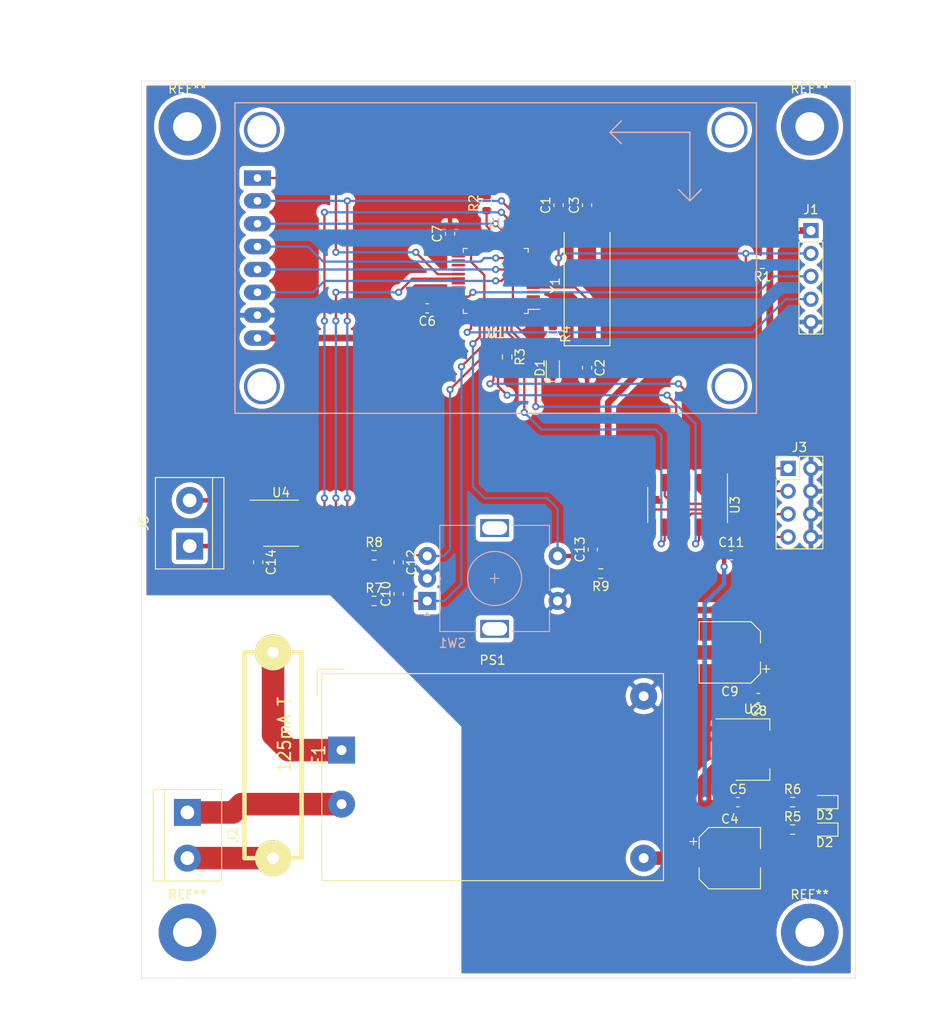
<source format=kicad_pcb>
(kicad_pcb (version 20171130) (host pcbnew 5.1.8)

  (general
    (thickness 1.6)
    (drawings 20)
    (tracks 356)
    (zones 0)
    (modules 43)
    (nets 39)
  )

  (page A4)
  (layers
    (0 F.Cu signal)
    (31 B.Cu signal)
    (32 B.Adhes user)
    (33 F.Adhes user)
    (34 B.Paste user)
    (35 F.Paste user)
    (36 B.SilkS user)
    (37 F.SilkS user)
    (38 B.Mask user)
    (39 F.Mask user)
    (40 Dwgs.User user)
    (41 Cmts.User user)
    (42 Eco1.User user)
    (43 Eco2.User user)
    (44 Edge.Cuts user)
    (45 Margin user)
    (46 B.CrtYd user)
    (47 F.CrtYd user)
    (48 B.Fab user)
    (49 F.Fab user)
  )

  (setup
    (last_trace_width 0.25)
    (user_trace_width 0.25)
    (user_trace_width 0.5)
    (user_trace_width 0.75)
    (user_trace_width 1)
    (user_trace_width 1.5)
    (user_trace_width 2)
    (user_trace_width 2.5)
    (trace_clearance 0.2)
    (zone_clearance 0.508)
    (zone_45_only yes)
    (trace_min 0.2)
    (via_size 0.8)
    (via_drill 0.4)
    (via_min_size 0.4)
    (via_min_drill 0.3)
    (uvia_size 0.3)
    (uvia_drill 0.1)
    (uvias_allowed no)
    (uvia_min_size 0.2)
    (uvia_min_drill 0.1)
    (edge_width 0.05)
    (segment_width 0.2)
    (pcb_text_width 0.3)
    (pcb_text_size 1.5 1.5)
    (mod_edge_width 0.12)
    (mod_text_size 1 1)
    (mod_text_width 0.15)
    (pad_size 1.475 0.3)
    (pad_drill 0)
    (pad_to_mask_clearance 0.05)
    (aux_axis_origin 0 0)
    (visible_elements FFFFFF7F)
    (pcbplotparams
      (layerselection 0x010fc_ffffffff)
      (usegerberextensions false)
      (usegerberattributes true)
      (usegerberadvancedattributes true)
      (creategerberjobfile true)
      (excludeedgelayer true)
      (linewidth 0.100000)
      (plotframeref false)
      (viasonmask false)
      (mode 1)
      (useauxorigin false)
      (hpglpennumber 1)
      (hpglpenspeed 20)
      (hpglpendiameter 15.000000)
      (psnegative false)
      (psa4output false)
      (plotreference true)
      (plotvalue true)
      (plotinvisibletext false)
      (padsonsilk false)
      (subtractmaskfromsilk false)
      (outputformat 1)
      (mirror false)
      (drillshape 1)
      (scaleselection 1)
      (outputdirectory ""))
  )

  (net 0 "")
  (net 1 GND)
  (net 2 NRST)
  (net 3 "Net-(C2-Pad1)")
  (net 4 "Net-(C3-Pad1)")
  (net 5 +5V)
  (net 6 +3V3)
  (net 7 ENC_A)
  (net 8 ENC_B)
  (net 9 ENC_BUTTON)
  (net 10 "Net-(D1-Pad2)")
  (net 11 "Net-(D2-Pad2)")
  (net 12 "Net-(D3-Pad2)")
  (net 13 "Net-(F1-Pad1)")
  (net 14 "Net-(F1-Pad2)")
  (net 15 SWCLK)
  (net 16 SWDIO)
  (net 17 "Net-(J3-Pad7)")
  (net 18 "Net-(J3-Pad5)")
  (net 19 "Net-(J3-Pad3)")
  (net 20 "Net-(J3-Pad1)")
  (net 21 DISP_CS)
  (net 22 DISP_RST)
  (net 23 DISP_DC)
  (net 24 MOSI)
  (net 25 SCK)
  (net 26 DISP_LED)
  (net 27 "Net-(J5-Pad2)")
  (net 28 "Net-(J5-Pad1)")
  (net 29 /BOOT1)
  (net 30 STATUS_LED)
  (net 31 OUT3)
  (net 32 OUT2)
  (net 33 OUT1)
  (net 34 MAX6675_CS)
  (net 35 OUT4)
  (net 36 MISO)
  (net 37 "Net-(J2-Pad1)")
  (net 38 /BOOT0)

  (net_class Default "This is the default net class."
    (clearance 0.2)
    (trace_width 0.25)
    (via_dia 0.8)
    (via_drill 0.4)
    (uvia_dia 0.3)
    (uvia_drill 0.1)
    (add_net +3V3)
    (add_net +5V)
    (add_net /BOOT0)
    (add_net /BOOT1)
    (add_net DISP_CS)
    (add_net DISP_DC)
    (add_net DISP_LED)
    (add_net DISP_RST)
    (add_net ENC_A)
    (add_net ENC_B)
    (add_net ENC_BUTTON)
    (add_net GND)
    (add_net MAX6675_CS)
    (add_net MISO)
    (add_net MOSI)
    (add_net NRST)
    (add_net "Net-(C2-Pad1)")
    (add_net "Net-(C3-Pad1)")
    (add_net "Net-(D1-Pad2)")
    (add_net "Net-(D2-Pad2)")
    (add_net "Net-(D3-Pad2)")
    (add_net "Net-(F1-Pad1)")
    (add_net "Net-(F1-Pad2)")
    (add_net "Net-(J2-Pad1)")
    (add_net "Net-(J3-Pad1)")
    (add_net "Net-(J3-Pad3)")
    (add_net "Net-(J3-Pad5)")
    (add_net "Net-(J3-Pad7)")
    (add_net "Net-(J5-Pad1)")
    (add_net "Net-(J5-Pad2)")
    (add_net OUT1)
    (add_net OUT2)
    (add_net OUT3)
    (add_net OUT4)
    (add_net SCK)
    (add_net STATUS_LED)
    (add_net SWCLK)
    (add_net SWDIO)
  )

  (module Package_QFP:LQFP-48_7x7mm_P0.5mm (layer F.Cu) (tedit 5FF23CFF) (tstamp 5FF215D9)
    (at 121.92 106.68 180)
    (descr "LQFP, 48 Pin (https://www.analog.com/media/en/technical-documentation/data-sheets/ltc2358-16.pdf), generated with kicad-footprint-generator ipc_gullwing_generator.py")
    (tags "LQFP QFP")
    (path /5F7A07F5)
    (attr smd)
    (fp_text reference U1 (at 0 -5.85) (layer F.SilkS)
      (effects (font (size 1 1) (thickness 0.15)))
    )
    (fp_text value STM32F103C8Tx (at 0 5.85) (layer F.Fab)
      (effects (font (size 1 1) (thickness 0.15)))
    )
    (fp_line (start 5.15 3.15) (end 5.15 0) (layer F.CrtYd) (width 0.05))
    (fp_line (start 3.75 3.15) (end 5.15 3.15) (layer F.CrtYd) (width 0.05))
    (fp_line (start 3.75 3.75) (end 3.75 3.15) (layer F.CrtYd) (width 0.05))
    (fp_line (start 3.15 3.75) (end 3.75 3.75) (layer F.CrtYd) (width 0.05))
    (fp_line (start 3.15 5.15) (end 3.15 3.75) (layer F.CrtYd) (width 0.05))
    (fp_line (start 0 5.15) (end 3.15 5.15) (layer F.CrtYd) (width 0.05))
    (fp_line (start -5.15 3.15) (end -5.15 0) (layer F.CrtYd) (width 0.05))
    (fp_line (start -3.75 3.15) (end -5.15 3.15) (layer F.CrtYd) (width 0.05))
    (fp_line (start -3.75 3.75) (end -3.75 3.15) (layer F.CrtYd) (width 0.05))
    (fp_line (start -3.15 3.75) (end -3.75 3.75) (layer F.CrtYd) (width 0.05))
    (fp_line (start -3.15 5.15) (end -3.15 3.75) (layer F.CrtYd) (width 0.05))
    (fp_line (start 0 5.15) (end -3.15 5.15) (layer F.CrtYd) (width 0.05))
    (fp_line (start 5.15 -3.15) (end 5.15 0) (layer F.CrtYd) (width 0.05))
    (fp_line (start 3.75 -3.15) (end 5.15 -3.15) (layer F.CrtYd) (width 0.05))
    (fp_line (start 3.75 -3.75) (end 3.75 -3.15) (layer F.CrtYd) (width 0.05))
    (fp_line (start 3.15 -3.75) (end 3.75 -3.75) (layer F.CrtYd) (width 0.05))
    (fp_line (start 3.15 -5.15) (end 3.15 -3.75) (layer F.CrtYd) (width 0.05))
    (fp_line (start 0 -5.15) (end 3.15 -5.15) (layer F.CrtYd) (width 0.05))
    (fp_line (start -5.15 -3.15) (end -5.15 0) (layer F.CrtYd) (width 0.05))
    (fp_line (start -3.75 -3.15) (end -5.15 -3.15) (layer F.CrtYd) (width 0.05))
    (fp_line (start -3.75 -3.75) (end -3.75 -3.15) (layer F.CrtYd) (width 0.05))
    (fp_line (start -3.15 -3.75) (end -3.75 -3.75) (layer F.CrtYd) (width 0.05))
    (fp_line (start -3.15 -5.15) (end -3.15 -3.75) (layer F.CrtYd) (width 0.05))
    (fp_line (start 0 -5.15) (end -3.15 -5.15) (layer F.CrtYd) (width 0.05))
    (fp_line (start -3.5 -2.5) (end -2.5 -3.5) (layer F.Fab) (width 0.1))
    (fp_line (start -3.5 3.5) (end -3.5 -2.5) (layer F.Fab) (width 0.1))
    (fp_line (start 3.5 3.5) (end -3.5 3.5) (layer F.Fab) (width 0.1))
    (fp_line (start 3.5 -3.5) (end 3.5 3.5) (layer F.Fab) (width 0.1))
    (fp_line (start -2.5 -3.5) (end 3.5 -3.5) (layer F.Fab) (width 0.1))
    (fp_line (start -3.61 -3.16) (end -4.9 -3.16) (layer F.SilkS) (width 0.12))
    (fp_line (start -3.61 -3.61) (end -3.61 -3.16) (layer F.SilkS) (width 0.12))
    (fp_line (start -3.16 -3.61) (end -3.61 -3.61) (layer F.SilkS) (width 0.12))
    (fp_line (start 3.61 -3.61) (end 3.61 -3.16) (layer F.SilkS) (width 0.12))
    (fp_line (start 3.16 -3.61) (end 3.61 -3.61) (layer F.SilkS) (width 0.12))
    (fp_line (start -3.61 3.61) (end -3.61 3.16) (layer F.SilkS) (width 0.12))
    (fp_line (start -3.16 3.61) (end -3.61 3.61) (layer F.SilkS) (width 0.12))
    (fp_line (start 3.61 3.61) (end 3.61 3.16) (layer F.SilkS) (width 0.12))
    (fp_line (start 3.16 3.61) (end 3.61 3.61) (layer F.SilkS) (width 0.12))
    (fp_text user %R (at 0 0) (layer F.Fab)
      (effects (font (size 1 1) (thickness 0.15)))
    )
    (pad 48 smd roundrect (at -2.75 -4.1625 180) (size 0.3 1.475) (layers F.Cu F.Paste F.Mask) (roundrect_rratio 0.25)
      (net 6 +3V3))
    (pad 47 smd roundrect (at -2.25 -4.1625 180) (size 0.3 1.475) (layers F.Cu F.Paste F.Mask) (roundrect_rratio 0.25)
      (net 1 GND))
    (pad 46 smd roundrect (at -1.75 -4.1625 180) (size 0.3 1.475) (layers F.Cu F.Paste F.Mask) (roundrect_rratio 0.25)
      (net 35 OUT4))
    (pad 45 smd roundrect (at -1.25 -4.1625 180) (size 0.3 1.475) (layers F.Cu F.Paste F.Mask) (roundrect_rratio 0.25)
      (net 31 OUT3))
    (pad 44 smd roundrect (at -0.75 -4.1625 180) (size 0.3 1.475) (layers F.Cu F.Paste F.Mask) (roundrect_rratio 0.25)
      (net 38 /BOOT0))
    (pad 43 smd roundrect (at -0.25 -4.1625 180) (size 0.3 1.475) (layers F.Cu F.Paste F.Mask) (roundrect_rratio 0.25)
      (net 32 OUT2))
    (pad 42 smd roundrect (at 0.25 -4.1625 180) (size 0.3 1.475) (layers F.Cu F.Paste F.Mask) (roundrect_rratio 0.25)
      (net 33 OUT1))
    (pad 41 smd roundrect (at 0.75 -4.1625 180) (size 0.3 1.475) (layers F.Cu F.Paste F.Mask) (roundrect_rratio 0.25)
      (net 8 ENC_B))
    (pad 40 smd roundrect (at 1.25 -4.1625 180) (size 0.3 1.475) (layers F.Cu F.Paste F.Mask) (roundrect_rratio 0.25)
      (net 7 ENC_A))
    (pad 39 smd roundrect (at 1.75 -4.1625 180) (size 0.3 1.475) (layers F.Cu F.Paste F.Mask) (roundrect_rratio 0.25)
      (net 9 ENC_BUTTON))
    (pad 38 smd roundrect (at 2.25 -4.1625 180) (size 0.3 1.475) (layers F.Cu F.Paste F.Mask) (roundrect_rratio 0.25))
    (pad 37 smd roundrect (at 2.75 -4.1625 180) (size 0.3 1.475) (layers F.Cu F.Paste F.Mask) (roundrect_rratio 0.25)
      (net 15 SWCLK))
    (pad 36 smd roundrect (at 4.1625 -2.75 180) (size 1.475 0.3) (layers F.Cu F.Paste F.Mask) (roundrect_rratio 0.25)
      (net 6 +3V3))
    (pad 35 smd roundrect (at 4.1625 -2.25 180) (size 1.475 0.3) (layers F.Cu F.Paste F.Mask) (roundrect_rratio 0.25)
      (net 1 GND))
    (pad 34 smd roundrect (at 4.1625 -1.75 180) (size 1.475 0.3) (layers F.Cu F.Paste F.Mask) (roundrect_rratio 0.25)
      (net 16 SWDIO))
    (pad 33 smd roundrect (at 4.1625 -1.25 180) (size 1.475 0.3) (layers F.Cu F.Paste F.Mask) (roundrect_rratio 0.25))
    (pad 32 smd roundrect (at 4.1625 -0.75 180) (size 1.475 0.3) (layers F.Cu F.Paste F.Mask) (roundrect_rratio 0.25))
    (pad 31 smd roundrect (at 4.1625 -0.25 180) (size 1.475 0.3) (layers F.Cu F.Paste F.Mask) (roundrect_rratio 0.25))
    (pad 30 smd roundrect (at 4.1625 0.25 180) (size 1.475 0.3) (layers F.Cu F.Paste F.Mask) (roundrect_rratio 0.25)
      (net 34 MAX6675_CS))
    (pad 29 smd roundrect (at 4.1625 0.75 180) (size 1.475 0.3) (layers F.Cu F.Paste F.Mask) (roundrect_rratio 0.25)
      (net 26 DISP_LED))
    (pad 28 smd roundrect (at 4.1625 1.25 180) (size 1.475 0.3) (layers F.Cu F.Paste F.Mask) (roundrect_rratio 0.25))
    (pad 27 smd roundrect (at 4.1625 1.75 180) (size 1.475 0.3) (layers F.Cu F.Paste F.Mask) (roundrect_rratio 0.25))
    (pad 26 smd roundrect (at 4.1625 2.25 180) (size 1.475 0.3) (layers F.Cu F.Paste F.Mask) (roundrect_rratio 0.25))
    (pad 25 smd roundrect (at 4.1625 2.75 180) (size 1.475 0.3) (layers F.Cu F.Paste F.Mask) (roundrect_rratio 0.25))
    (pad 24 smd roundrect (at 2.75 4.1625 180) (size 0.3 1.475) (layers F.Cu F.Paste F.Mask) (roundrect_rratio 0.25)
      (net 6 +3V3))
    (pad 23 smd roundrect (at 2.25 4.1625 180) (size 0.3 1.475) (layers F.Cu F.Paste F.Mask) (roundrect_rratio 0.25)
      (net 1 GND))
    (pad 22 smd roundrect (at 1.75 4.1625 180) (size 0.3 1.475) (layers F.Cu F.Paste F.Mask) (roundrect_rratio 0.25))
    (pad 21 smd roundrect (at 1.25 4.1625 180) (size 0.3 1.475) (layers F.Cu F.Paste F.Mask) (roundrect_rratio 0.25))
    (pad 20 smd roundrect (at 0.75 4.1625 180) (size 0.3 1.475) (layers F.Cu F.Paste F.Mask) (roundrect_rratio 0.25)
      (net 29 /BOOT1))
    (pad 19 smd roundrect (at 0.25 4.1625 180) (size 0.3 1.475) (layers F.Cu F.Paste F.Mask) (roundrect_rratio 0.25))
    (pad 18 smd roundrect (at -0.25 4.1625 180) (size 0.3 1.475) (layers F.Cu F.Paste F.Mask) (roundrect_rratio 0.25))
    (pad 17 smd roundrect (at -0.75 4.1625 180) (size 0.3 1.475) (layers F.Cu F.Paste F.Mask) (roundrect_rratio 0.25)
      (net 24 MOSI))
    (pad 16 smd roundrect (at -1.25 4.1625 180) (size 0.3 1.475) (layers F.Cu F.Paste F.Mask) (roundrect_rratio 0.25)
      (net 36 MISO))
    (pad 15 smd roundrect (at -1.75 4.1625 180) (size 0.3 1.475) (layers F.Cu F.Paste F.Mask) (roundrect_rratio 0.25)
      (net 25 SCK))
    (pad 14 smd roundrect (at -2.25 4.1625 180) (size 0.3 1.475) (layers F.Cu F.Paste F.Mask) (roundrect_rratio 0.25)
      (net 23 DISP_DC))
    (pad 13 smd roundrect (at -2.75 4.1625 180) (size 0.3 1.475) (layers F.Cu F.Paste F.Mask) (roundrect_rratio 0.25))
    (pad 12 smd roundrect (at -4.1625 2.75 180) (size 1.475 0.3) (layers F.Cu F.Paste F.Mask) (roundrect_rratio 0.25))
    (pad 11 smd roundrect (at -4.1625 2.25 180) (size 1.475 0.3) (layers F.Cu F.Paste F.Mask) (roundrect_rratio 0.25)
      (net 22 DISP_RST))
    (pad 10 smd roundrect (at -4.1625 1.75 180) (size 1.475 0.3) (layers F.Cu F.Paste F.Mask) (roundrect_rratio 0.25)
      (net 21 DISP_CS))
    (pad 9 smd roundrect (at -4.1625 1.25 180) (size 1.475 0.3) (layers F.Cu F.Paste F.Mask) (roundrect_rratio 0.25)
      (net 6 +3V3))
    (pad 8 smd roundrect (at -4.1625 0.75 180) (size 1.475 0.3) (layers F.Cu F.Paste F.Mask) (roundrect_rratio 0.25)
      (net 1 GND) (zone_connect 2))
    (pad 7 smd roundrect (at -4.1625 0.25 180) (size 1.475 0.3) (layers F.Cu F.Paste F.Mask) (roundrect_rratio 0.25)
      (net 2 NRST))
    (pad 6 smd roundrect (at -4.1625 -0.25 180) (size 1.475 0.3) (layers F.Cu F.Paste F.Mask) (roundrect_rratio 0.25)
      (net 4 "Net-(C3-Pad1)"))
    (pad 5 smd roundrect (at -4.1625 -0.75 180) (size 1.475 0.3) (layers F.Cu F.Paste F.Mask) (roundrect_rratio 0.25)
      (net 3 "Net-(C2-Pad1)"))
    (pad 4 smd roundrect (at -4.1625 -1.25 180) (size 1.475 0.3) (layers F.Cu F.Paste F.Mask) (roundrect_rratio 0.25))
    (pad 3 smd roundrect (at -4.1625 -1.75 180) (size 1.475 0.3) (layers F.Cu F.Paste F.Mask) (roundrect_rratio 0.25))
    (pad 2 smd roundrect (at -4.1625 -2.25 180) (size 1.475 0.3) (layers F.Cu F.Paste F.Mask) (roundrect_rratio 0.25)
      (net 30 STATUS_LED))
    (pad 1 smd roundrect (at -4.1625 -2.75 180) (size 1.475 0.3) (layers F.Cu F.Paste F.Mask) (roundrect_rratio 0.25))
    (model ${KISYS3DMOD}/Package_QFP.3dshapes/LQFP-48_7x7mm_P0.5mm.wrl
      (at (xyz 0 0 0))
      (scale (xyz 1 1 1))
      (rotate (xyz 0 0 0))
    )
  )

  (module misc:ST7735_DISPLAY (layer B.Cu) (tedit 5FF20330) (tstamp 5FF31900)
    (at 121.92 104.14 180)
    (path /5FAA3984)
    (fp_text reference J4 (at 0 3.81) (layer B.SilkS)
      (effects (font (size 1 1) (thickness 0.15)) (justify mirror))
    )
    (fp_text value Conn_01x08 (at 0 6.35) (layer B.Fab)
      (effects (font (size 1 1) (thickness 0.15)) (justify mirror))
    )
    (fp_line (start 29 17.25) (end -29 17.25) (layer B.SilkS) (width 0.15))
    (fp_line (start -29 -17.25) (end 29 -17.25) (layer B.SilkS) (width 0.15))
    (fp_line (start -29 0) (end -29 -17.25) (layer B.SilkS) (width 0.15))
    (fp_line (start -29 0) (end -29 17.25) (layer B.SilkS) (width 0.15))
    (fp_line (start 29 0) (end 29 -17.25) (layer B.SilkS) (width 0.15))
    (fp_line (start 29 0) (end 29 17.25) (layer B.SilkS) (width 0.15))
    (fp_line (start -21.59 13.97) (end -21.59 6.35) (layer B.SilkS) (width 0.15))
    (fp_line (start -21.59 6.35) (end -22.86 7.62) (layer B.SilkS) (width 0.15))
    (fp_line (start -22.86 7.62) (end -21.59 6.35) (layer B.SilkS) (width 0.15))
    (fp_line (start -21.59 6.35) (end -20.32 7.62) (layer B.SilkS) (width 0.15))
    (fp_line (start -21.59 13.97) (end -12.7 13.97) (layer B.SilkS) (width 0.15))
    (fp_line (start -13.97 12.7) (end -12.7 13.97) (layer B.SilkS) (width 0.15))
    (fp_line (start -13.97 15.24) (end -12.7 13.97) (layer B.SilkS) (width 0.15))
    (pad 8 thru_hole oval (at 26.5 -8.89 180) (size 3 1.7) (drill 0.85) (layers *.Cu *.Mask)
      (net 6 +3V3))
    (pad 7 thru_hole oval (at 26.5 -6.35) (size 3 1.7) (drill 0.85) (layers *.Cu *.Mask)
      (net 1 GND))
    (pad 6 thru_hole oval (at 26.5 -3.81 180) (size 3 1.7) (drill 0.85) (layers *.Cu *.Mask)
      (net 21 DISP_CS))
    (pad 1 thru_hole rect (at 26.5 8.89 180) (size 3 1.7) (drill 0.85) (layers *.Cu *.Mask)
      (net 26 DISP_LED))
    (pad 2 thru_hole oval (at 26.5 6.35 180) (size 3 1.7) (drill 0.85) (layers *.Cu *.Mask)
      (net 25 SCK))
    (pad 3 thru_hole oval (at 26.5 3.81 180) (size 3 1.7) (drill 0.85) (layers *.Cu *.Mask)
      (net 24 MOSI))
    (pad 4 thru_hole oval (at 26.5 1.27 180) (size 3 1.7) (drill 0.85) (layers *.Cu *.Mask)
      (net 23 DISP_DC))
    (pad 5 thru_hole oval (at 26.5 -1.27 180) (size 3 1.7) (drill 0.85) (layers *.Cu *.Mask)
      (net 22 DISP_RST))
    (pad "" thru_hole circle (at -26 -14.25 180) (size 4 4) (drill 3.25) (layers *.Cu *.Mask))
    (pad "" thru_hole circle (at -26 14.25 180) (size 4 4) (drill 3.25) (layers *.Cu *.Mask))
    (pad "" thru_hole circle (at 26 -14.25 180) (size 4 4) (drill 3.25) (layers *.Cu *.Mask))
    (pad "" thru_hole circle (at 26 14.25 180) (size 4 4) (drill 3.25) (layers *.Cu *.Mask))
  )

  (module Resistor_SMD:R_0603_1608Metric (layer F.Cu) (tedit 5F68FEEE) (tstamp 5FF2EAA3)
    (at 133.604 139.192 180)
    (descr "Resistor SMD 0603 (1608 Metric), square (rectangular) end terminal, IPC_7351 nominal, (Body size source: IPC-SM-782 page 72, https://www.pcb-3d.com/wordpress/wp-content/uploads/ipc-sm-782a_amendment_1_and_2.pdf), generated with kicad-footprint-generator")
    (tags resistor)
    (path /5FA1F31C)
    (attr smd)
    (fp_text reference R9 (at 0 -1.43) (layer F.SilkS)
      (effects (font (size 1 1) (thickness 0.15)))
    )
    (fp_text value 1k (at 0 1.43) (layer F.Fab)
      (effects (font (size 1 1) (thickness 0.15)))
    )
    (fp_line (start 1.48 0.73) (end -1.48 0.73) (layer F.CrtYd) (width 0.05))
    (fp_line (start 1.48 -0.73) (end 1.48 0.73) (layer F.CrtYd) (width 0.05))
    (fp_line (start -1.48 -0.73) (end 1.48 -0.73) (layer F.CrtYd) (width 0.05))
    (fp_line (start -1.48 0.73) (end -1.48 -0.73) (layer F.CrtYd) (width 0.05))
    (fp_line (start -0.237258 0.5225) (end 0.237258 0.5225) (layer F.SilkS) (width 0.12))
    (fp_line (start -0.237258 -0.5225) (end 0.237258 -0.5225) (layer F.SilkS) (width 0.12))
    (fp_line (start 0.8 0.4125) (end -0.8 0.4125) (layer F.Fab) (width 0.1))
    (fp_line (start 0.8 -0.4125) (end 0.8 0.4125) (layer F.Fab) (width 0.1))
    (fp_line (start -0.8 -0.4125) (end 0.8 -0.4125) (layer F.Fab) (width 0.1))
    (fp_line (start -0.8 0.4125) (end -0.8 -0.4125) (layer F.Fab) (width 0.1))
    (fp_text user %R (at 0 0) (layer F.Fab)
      (effects (font (size 0.4 0.4) (thickness 0.06)))
    )
    (pad 2 smd roundrect (at 0.825 0 180) (size 0.8 0.95) (layers F.Cu F.Paste F.Mask) (roundrect_rratio 0.25)
      (net 9 ENC_BUTTON))
    (pad 1 smd roundrect (at -0.825 0 180) (size 0.8 0.95) (layers F.Cu F.Paste F.Mask) (roundrect_rratio 0.25)
      (net 6 +3V3))
    (model ${KISYS3DMOD}/Resistor_SMD.3dshapes/R_0603_1608Metric.wrl
      (at (xyz 0 0 0))
      (scale (xyz 1 1 1))
      (rotate (xyz 0 0 0))
    )
  )

  (module Resistor_SMD:R_0603_1608Metric (layer F.Cu) (tedit 5F68FEEE) (tstamp 5FF2A984)
    (at 108.395 137.16)
    (descr "Resistor SMD 0603 (1608 Metric), square (rectangular) end terminal, IPC_7351 nominal, (Body size source: IPC-SM-782 page 72, https://www.pcb-3d.com/wordpress/wp-content/uploads/ipc-sm-782a_amendment_1_and_2.pdf), generated with kicad-footprint-generator")
    (tags resistor)
    (path /5FA0704D)
    (attr smd)
    (fp_text reference R8 (at 0 -1.43) (layer F.SilkS)
      (effects (font (size 1 1) (thickness 0.15)))
    )
    (fp_text value 1k (at 0 1.43) (layer F.Fab)
      (effects (font (size 1 1) (thickness 0.15)))
    )
    (fp_line (start 1.48 0.73) (end -1.48 0.73) (layer F.CrtYd) (width 0.05))
    (fp_line (start 1.48 -0.73) (end 1.48 0.73) (layer F.CrtYd) (width 0.05))
    (fp_line (start -1.48 -0.73) (end 1.48 -0.73) (layer F.CrtYd) (width 0.05))
    (fp_line (start -1.48 0.73) (end -1.48 -0.73) (layer F.CrtYd) (width 0.05))
    (fp_line (start -0.237258 0.5225) (end 0.237258 0.5225) (layer F.SilkS) (width 0.12))
    (fp_line (start -0.237258 -0.5225) (end 0.237258 -0.5225) (layer F.SilkS) (width 0.12))
    (fp_line (start 0.8 0.4125) (end -0.8 0.4125) (layer F.Fab) (width 0.1))
    (fp_line (start 0.8 -0.4125) (end 0.8 0.4125) (layer F.Fab) (width 0.1))
    (fp_line (start -0.8 -0.4125) (end 0.8 -0.4125) (layer F.Fab) (width 0.1))
    (fp_line (start -0.8 0.4125) (end -0.8 -0.4125) (layer F.Fab) (width 0.1))
    (fp_text user %R (at 0 0) (layer F.Fab)
      (effects (font (size 0.4 0.4) (thickness 0.06)))
    )
    (pad 2 smd roundrect (at 0.825 0) (size 0.8 0.95) (layers F.Cu F.Paste F.Mask) (roundrect_rratio 0.25)
      (net 8 ENC_B))
    (pad 1 smd roundrect (at -0.825 0) (size 0.8 0.95) (layers F.Cu F.Paste F.Mask) (roundrect_rratio 0.25)
      (net 6 +3V3))
    (model ${KISYS3DMOD}/Resistor_SMD.3dshapes/R_0603_1608Metric.wrl
      (at (xyz 0 0 0))
      (scale (xyz 1 1 1))
      (rotate (xyz 0 0 0))
    )
  )

  (module Resistor_SMD:R_0603_1608Metric (layer F.Cu) (tedit 5F68FEEE) (tstamp 5FF2169D)
    (at 108.395 142.24)
    (descr "Resistor SMD 0603 (1608 Metric), square (rectangular) end terminal, IPC_7351 nominal, (Body size source: IPC-SM-782 page 72, https://www.pcb-3d.com/wordpress/wp-content/uploads/ipc-sm-782a_amendment_1_and_2.pdf), generated with kicad-footprint-generator")
    (tags resistor)
    (path /5FA011FE)
    (attr smd)
    (fp_text reference R7 (at 0 -1.43) (layer F.SilkS)
      (effects (font (size 1 1) (thickness 0.15)))
    )
    (fp_text value 1k (at 0 1.43) (layer F.Fab)
      (effects (font (size 1 1) (thickness 0.15)))
    )
    (fp_line (start 1.48 0.73) (end -1.48 0.73) (layer F.CrtYd) (width 0.05))
    (fp_line (start 1.48 -0.73) (end 1.48 0.73) (layer F.CrtYd) (width 0.05))
    (fp_line (start -1.48 -0.73) (end 1.48 -0.73) (layer F.CrtYd) (width 0.05))
    (fp_line (start -1.48 0.73) (end -1.48 -0.73) (layer F.CrtYd) (width 0.05))
    (fp_line (start -0.237258 0.5225) (end 0.237258 0.5225) (layer F.SilkS) (width 0.12))
    (fp_line (start -0.237258 -0.5225) (end 0.237258 -0.5225) (layer F.SilkS) (width 0.12))
    (fp_line (start 0.8 0.4125) (end -0.8 0.4125) (layer F.Fab) (width 0.1))
    (fp_line (start 0.8 -0.4125) (end 0.8 0.4125) (layer F.Fab) (width 0.1))
    (fp_line (start -0.8 -0.4125) (end 0.8 -0.4125) (layer F.Fab) (width 0.1))
    (fp_line (start -0.8 0.4125) (end -0.8 -0.4125) (layer F.Fab) (width 0.1))
    (fp_text user %R (at 0 0) (layer F.Fab)
      (effects (font (size 0.4 0.4) (thickness 0.06)))
    )
    (pad 2 smd roundrect (at 0.825 0) (size 0.8 0.95) (layers F.Cu F.Paste F.Mask) (roundrect_rratio 0.25)
      (net 7 ENC_A))
    (pad 1 smd roundrect (at -0.825 0) (size 0.8 0.95) (layers F.Cu F.Paste F.Mask) (roundrect_rratio 0.25)
      (net 6 +3V3))
    (model ${KISYS3DMOD}/Resistor_SMD.3dshapes/R_0603_1608Metric.wrl
      (at (xyz 0 0 0))
      (scale (xyz 1 1 1))
      (rotate (xyz 0 0 0))
    )
  )

  (module Resistor_SMD:R_0603_1608Metric (layer F.Cu) (tedit 5F68FEEE) (tstamp 5FF2136D)
    (at 154.94 164.592)
    (descr "Resistor SMD 0603 (1608 Metric), square (rectangular) end terminal, IPC_7351 nominal, (Body size source: IPC-SM-782 page 72, https://www.pcb-3d.com/wordpress/wp-content/uploads/ipc-sm-782a_amendment_1_and_2.pdf), generated with kicad-footprint-generator")
    (tags resistor)
    (path /5F97667C)
    (attr smd)
    (fp_text reference R6 (at 0 -1.43) (layer F.SilkS)
      (effects (font (size 1 1) (thickness 0.15)))
    )
    (fp_text value 1k (at 0 1.43) (layer F.Fab)
      (effects (font (size 1 1) (thickness 0.15)))
    )
    (fp_line (start 1.48 0.73) (end -1.48 0.73) (layer F.CrtYd) (width 0.05))
    (fp_line (start 1.48 -0.73) (end 1.48 0.73) (layer F.CrtYd) (width 0.05))
    (fp_line (start -1.48 -0.73) (end 1.48 -0.73) (layer F.CrtYd) (width 0.05))
    (fp_line (start -1.48 0.73) (end -1.48 -0.73) (layer F.CrtYd) (width 0.05))
    (fp_line (start -0.237258 0.5225) (end 0.237258 0.5225) (layer F.SilkS) (width 0.12))
    (fp_line (start -0.237258 -0.5225) (end 0.237258 -0.5225) (layer F.SilkS) (width 0.12))
    (fp_line (start 0.8 0.4125) (end -0.8 0.4125) (layer F.Fab) (width 0.1))
    (fp_line (start 0.8 -0.4125) (end 0.8 0.4125) (layer F.Fab) (width 0.1))
    (fp_line (start -0.8 -0.4125) (end 0.8 -0.4125) (layer F.Fab) (width 0.1))
    (fp_line (start -0.8 0.4125) (end -0.8 -0.4125) (layer F.Fab) (width 0.1))
    (fp_text user %R (at 0 0) (layer F.Fab)
      (effects (font (size 0.4 0.4) (thickness 0.06)))
    )
    (pad 2 smd roundrect (at 0.825 0) (size 0.8 0.95) (layers F.Cu F.Paste F.Mask) (roundrect_rratio 0.25)
      (net 12 "Net-(D3-Pad2)"))
    (pad 1 smd roundrect (at -0.825 0) (size 0.8 0.95) (layers F.Cu F.Paste F.Mask) (roundrect_rratio 0.25)
      (net 6 +3V3))
    (model ${KISYS3DMOD}/Resistor_SMD.3dshapes/R_0603_1608Metric.wrl
      (at (xyz 0 0 0))
      (scale (xyz 1 1 1))
      (rotate (xyz 0 0 0))
    )
  )

  (module Resistor_SMD:R_0603_1608Metric (layer F.Cu) (tedit 5F68FEEE) (tstamp 5FF214ED)
    (at 154.94 167.64)
    (descr "Resistor SMD 0603 (1608 Metric), square (rectangular) end terminal, IPC_7351 nominal, (Body size source: IPC-SM-782 page 72, https://www.pcb-3d.com/wordpress/wp-content/uploads/ipc-sm-782a_amendment_1_and_2.pdf), generated with kicad-footprint-generator")
    (tags resistor)
    (path /5F952E76)
    (attr smd)
    (fp_text reference R5 (at 0 -1.43) (layer F.SilkS)
      (effects (font (size 1 1) (thickness 0.15)))
    )
    (fp_text value 1k (at 0 1.43) (layer F.Fab)
      (effects (font (size 1 1) (thickness 0.15)))
    )
    (fp_line (start 1.48 0.73) (end -1.48 0.73) (layer F.CrtYd) (width 0.05))
    (fp_line (start 1.48 -0.73) (end 1.48 0.73) (layer F.CrtYd) (width 0.05))
    (fp_line (start -1.48 -0.73) (end 1.48 -0.73) (layer F.CrtYd) (width 0.05))
    (fp_line (start -1.48 0.73) (end -1.48 -0.73) (layer F.CrtYd) (width 0.05))
    (fp_line (start -0.237258 0.5225) (end 0.237258 0.5225) (layer F.SilkS) (width 0.12))
    (fp_line (start -0.237258 -0.5225) (end 0.237258 -0.5225) (layer F.SilkS) (width 0.12))
    (fp_line (start 0.8 0.4125) (end -0.8 0.4125) (layer F.Fab) (width 0.1))
    (fp_line (start 0.8 -0.4125) (end 0.8 0.4125) (layer F.Fab) (width 0.1))
    (fp_line (start -0.8 -0.4125) (end 0.8 -0.4125) (layer F.Fab) (width 0.1))
    (fp_line (start -0.8 0.4125) (end -0.8 -0.4125) (layer F.Fab) (width 0.1))
    (fp_text user %R (at 0 0) (layer F.Fab)
      (effects (font (size 0.4 0.4) (thickness 0.06)))
    )
    (pad 2 smd roundrect (at 0.825 0) (size 0.8 0.95) (layers F.Cu F.Paste F.Mask) (roundrect_rratio 0.25)
      (net 11 "Net-(D2-Pad2)"))
    (pad 1 smd roundrect (at -0.825 0) (size 0.8 0.95) (layers F.Cu F.Paste F.Mask) (roundrect_rratio 0.25)
      (net 5 +5V))
    (model ${KISYS3DMOD}/Resistor_SMD.3dshapes/R_0603_1608Metric.wrl
      (at (xyz 0 0 0))
      (scale (xyz 1 1 1))
      (rotate (xyz 0 0 0))
    )
  )

  (module Resistor_SMD:R_0603_1608Metric (layer F.Cu) (tedit 5F68FEEE) (tstamp 5FF2125C)
    (at 128.27 112.585 270)
    (descr "Resistor SMD 0603 (1608 Metric), square (rectangular) end terminal, IPC_7351 nominal, (Body size source: IPC-SM-782 page 72, https://www.pcb-3d.com/wordpress/wp-content/uploads/ipc-sm-782a_amendment_1_and_2.pdf), generated with kicad-footprint-generator")
    (tags resistor)
    (path /5F9B7CC9)
    (attr smd)
    (fp_text reference R4 (at 0 -1.43 90) (layer F.SilkS)
      (effects (font (size 1 1) (thickness 0.15)))
    )
    (fp_text value 1k (at 0 1.43 90) (layer F.Fab)
      (effects (font (size 1 1) (thickness 0.15)))
    )
    (fp_line (start 1.48 0.73) (end -1.48 0.73) (layer F.CrtYd) (width 0.05))
    (fp_line (start 1.48 -0.73) (end 1.48 0.73) (layer F.CrtYd) (width 0.05))
    (fp_line (start -1.48 -0.73) (end 1.48 -0.73) (layer F.CrtYd) (width 0.05))
    (fp_line (start -1.48 0.73) (end -1.48 -0.73) (layer F.CrtYd) (width 0.05))
    (fp_line (start -0.237258 0.5225) (end 0.237258 0.5225) (layer F.SilkS) (width 0.12))
    (fp_line (start -0.237258 -0.5225) (end 0.237258 -0.5225) (layer F.SilkS) (width 0.12))
    (fp_line (start 0.8 0.4125) (end -0.8 0.4125) (layer F.Fab) (width 0.1))
    (fp_line (start 0.8 -0.4125) (end 0.8 0.4125) (layer F.Fab) (width 0.1))
    (fp_line (start -0.8 -0.4125) (end 0.8 -0.4125) (layer F.Fab) (width 0.1))
    (fp_line (start -0.8 0.4125) (end -0.8 -0.4125) (layer F.Fab) (width 0.1))
    (fp_text user %R (at 0 0 90) (layer F.Fab)
      (effects (font (size 0.4 0.4) (thickness 0.06)))
    )
    (pad 2 smd roundrect (at 0.825 0 270) (size 0.8 0.95) (layers F.Cu F.Paste F.Mask) (roundrect_rratio 0.25)
      (net 10 "Net-(D1-Pad2)"))
    (pad 1 smd roundrect (at -0.825 0 270) (size 0.8 0.95) (layers F.Cu F.Paste F.Mask) (roundrect_rratio 0.25)
      (net 30 STATUS_LED))
    (model ${KISYS3DMOD}/Resistor_SMD.3dshapes/R_0603_1608Metric.wrl
      (at (xyz 0 0 0))
      (scale (xyz 1 1 1))
      (rotate (xyz 0 0 0))
    )
  )

  (module Resistor_SMD:R_0603_1608Metric (layer F.Cu) (tedit 5F68FEEE) (tstamp 5FF212BC)
    (at 123.19 115.125 270)
    (descr "Resistor SMD 0603 (1608 Metric), square (rectangular) end terminal, IPC_7351 nominal, (Body size source: IPC-SM-782 page 72, https://www.pcb-3d.com/wordpress/wp-content/uploads/ipc-sm-782a_amendment_1_and_2.pdf), generated with kicad-footprint-generator")
    (tags resistor)
    (path /5F7A2BF3)
    (attr smd)
    (fp_text reference R3 (at 0 -1.43 90) (layer F.SilkS)
      (effects (font (size 1 1) (thickness 0.15)))
    )
    (fp_text value 10k (at 0 1.43 90) (layer F.Fab)
      (effects (font (size 1 1) (thickness 0.15)))
    )
    (fp_line (start 1.48 0.73) (end -1.48 0.73) (layer F.CrtYd) (width 0.05))
    (fp_line (start 1.48 -0.73) (end 1.48 0.73) (layer F.CrtYd) (width 0.05))
    (fp_line (start -1.48 -0.73) (end 1.48 -0.73) (layer F.CrtYd) (width 0.05))
    (fp_line (start -1.48 0.73) (end -1.48 -0.73) (layer F.CrtYd) (width 0.05))
    (fp_line (start -0.237258 0.5225) (end 0.237258 0.5225) (layer F.SilkS) (width 0.12))
    (fp_line (start -0.237258 -0.5225) (end 0.237258 -0.5225) (layer F.SilkS) (width 0.12))
    (fp_line (start 0.8 0.4125) (end -0.8 0.4125) (layer F.Fab) (width 0.1))
    (fp_line (start 0.8 -0.4125) (end 0.8 0.4125) (layer F.Fab) (width 0.1))
    (fp_line (start -0.8 -0.4125) (end 0.8 -0.4125) (layer F.Fab) (width 0.1))
    (fp_line (start -0.8 0.4125) (end -0.8 -0.4125) (layer F.Fab) (width 0.1))
    (fp_text user %R (at 0 0 90) (layer F.Fab)
      (effects (font (size 0.4 0.4) (thickness 0.06)))
    )
    (pad 2 smd roundrect (at 0.825 0 270) (size 0.8 0.95) (layers F.Cu F.Paste F.Mask) (roundrect_rratio 0.25)
      (net 1 GND))
    (pad 1 smd roundrect (at -0.825 0 270) (size 0.8 0.95) (layers F.Cu F.Paste F.Mask) (roundrect_rratio 0.25)
      (net 38 /BOOT0))
    (model ${KISYS3DMOD}/Resistor_SMD.3dshapes/R_0603_1608Metric.wrl
      (at (xyz 0 0 0))
      (scale (xyz 1 1 1))
      (rotate (xyz 0 0 0))
    )
  )

  (module Resistor_SMD:R_0603_1608Metric (layer F.Cu) (tedit 5F68FEEE) (tstamp 5FF2142D)
    (at 120.904 98.044 90)
    (descr "Resistor SMD 0603 (1608 Metric), square (rectangular) end terminal, IPC_7351 nominal, (Body size source: IPC-SM-782 page 72, https://www.pcb-3d.com/wordpress/wp-content/uploads/ipc-sm-782a_amendment_1_and_2.pdf), generated with kicad-footprint-generator")
    (tags resistor)
    (path /5F7A4452)
    (attr smd)
    (fp_text reference R2 (at 0 -1.43 90) (layer F.SilkS)
      (effects (font (size 1 1) (thickness 0.15)))
    )
    (fp_text value 10k (at 0 1.43 90) (layer F.Fab)
      (effects (font (size 1 1) (thickness 0.15)))
    )
    (fp_line (start 1.48 0.73) (end -1.48 0.73) (layer F.CrtYd) (width 0.05))
    (fp_line (start 1.48 -0.73) (end 1.48 0.73) (layer F.CrtYd) (width 0.05))
    (fp_line (start -1.48 -0.73) (end 1.48 -0.73) (layer F.CrtYd) (width 0.05))
    (fp_line (start -1.48 0.73) (end -1.48 -0.73) (layer F.CrtYd) (width 0.05))
    (fp_line (start -0.237258 0.5225) (end 0.237258 0.5225) (layer F.SilkS) (width 0.12))
    (fp_line (start -0.237258 -0.5225) (end 0.237258 -0.5225) (layer F.SilkS) (width 0.12))
    (fp_line (start 0.8 0.4125) (end -0.8 0.4125) (layer F.Fab) (width 0.1))
    (fp_line (start 0.8 -0.4125) (end 0.8 0.4125) (layer F.Fab) (width 0.1))
    (fp_line (start -0.8 -0.4125) (end 0.8 -0.4125) (layer F.Fab) (width 0.1))
    (fp_line (start -0.8 0.4125) (end -0.8 -0.4125) (layer F.Fab) (width 0.1))
    (fp_text user %R (at 0 0 90) (layer F.Fab)
      (effects (font (size 0.4 0.4) (thickness 0.06)))
    )
    (pad 2 smd roundrect (at 0.825 0 90) (size 0.8 0.95) (layers F.Cu F.Paste F.Mask) (roundrect_rratio 0.25)
      (net 1 GND))
    (pad 1 smd roundrect (at -0.825 0 90) (size 0.8 0.95) (layers F.Cu F.Paste F.Mask) (roundrect_rratio 0.25)
      (net 29 /BOOT1))
    (model ${KISYS3DMOD}/Resistor_SMD.3dshapes/R_0603_1608Metric.wrl
      (at (xyz 0 0 0))
      (scale (xyz 1 1 1))
      (rotate (xyz 0 0 0))
    )
  )

  (module Resistor_SMD:R_0603_1608Metric (layer F.Cu) (tedit 5F68FEEE) (tstamp 5FF214BD)
    (at 151.575 104.775 180)
    (descr "Resistor SMD 0603 (1608 Metric), square (rectangular) end terminal, IPC_7351 nominal, (Body size source: IPC-SM-782 page 72, https://www.pcb-3d.com/wordpress/wp-content/uploads/ipc-sm-782a_amendment_1_and_2.pdf), generated with kicad-footprint-generator")
    (tags resistor)
    (path /5F7F8B54)
    (attr smd)
    (fp_text reference R1 (at 0 -1.43) (layer F.SilkS)
      (effects (font (size 1 1) (thickness 0.15)))
    )
    (fp_text value 10k (at 0 1.43) (layer F.Fab)
      (effects (font (size 1 1) (thickness 0.15)))
    )
    (fp_line (start 1.48 0.73) (end -1.48 0.73) (layer F.CrtYd) (width 0.05))
    (fp_line (start 1.48 -0.73) (end 1.48 0.73) (layer F.CrtYd) (width 0.05))
    (fp_line (start -1.48 -0.73) (end 1.48 -0.73) (layer F.CrtYd) (width 0.05))
    (fp_line (start -1.48 0.73) (end -1.48 -0.73) (layer F.CrtYd) (width 0.05))
    (fp_line (start -0.237258 0.5225) (end 0.237258 0.5225) (layer F.SilkS) (width 0.12))
    (fp_line (start -0.237258 -0.5225) (end 0.237258 -0.5225) (layer F.SilkS) (width 0.12))
    (fp_line (start 0.8 0.4125) (end -0.8 0.4125) (layer F.Fab) (width 0.1))
    (fp_line (start 0.8 -0.4125) (end 0.8 0.4125) (layer F.Fab) (width 0.1))
    (fp_line (start -0.8 -0.4125) (end 0.8 -0.4125) (layer F.Fab) (width 0.1))
    (fp_line (start -0.8 0.4125) (end -0.8 -0.4125) (layer F.Fab) (width 0.1))
    (fp_text user %R (at 0 0) (layer F.Fab)
      (effects (font (size 0.4 0.4) (thickness 0.06)))
    )
    (pad 2 smd roundrect (at 0.825 0 180) (size 0.8 0.95) (layers F.Cu F.Paste F.Mask) (roundrect_rratio 0.25)
      (net 2 NRST))
    (pad 1 smd roundrect (at -0.825 0 180) (size 0.8 0.95) (layers F.Cu F.Paste F.Mask) (roundrect_rratio 0.25)
      (net 6 +3V3))
    (model ${KISYS3DMOD}/Resistor_SMD.3dshapes/R_0603_1608Metric.wrl
      (at (xyz 0 0 0))
      (scale (xyz 1 1 1))
      (rotate (xyz 0 0 0))
    )
  )

  (module MountingHole:MountingHole_3.2mm_M3_Pad (layer F.Cu) (tedit 56D1B4CB) (tstamp 5FF2841F)
    (at 87.63 89.535)
    (descr "Mounting Hole 3.2mm, M3")
    (tags "mounting hole 3.2mm m3")
    (attr virtual)
    (fp_text reference REF** (at 0 -4.2) (layer F.SilkS)
      (effects (font (size 1 1) (thickness 0.15)))
    )
    (fp_text value MountingHole_3.2mm_M3_Pad (at 0 4.2) (layer F.Fab)
      (effects (font (size 1 1) (thickness 0.15)))
    )
    (fp_circle (center 0 0) (end 3.2 0) (layer Cmts.User) (width 0.15))
    (fp_circle (center 0 0) (end 3.45 0) (layer F.CrtYd) (width 0.05))
    (fp_text user %R (at 0.3 0) (layer F.Fab)
      (effects (font (size 1 1) (thickness 0.15)))
    )
    (pad 1 thru_hole circle (at 0 0) (size 6.4 6.4) (drill 3.2) (layers *.Cu *.Mask))
  )

  (module MountingHole:MountingHole_3.2mm_M3_Pad (layer F.Cu) (tedit 56D1B4CB) (tstamp 5FF28411)
    (at 156.845 89.535)
    (descr "Mounting Hole 3.2mm, M3")
    (tags "mounting hole 3.2mm m3")
    (attr virtual)
    (fp_text reference REF** (at 0 -4.2) (layer F.SilkS)
      (effects (font (size 1 1) (thickness 0.15)))
    )
    (fp_text value MountingHole_3.2mm_M3_Pad (at 0 4.2) (layer F.Fab)
      (effects (font (size 1 1) (thickness 0.15)))
    )
    (fp_circle (center 0 0) (end 3.45 0) (layer F.CrtYd) (width 0.05))
    (fp_circle (center 0 0) (end 3.2 0) (layer Cmts.User) (width 0.15))
    (fp_text user %R (at 0.3 0) (layer F.Fab)
      (effects (font (size 1 1) (thickness 0.15)))
    )
    (pad 1 thru_hole circle (at 0 0) (size 6.4 6.4) (drill 3.2) (layers *.Cu *.Mask))
  )

  (module MountingHole:MountingHole_3.2mm_M3_Pad (layer F.Cu) (tedit 56D1B4CB) (tstamp 5FF28402)
    (at 156.845 179.07)
    (descr "Mounting Hole 3.2mm, M3")
    (tags "mounting hole 3.2mm m3")
    (attr virtual)
    (fp_text reference REF** (at 0 -4.2) (layer F.SilkS)
      (effects (font (size 1 1) (thickness 0.15)))
    )
    (fp_text value MountingHole_3.2mm_M3_Pad (at 0 4.2) (layer F.Fab)
      (effects (font (size 1 1) (thickness 0.15)))
    )
    (fp_circle (center 0 0) (end 3.2 0) (layer Cmts.User) (width 0.15))
    (fp_circle (center 0 0) (end 3.45 0) (layer F.CrtYd) (width 0.05))
    (fp_text user %R (at 0.3 0) (layer F.Fab)
      (effects (font (size 1 1) (thickness 0.15)))
    )
    (pad 1 thru_hole circle (at 0 0) (size 6.4 6.4) (drill 3.2) (layers *.Cu *.Mask))
  )

  (module MountingHole:MountingHole_3.2mm_M3_Pad (layer F.Cu) (tedit 56D1B4CB) (tstamp 5FF283F8)
    (at 87.63 179.07)
    (descr "Mounting Hole 3.2mm, M3")
    (tags "mounting hole 3.2mm m3")
    (attr virtual)
    (fp_text reference REF** (at 0 -4.2) (layer F.SilkS)
      (effects (font (size 1 1) (thickness 0.15)))
    )
    (fp_text value MountingHole_3.2mm_M3_Pad (at 0 4.2) (layer F.Fab)
      (effects (font (size 1 1) (thickness 0.15)))
    )
    (fp_circle (center 0 0) (end 3.45 0) (layer F.CrtYd) (width 0.05))
    (fp_circle (center 0 0) (end 3.2 0) (layer Cmts.User) (width 0.15))
    (fp_text user %R (at 0.3 0) (layer F.Fab)
      (effects (font (size 1 1) (thickness 0.15)))
    )
    (pad 1 thru_hole circle (at 0 0) (size 6.4 6.4) (drill 3.2) (layers *.Cu *.Mask))
  )

  (module misc:Converter_ACDC_Hi-Link_HLK-5MXX_THT (layer F.Cu) (tedit 5B7EDDAE) (tstamp 5FF220AF)
    (at 104.775 158.815)
    (descr http://www.hlktech.net/product_detail.php?ProId=60)
    (tags "ACDC-Converter 5W Hi-Link HLK-5MXX THT")
    (path /5F8B83C2)
    (fp_text reference PS1 (at 16.8 -10) (layer F.SilkS)
      (effects (font (size 1 1) (thickness 0.15)))
    )
    (fp_text value HLK-5M05 (at 16.8 1) (layer F.Fab)
      (effects (font (size 1 1) (thickness 0.15)))
    )
    (fp_line (start -2.2 -8.5) (end -2.19 -8.5) (layer F.SilkS) (width 0.12))
    (fp_line (start -2.19 -8.5) (end 35.79 -8.5) (layer F.SilkS) (width 0.12))
    (fp_line (start 35.79 -8.5) (end 35.8 -8.5) (layer F.SilkS) (width 0.12))
    (fp_line (start 35.8 -8.5) (end 35.8 -8.49) (layer F.SilkS) (width 0.12))
    (fp_line (start 35.8 -8.49) (end 35.8 14.49) (layer F.SilkS) (width 0.12))
    (fp_line (start 35.8 14.49) (end 35.8 14.5) (layer F.SilkS) (width 0.12))
    (fp_line (start 35.8 14.5) (end 35.79 14.5) (layer F.SilkS) (width 0.12))
    (fp_line (start 35.79 14.5) (end -2.19 14.5) (layer F.SilkS) (width 0.12))
    (fp_line (start -2.19 14.5) (end -2.2 14.5) (layer F.SilkS) (width 0.12))
    (fp_line (start -2.2 14.5) (end -2.2 14.49) (layer F.SilkS) (width 0.12))
    (fp_line (start -2.2 14.49) (end -2.2 -8.49) (layer F.SilkS) (width 0.12))
    (fp_line (start -2.2 -8.49) (end -2.2 -8.5) (layer F.SilkS) (width 0.12))
    (fp_line (start -2.7 -9) (end 0.3 -9) (layer F.SilkS) (width 0.12))
    (fp_line (start -2.7 -9) (end -2.7 -6) (layer F.SilkS) (width 0.12))
    (fp_line (start -2.2 -8.5) (end -2.19 -8.5) (layer F.Fab) (width 0.1))
    (fp_line (start -2.19 -8.5) (end 35.79 -8.5) (layer F.Fab) (width 0.1))
    (fp_line (start 35.79 -8.5) (end 35.8 -8.5) (layer F.Fab) (width 0.1))
    (fp_line (start 35.8 -8.5) (end 35.8 -8.49) (layer F.Fab) (width 0.1))
    (fp_line (start 35.8 -8.49) (end 35.8 14.49) (layer F.Fab) (width 0.1))
    (fp_line (start 35.8 14.49) (end 35.8 14.5) (layer F.Fab) (width 0.1))
    (fp_line (start 35.8 14.5) (end 35.79 14.5) (layer F.Fab) (width 0.1))
    (fp_line (start 35.79 14.5) (end -2.19 14.5) (layer F.Fab) (width 0.1))
    (fp_line (start -2.19 14.5) (end -2.2 14.5) (layer F.Fab) (width 0.1))
    (fp_line (start -2.2 14.5) (end -2.2 14.49) (layer F.Fab) (width 0.1))
    (fp_line (start -2.2 14.49) (end -2.2 -8.49) (layer F.Fab) (width 0.1))
    (fp_line (start -2.2 -8.49) (end -2.2 -8.5) (layer F.Fab) (width 0.1))
    (fp_line (start -2.5 -8.8) (end 0.5 -8.8) (layer F.Fab) (width 0.1))
    (fp_line (start -2.5 -8.8) (end -2.5 -5.8) (layer F.Fab) (width 0.1))
    (fp_line (start -2.45 -8.75) (end -2.44 -8.75) (layer F.CrtYd) (width 0.05))
    (fp_line (start -2.44 -8.75) (end 36.04 -8.75) (layer F.CrtYd) (width 0.05))
    (fp_line (start 36.04 -8.75) (end 36.05 -8.75) (layer F.CrtYd) (width 0.05))
    (fp_line (start 36.05 -8.75) (end 36.05 -8.74) (layer F.CrtYd) (width 0.05))
    (fp_line (start 36.05 -8.74) (end 36.05 14.74) (layer F.CrtYd) (width 0.05))
    (fp_line (start 36.05 14.74) (end 36.05 14.75) (layer F.CrtYd) (width 0.05))
    (fp_line (start 36.05 14.75) (end 36.04 14.75) (layer F.CrtYd) (width 0.05))
    (fp_line (start 36.04 14.75) (end -2.44 14.75) (layer F.CrtYd) (width 0.05))
    (fp_line (start -2.44 14.75) (end -2.45 14.75) (layer F.CrtYd) (width 0.05))
    (fp_line (start -2.45 14.75) (end -2.45 14.74) (layer F.CrtYd) (width 0.05))
    (fp_line (start -2.45 14.74) (end -2.45 -8.74) (layer F.CrtYd) (width 0.05))
    (fp_line (start -2.45 -8.74) (end -2.45 -8.75) (layer F.CrtYd) (width 0.05))
    (fp_text user %R (at 16.8 3) (layer F.Fab)
      (effects (font (size 1 1) (thickness 0.15)))
    )
    (pad 4 thru_hole circle (at 33.6 12) (size 3 3) (drill 1.1) (layers *.Cu *.Mask)
      (net 5 +5V))
    (pad 3 thru_hole circle (at 33.6 -6) (size 3 3) (drill 1.1) (layers *.Cu *.Mask)
      (net 1 GND))
    (pad 2 thru_hole circle (at 0 6) (size 3 3) (drill 1.1) (layers *.Cu *.Mask)
      (net 37 "Net-(J2-Pad1)"))
    (pad 1 thru_hole rect (at 0 0) (size 3 3) (drill 1.1) (layers *.Cu *.Mask)
      (net 13 "Net-(F1-Pad1)"))
    (model ${KISYS3DMOD}/Converter_ACDC.3dshapes/Converter_ACDC_Hi-Link_HLK-5MXX_THT.wrl
      (at (xyz 0 0 0))
      (scale (xyz 1 1 1))
      (rotate (xyz 0 0 0))
    )
  )

  (module Package_SO:SOIC-14_3.9x8.7mm_P1.27mm (layer F.Cu) (tedit 5D9F72B1) (tstamp 5FF29C5B)
    (at 143.256 131.572 270)
    (descr "SOIC, 14 Pin (JEDEC MS-012AB, https://www.analog.com/media/en/package-pcb-resources/package/pkg_pdf/soic_narrow-r/r_14.pdf), generated with kicad-footprint-generator ipc_gullwing_generator.py")
    (tags "SOIC SO")
    (path /5FB7A49F)
    (attr smd)
    (fp_text reference U3 (at 0 -5.28 90) (layer F.SilkS)
      (effects (font (size 1 1) (thickness 0.15)))
    )
    (fp_text value 74LS125 (at 0 5.28 90) (layer F.Fab)
      (effects (font (size 1 1) (thickness 0.15)))
    )
    (fp_line (start 0 4.435) (end 1.95 4.435) (layer F.SilkS) (width 0.12))
    (fp_line (start 0 4.435) (end -1.95 4.435) (layer F.SilkS) (width 0.12))
    (fp_line (start 0 -4.435) (end 1.95 -4.435) (layer F.SilkS) (width 0.12))
    (fp_line (start 0 -4.435) (end -3.45 -4.435) (layer F.SilkS) (width 0.12))
    (fp_line (start -0.975 -4.325) (end 1.95 -4.325) (layer F.Fab) (width 0.1))
    (fp_line (start 1.95 -4.325) (end 1.95 4.325) (layer F.Fab) (width 0.1))
    (fp_line (start 1.95 4.325) (end -1.95 4.325) (layer F.Fab) (width 0.1))
    (fp_line (start -1.95 4.325) (end -1.95 -3.35) (layer F.Fab) (width 0.1))
    (fp_line (start -1.95 -3.35) (end -0.975 -4.325) (layer F.Fab) (width 0.1))
    (fp_line (start -3.7 -4.58) (end -3.7 4.58) (layer F.CrtYd) (width 0.05))
    (fp_line (start -3.7 4.58) (end 3.7 4.58) (layer F.CrtYd) (width 0.05))
    (fp_line (start 3.7 4.58) (end 3.7 -4.58) (layer F.CrtYd) (width 0.05))
    (fp_line (start 3.7 -4.58) (end -3.7 -4.58) (layer F.CrtYd) (width 0.05))
    (fp_text user %R (at 0 0 90) (layer F.Fab)
      (effects (font (size 0.98 0.98) (thickness 0.15)))
    )
    (pad 14 smd roundrect (at 2.475 -3.81 270) (size 1.95 0.6) (layers F.Cu F.Paste F.Mask) (roundrect_rratio 0.25)
      (net 5 +5V))
    (pad 13 smd roundrect (at 2.475 -2.54 270) (size 1.95 0.6) (layers F.Cu F.Paste F.Mask) (roundrect_rratio 0.25)
      (net 1 GND))
    (pad 12 smd roundrect (at 2.475 -1.27 270) (size 1.95 0.6) (layers F.Cu F.Paste F.Mask) (roundrect_rratio 0.25)
      (net 35 OUT4))
    (pad 11 smd roundrect (at 2.475 0 270) (size 1.95 0.6) (layers F.Cu F.Paste F.Mask) (roundrect_rratio 0.25)
      (net 17 "Net-(J3-Pad7)"))
    (pad 10 smd roundrect (at 2.475 1.27 270) (size 1.95 0.6) (layers F.Cu F.Paste F.Mask) (roundrect_rratio 0.25)
      (net 1 GND))
    (pad 9 smd roundrect (at 2.475 2.54 270) (size 1.95 0.6) (layers F.Cu F.Paste F.Mask) (roundrect_rratio 0.25)
      (net 31 OUT3))
    (pad 8 smd roundrect (at 2.475 3.81 270) (size 1.95 0.6) (layers F.Cu F.Paste F.Mask) (roundrect_rratio 0.25)
      (net 18 "Net-(J3-Pad5)"))
    (pad 7 smd roundrect (at -2.475 3.81 270) (size 1.95 0.6) (layers F.Cu F.Paste F.Mask) (roundrect_rratio 0.25)
      (net 1 GND))
    (pad 6 smd roundrect (at -2.475 2.54 270) (size 1.95 0.6) (layers F.Cu F.Paste F.Mask) (roundrect_rratio 0.25)
      (net 19 "Net-(J3-Pad3)"))
    (pad 5 smd roundrect (at -2.475 1.27 270) (size 1.95 0.6) (layers F.Cu F.Paste F.Mask) (roundrect_rratio 0.25)
      (net 32 OUT2))
    (pad 4 smd roundrect (at -2.475 0 270) (size 1.95 0.6) (layers F.Cu F.Paste F.Mask) (roundrect_rratio 0.25)
      (net 1 GND))
    (pad 3 smd roundrect (at -2.475 -1.27 270) (size 1.95 0.6) (layers F.Cu F.Paste F.Mask) (roundrect_rratio 0.25)
      (net 20 "Net-(J3-Pad1)"))
    (pad 2 smd roundrect (at -2.475 -2.54 270) (size 1.95 0.6) (layers F.Cu F.Paste F.Mask) (roundrect_rratio 0.25)
      (net 33 OUT1))
    (pad 1 smd roundrect (at -2.475 -3.81 270) (size 1.95 0.6) (layers F.Cu F.Paste F.Mask) (roundrect_rratio 0.25)
      (net 1 GND))
    (model ${KISYS3DMOD}/Package_SO.3dshapes/SOIC-14_3.9x8.7mm_P1.27mm.wrl
      (at (xyz 0 0 0))
      (scale (xyz 1 1 1))
      (rotate (xyz 0 0 0))
    )
  )

  (module Package_TO_SOT_SMD:SOT-223-3_TabPin2 (layer F.Cu) (tedit 5A02FF57) (tstamp 5FF22124)
    (at 150.495 158.75)
    (descr "module CMS SOT223 4 pins")
    (tags "CMS SOT")
    (path /5F92E2F4)
    (attr smd)
    (fp_text reference U2 (at 0 -4.5) (layer F.SilkS)
      (effects (font (size 1 1) (thickness 0.15)))
    )
    (fp_text value LM1117-3.3 (at 0 4.5) (layer F.Fab)
      (effects (font (size 1 1) (thickness 0.15)))
    )
    (fp_line (start 1.91 3.41) (end 1.91 2.15) (layer F.SilkS) (width 0.12))
    (fp_line (start 1.91 -3.41) (end 1.91 -2.15) (layer F.SilkS) (width 0.12))
    (fp_line (start 4.4 -3.6) (end -4.4 -3.6) (layer F.CrtYd) (width 0.05))
    (fp_line (start 4.4 3.6) (end 4.4 -3.6) (layer F.CrtYd) (width 0.05))
    (fp_line (start -4.4 3.6) (end 4.4 3.6) (layer F.CrtYd) (width 0.05))
    (fp_line (start -4.4 -3.6) (end -4.4 3.6) (layer F.CrtYd) (width 0.05))
    (fp_line (start -1.85 -2.35) (end -0.85 -3.35) (layer F.Fab) (width 0.1))
    (fp_line (start -1.85 -2.35) (end -1.85 3.35) (layer F.Fab) (width 0.1))
    (fp_line (start -1.85 3.41) (end 1.91 3.41) (layer F.SilkS) (width 0.12))
    (fp_line (start -0.85 -3.35) (end 1.85 -3.35) (layer F.Fab) (width 0.1))
    (fp_line (start -4.1 -3.41) (end 1.91 -3.41) (layer F.SilkS) (width 0.12))
    (fp_line (start -1.85 3.35) (end 1.85 3.35) (layer F.Fab) (width 0.1))
    (fp_line (start 1.85 -3.35) (end 1.85 3.35) (layer F.Fab) (width 0.1))
    (fp_text user %R (at 0 0 90) (layer F.Fab)
      (effects (font (size 0.8 0.8) (thickness 0.12)))
    )
    (pad 1 smd rect (at -3.15 -2.3) (size 2 1.5) (layers F.Cu F.Paste F.Mask)
      (net 1 GND))
    (pad 3 smd rect (at -3.15 2.3) (size 2 1.5) (layers F.Cu F.Paste F.Mask)
      (net 5 +5V))
    (pad 2 smd rect (at -3.15 0) (size 2 1.5) (layers F.Cu F.Paste F.Mask)
      (net 6 +3V3))
    (pad 2 smd rect (at 3.15 0) (size 2 3.8) (layers F.Cu F.Paste F.Mask)
      (net 6 +3V3))
    (model ${KISYS3DMOD}/Package_TO_SOT_SMD.3dshapes/SOT-223.wrl
      (at (xyz 0 0 0))
      (scale (xyz 1 1 1))
      (rotate (xyz 0 0 0))
    )
  )

  (module misc:fuse22.5 (layer F.Cu) (tedit 545E9FB3) (tstamp 5FF22159)
    (at 97.155 159.385 270)
    (descr "Resitance 7 pas")
    (tags R)
    (path /5F8BA060)
    (autoplace_cost180 10)
    (fp_text reference F1 (at 0 -5.08 90) (layer F.SilkS)
      (effects (font (size 1.397 1.27) (thickness 0.2032)))
    )
    (fp_text value "125mA T" (at -2.286 -1.27 90) (layer F.SilkS)
      (effects (font (size 1.397 1.27) (thickness 0.2032)))
    )
    (fp_line (start 11.43 -3.175) (end 11.43 3.175) (layer F.SilkS) (width 0.15))
    (fp_line (start -11.43 -3.175) (end 11.43 -3.175) (layer F.SilkS) (width 0.15))
    (fp_line (start 11.43 3.175) (end 11.43 -3.175) (layer F.SilkS) (width 0.5))
    (fp_line (start -11.43 3.175) (end 11.43 3.175) (layer F.SilkS) (width 0.5))
    (fp_line (start -11.43 -3.175) (end -11.43 3.175) (layer F.SilkS) (width 0.5))
    (fp_line (start 11.43 -3.175) (end -11.43 -3.175) (layer F.SilkS) (width 0.5))
    (pad 1 thru_hole circle (at -11.43 0 270) (size 4.0005 4.0005) (drill 1.27) (layers *.Cu *.Mask F.SilkS)
      (net 13 "Net-(F1-Pad1)"))
    (pad 2 thru_hole circle (at 11.43 0 270) (size 4.0005 4.0005) (drill 1.27) (layers *.Cu *.Mask F.SilkS)
      (net 14 "Net-(F1-Pad2)"))
    (model discret/resistor.wrl
      (at (xyz 0 0 0))
      (scale (xyz 0.7 0.7 0.7))
      (rotate (xyz 0 0 0))
    )
  )

  (module TerminalBlock:TerminalBlock_bornier-2_P5.08mm (layer F.Cu) (tedit 59FF03AB) (tstamp 5FF22183)
    (at 87.63 165.735 270)
    (descr "simple 2-pin terminal block, pitch 5.08mm, revamped version of bornier2")
    (tags "terminal block bornier2")
    (path /5FA85DCE)
    (fp_text reference J2 (at 2.54 -5.08 90) (layer F.SilkS)
      (effects (font (size 1 1) (thickness 0.15)))
    )
    (fp_text value Screw_Terminal_01x02 (at 2.54 5.08 90) (layer F.Fab)
      (effects (font (size 1 1) (thickness 0.15)))
    )
    (fp_line (start 7.79 4) (end -2.71 4) (layer F.CrtYd) (width 0.05))
    (fp_line (start 7.79 4) (end 7.79 -4) (layer F.CrtYd) (width 0.05))
    (fp_line (start -2.71 -4) (end -2.71 4) (layer F.CrtYd) (width 0.05))
    (fp_line (start -2.71 -4) (end 7.79 -4) (layer F.CrtYd) (width 0.05))
    (fp_line (start -2.54 3.81) (end 7.62 3.81) (layer F.SilkS) (width 0.12))
    (fp_line (start -2.54 -3.81) (end -2.54 3.81) (layer F.SilkS) (width 0.12))
    (fp_line (start 7.62 -3.81) (end -2.54 -3.81) (layer F.SilkS) (width 0.12))
    (fp_line (start 7.62 3.81) (end 7.62 -3.81) (layer F.SilkS) (width 0.12))
    (fp_line (start 7.62 2.54) (end -2.54 2.54) (layer F.SilkS) (width 0.12))
    (fp_line (start 7.54 -3.75) (end -2.46 -3.75) (layer F.Fab) (width 0.1))
    (fp_line (start 7.54 3.75) (end 7.54 -3.75) (layer F.Fab) (width 0.1))
    (fp_line (start -2.46 3.75) (end 7.54 3.75) (layer F.Fab) (width 0.1))
    (fp_line (start -2.46 -3.75) (end -2.46 3.75) (layer F.Fab) (width 0.1))
    (fp_line (start -2.41 2.55) (end 7.49 2.55) (layer F.Fab) (width 0.1))
    (fp_text user %R (at 2.54 0 90) (layer F.Fab)
      (effects (font (size 1 1) (thickness 0.15)))
    )
    (pad 2 thru_hole circle (at 5.08 0 270) (size 3 3) (drill 1.52) (layers *.Cu *.Mask)
      (net 14 "Net-(F1-Pad2)"))
    (pad 1 thru_hole rect (at 0 0 270) (size 3 3) (drill 1.52) (layers *.Cu *.Mask)
      (net 37 "Net-(J2-Pad1)"))
    (model ${KISYS3DMOD}/TerminalBlock.3dshapes/TerminalBlock_bornier-2_P5.08mm.wrl
      (offset (xyz 2.539999961853027 0 0))
      (scale (xyz 1 1 1))
      (rotate (xyz 0 0 0))
    )
  )

  (module Crystal:Crystal_SMD_HC49-SD (layer F.Cu) (tedit 5A1AD52C) (tstamp 5FF21876)
    (at 132.08 107.188 90)
    (descr "SMD Crystal HC-49-SD http://cdn-reichelt.de/documents/datenblatt/B400/xxx-HC49-SMD.pdf, 11.4x4.7mm^2 package")
    (tags "SMD SMT crystal")
    (path /5F7CE1A3)
    (attr smd)
    (fp_text reference Y1 (at 0 -3.55 90) (layer F.SilkS)
      (effects (font (size 1 1) (thickness 0.15)))
    )
    (fp_text value 8MHz (at 0 3.55 90) (layer F.Fab)
      (effects (font (size 1 1) (thickness 0.15)))
    )
    (fp_line (start 6.8 -2.6) (end -6.8 -2.6) (layer F.CrtYd) (width 0.05))
    (fp_line (start 6.8 2.6) (end 6.8 -2.6) (layer F.CrtYd) (width 0.05))
    (fp_line (start -6.8 2.6) (end 6.8 2.6) (layer F.CrtYd) (width 0.05))
    (fp_line (start -6.8 -2.6) (end -6.8 2.6) (layer F.CrtYd) (width 0.05))
    (fp_line (start -6.7 2.55) (end 5.9 2.55) (layer F.SilkS) (width 0.12))
    (fp_line (start -6.7 -2.55) (end -6.7 2.55) (layer F.SilkS) (width 0.12))
    (fp_line (start 5.9 -2.55) (end -6.7 -2.55) (layer F.SilkS) (width 0.12))
    (fp_line (start -3.015 2.115) (end 3.015 2.115) (layer F.Fab) (width 0.1))
    (fp_line (start -3.015 -2.115) (end 3.015 -2.115) (layer F.Fab) (width 0.1))
    (fp_line (start 5.7 -2.35) (end -5.7 -2.35) (layer F.Fab) (width 0.1))
    (fp_line (start 5.7 2.35) (end 5.7 -2.35) (layer F.Fab) (width 0.1))
    (fp_line (start -5.7 2.35) (end 5.7 2.35) (layer F.Fab) (width 0.1))
    (fp_line (start -5.7 -2.35) (end -5.7 2.35) (layer F.Fab) (width 0.1))
    (fp_arc (start 3.015 0) (end 3.015 -2.115) (angle 180) (layer F.Fab) (width 0.1))
    (fp_arc (start -3.015 0) (end -3.015 -2.115) (angle -180) (layer F.Fab) (width 0.1))
    (fp_text user %R (at 0 0 90) (layer F.Fab)
      (effects (font (size 1 1) (thickness 0.15)))
    )
    (pad 2 smd rect (at 4.25 0 90) (size 4.5 2) (layers F.Cu F.Paste F.Mask)
      (net 4 "Net-(C3-Pad1)"))
    (pad 1 smd rect (at -4.25 0 90) (size 4.5 2) (layers F.Cu F.Paste F.Mask)
      (net 3 "Net-(C2-Pad1)"))
    (model ${KISYS3DMOD}/Crystal.3dshapes/Crystal_SMD_HC49-SD.wrl
      (at (xyz 0 0 0))
      (scale (xyz 1 1 1))
      (rotate (xyz 0 0 0))
    )
  )

  (module Package_SO:SO-8_3.9x4.9mm_P1.27mm (layer F.Cu) (tedit 5D9F72B1) (tstamp 5FF212F5)
    (at 98.044 133.604)
    (descr "SO, 8 Pin (https://www.nxp.com/docs/en/data-sheet/PCF8523.pdf), generated with kicad-footprint-generator ipc_gullwing_generator.py")
    (tags "SO SO")
    (path /5FB1037C)
    (attr smd)
    (fp_text reference U4 (at 0 -3.4) (layer F.SilkS)
      (effects (font (size 1 1) (thickness 0.15)))
    )
    (fp_text value MAX6675 (at 0 3.4) (layer F.Fab)
      (effects (font (size 1 1) (thickness 0.15)))
    )
    (fp_line (start 3.7 -2.7) (end -3.7 -2.7) (layer F.CrtYd) (width 0.05))
    (fp_line (start 3.7 2.7) (end 3.7 -2.7) (layer F.CrtYd) (width 0.05))
    (fp_line (start -3.7 2.7) (end 3.7 2.7) (layer F.CrtYd) (width 0.05))
    (fp_line (start -3.7 -2.7) (end -3.7 2.7) (layer F.CrtYd) (width 0.05))
    (fp_line (start -1.95 -1.475) (end -0.975 -2.45) (layer F.Fab) (width 0.1))
    (fp_line (start -1.95 2.45) (end -1.95 -1.475) (layer F.Fab) (width 0.1))
    (fp_line (start 1.95 2.45) (end -1.95 2.45) (layer F.Fab) (width 0.1))
    (fp_line (start 1.95 -2.45) (end 1.95 2.45) (layer F.Fab) (width 0.1))
    (fp_line (start -0.975 -2.45) (end 1.95 -2.45) (layer F.Fab) (width 0.1))
    (fp_line (start 0 -2.56) (end -3.45 -2.56) (layer F.SilkS) (width 0.12))
    (fp_line (start 0 -2.56) (end 1.95 -2.56) (layer F.SilkS) (width 0.12))
    (fp_line (start 0 2.56) (end -1.95 2.56) (layer F.SilkS) (width 0.12))
    (fp_line (start 0 2.56) (end 1.95 2.56) (layer F.SilkS) (width 0.12))
    (fp_text user %R (at 0 0) (layer F.Fab)
      (effects (font (size 0.98 0.98) (thickness 0.15)))
    )
    (pad 8 smd roundrect (at 2.575 -1.905) (size 1.75 0.6) (layers F.Cu F.Paste F.Mask) (roundrect_rratio 0.25))
    (pad 7 smd roundrect (at 2.575 -0.635) (size 1.75 0.6) (layers F.Cu F.Paste F.Mask) (roundrect_rratio 0.25)
      (net 36 MISO))
    (pad 6 smd roundrect (at 2.575 0.635) (size 1.75 0.6) (layers F.Cu F.Paste F.Mask) (roundrect_rratio 0.25)
      (net 34 MAX6675_CS))
    (pad 5 smd roundrect (at 2.575 1.905) (size 1.75 0.6) (layers F.Cu F.Paste F.Mask) (roundrect_rratio 0.25)
      (net 25 SCK))
    (pad 4 smd roundrect (at -2.575 1.905) (size 1.75 0.6) (layers F.Cu F.Paste F.Mask) (roundrect_rratio 0.25)
      (net 6 +3V3))
    (pad 3 smd roundrect (at -2.575 0.635) (size 1.75 0.6) (layers F.Cu F.Paste F.Mask) (roundrect_rratio 0.25)
      (net 28 "Net-(J5-Pad1)"))
    (pad 2 smd roundrect (at -2.575 -0.635) (size 1.75 0.6) (layers F.Cu F.Paste F.Mask) (roundrect_rratio 0.25)
      (net 27 "Net-(J5-Pad2)"))
    (pad 1 smd roundrect (at -2.575 -1.905) (size 1.75 0.6) (layers F.Cu F.Paste F.Mask) (roundrect_rratio 0.25)
      (net 1 GND))
    (model ${KISYS3DMOD}/Package_SO.3dshapes/SO-8_3.9x4.9mm_P1.27mm.wrl
      (at (xyz 0 0 0))
      (scale (xyz 1 1 1))
      (rotate (xyz 0 0 0))
    )
  )

  (module Rotary_Encoder:RotaryEncoder_Alps_EC11E-Switch_Vertical_H20mm (layer B.Cu) (tedit 5A74C8CB) (tstamp 5FF294C0)
    (at 114.3 142.24)
    (descr "Alps rotary encoder, EC12E... with switch, vertical shaft, http://www.alps.com/prod/info/E/HTML/Encoder/Incremental/EC11/EC11E15204A3.html")
    (tags "rotary encoder")
    (path /5F9E1D4D)
    (fp_text reference SW1 (at 2.8 4.7) (layer B.SilkS)
      (effects (font (size 1 1) (thickness 0.15)) (justify mirror))
    )
    (fp_text value Rotary_Encoder_Switch (at 7.5 -10.4) (layer B.Fab)
      (effects (font (size 1 1) (thickness 0.15)) (justify mirror))
    )
    (fp_circle (center 7.5 -2.5) (end 10.5 -2.5) (layer B.Fab) (width 0.12))
    (fp_circle (center 7.5 -2.5) (end 10.5 -2.5) (layer B.SilkS) (width 0.12))
    (fp_line (start 16 -9.6) (end -1.5 -9.6) (layer B.CrtYd) (width 0.05))
    (fp_line (start 16 -9.6) (end 16 4.6) (layer B.CrtYd) (width 0.05))
    (fp_line (start -1.5 4.6) (end -1.5 -9.6) (layer B.CrtYd) (width 0.05))
    (fp_line (start -1.5 4.6) (end 16 4.6) (layer B.CrtYd) (width 0.05))
    (fp_line (start 2.5 3.3) (end 13.5 3.3) (layer B.Fab) (width 0.12))
    (fp_line (start 13.5 3.3) (end 13.5 -8.3) (layer B.Fab) (width 0.12))
    (fp_line (start 13.5 -8.3) (end 1.5 -8.3) (layer B.Fab) (width 0.12))
    (fp_line (start 1.5 -8.3) (end 1.5 2.2) (layer B.Fab) (width 0.12))
    (fp_line (start 1.5 2.2) (end 2.5 3.3) (layer B.Fab) (width 0.12))
    (fp_line (start 9.5 3.4) (end 13.6 3.4) (layer B.SilkS) (width 0.12))
    (fp_line (start 13.6 -8.4) (end 9.5 -8.4) (layer B.SilkS) (width 0.12))
    (fp_line (start 5.5 -8.4) (end 1.4 -8.4) (layer B.SilkS) (width 0.12))
    (fp_line (start 5.5 3.4) (end 1.4 3.4) (layer B.SilkS) (width 0.12))
    (fp_line (start 1.4 3.4) (end 1.4 -8.4) (layer B.SilkS) (width 0.12))
    (fp_line (start 0 1.3) (end -0.3 1.6) (layer B.SilkS) (width 0.12))
    (fp_line (start -0.3 1.6) (end 0.3 1.6) (layer B.SilkS) (width 0.12))
    (fp_line (start 0.3 1.6) (end 0 1.3) (layer B.SilkS) (width 0.12))
    (fp_line (start 7.5 0.5) (end 7.5 -5.5) (layer B.Fab) (width 0.12))
    (fp_line (start 4.5 -2.5) (end 10.5 -2.5) (layer B.Fab) (width 0.12))
    (fp_line (start 13.6 3.4) (end 13.6 1) (layer B.SilkS) (width 0.12))
    (fp_line (start 13.6 -1.2) (end 13.6 -3.8) (layer B.SilkS) (width 0.12))
    (fp_line (start 13.6 -6) (end 13.6 -8.4) (layer B.SilkS) (width 0.12))
    (fp_line (start 7.5 -2) (end 7.5 -3) (layer B.SilkS) (width 0.12))
    (fp_line (start 7 -2.5) (end 8 -2.5) (layer B.SilkS) (width 0.12))
    (fp_text user %R (at 11.1 -6.3) (layer B.Fab)
      (effects (font (size 1 1) (thickness 0.15)) (justify mirror))
    )
    (pad A thru_hole rect (at 0 0) (size 2 2) (drill 1) (layers *.Cu *.Mask)
      (net 7 ENC_A))
    (pad C thru_hole circle (at 0 -2.5) (size 2 2) (drill 1) (layers *.Cu *.Mask)
      (net 1 GND))
    (pad B thru_hole circle (at 0 -5) (size 2 2) (drill 1) (layers *.Cu *.Mask)
      (net 8 ENC_B))
    (pad MP thru_hole rect (at 7.5 3.1) (size 3.2 2) (drill oval 2.8 1.5) (layers *.Cu *.Mask))
    (pad MP thru_hole rect (at 7.5 -8.1) (size 3.2 2) (drill oval 2.8 1.5) (layers *.Cu *.Mask))
    (pad S2 thru_hole circle (at 14.5 0) (size 2 2) (drill 1) (layers *.Cu *.Mask)
      (net 1 GND))
    (pad S1 thru_hole circle (at 14.5 -5) (size 2 2) (drill 1) (layers *.Cu *.Mask)
      (net 9 ENC_BUTTON))
    (model ${KISYS3DMOD}/Rotary_Encoder.3dshapes/RotaryEncoder_Alps_EC11E-Switch_Vertical_H20mm.wrl
      (at (xyz 0 0 0))
      (scale (xyz 1 1 1))
      (rotate (xyz 0 0 0))
    )
  )

  (module TerminalBlock:TerminalBlock_bornier-2_P5.08mm (layer F.Cu) (tedit 59FF03AB) (tstamp 5FF21557)
    (at 87.884 136.144 90)
    (descr "simple 2-pin terminal block, pitch 5.08mm, revamped version of bornier2")
    (tags "terminal block bornier2")
    (path /5FB2C096)
    (fp_text reference J5 (at 2.54 -5.08 90) (layer F.SilkS)
      (effects (font (size 1 1) (thickness 0.15)))
    )
    (fp_text value " Screw2" (at 2.54 5.08 90) (layer F.Fab)
      (effects (font (size 1 1) (thickness 0.15)))
    )
    (fp_line (start 7.79 4) (end -2.71 4) (layer F.CrtYd) (width 0.05))
    (fp_line (start 7.79 4) (end 7.79 -4) (layer F.CrtYd) (width 0.05))
    (fp_line (start -2.71 -4) (end -2.71 4) (layer F.CrtYd) (width 0.05))
    (fp_line (start -2.71 -4) (end 7.79 -4) (layer F.CrtYd) (width 0.05))
    (fp_line (start -2.54 3.81) (end 7.62 3.81) (layer F.SilkS) (width 0.12))
    (fp_line (start -2.54 -3.81) (end -2.54 3.81) (layer F.SilkS) (width 0.12))
    (fp_line (start 7.62 -3.81) (end -2.54 -3.81) (layer F.SilkS) (width 0.12))
    (fp_line (start 7.62 3.81) (end 7.62 -3.81) (layer F.SilkS) (width 0.12))
    (fp_line (start 7.62 2.54) (end -2.54 2.54) (layer F.SilkS) (width 0.12))
    (fp_line (start 7.54 -3.75) (end -2.46 -3.75) (layer F.Fab) (width 0.1))
    (fp_line (start 7.54 3.75) (end 7.54 -3.75) (layer F.Fab) (width 0.1))
    (fp_line (start -2.46 3.75) (end 7.54 3.75) (layer F.Fab) (width 0.1))
    (fp_line (start -2.46 -3.75) (end -2.46 3.75) (layer F.Fab) (width 0.1))
    (fp_line (start -2.41 2.55) (end 7.49 2.55) (layer F.Fab) (width 0.1))
    (fp_text user %R (at 2.54 0 90) (layer F.Fab)
      (effects (font (size 1 1) (thickness 0.15)))
    )
    (pad 2 thru_hole circle (at 5.08 0 90) (size 3 3) (drill 1.52) (layers *.Cu *.Mask)
      (net 27 "Net-(J5-Pad2)"))
    (pad 1 thru_hole rect (at 0 0 90) (size 3 3) (drill 1.52) (layers *.Cu *.Mask)
      (net 28 "Net-(J5-Pad1)"))
    (model ${KISYS3DMOD}/TerminalBlock.3dshapes/TerminalBlock_bornier-2_P5.08mm.wrl
      (offset (xyz 2.539999961853027 0 0))
      (scale (xyz 1 1 1))
      (rotate (xyz 0 0 0))
    )
  )

  (module Connector_PinHeader_2.54mm:PinHeader_2x04_P2.54mm_Vertical (layer F.Cu) (tedit 59FED5CC) (tstamp 5FF2179A)
    (at 154.432 127.508)
    (descr "Through hole straight pin header, 2x04, 2.54mm pitch, double rows")
    (tags "Through hole pin header THT 2x04 2.54mm double row")
    (path /5FBE4501)
    (fp_text reference J3 (at 1.27 -2.33) (layer F.SilkS)
      (effects (font (size 1 1) (thickness 0.15)))
    )
    (fp_text value Conn_02x04_Odd_Even (at 1.27 9.95) (layer F.Fab)
      (effects (font (size 1 1) (thickness 0.15)))
    )
    (fp_line (start 4.35 -1.8) (end -1.8 -1.8) (layer F.CrtYd) (width 0.05))
    (fp_line (start 4.35 9.4) (end 4.35 -1.8) (layer F.CrtYd) (width 0.05))
    (fp_line (start -1.8 9.4) (end 4.35 9.4) (layer F.CrtYd) (width 0.05))
    (fp_line (start -1.8 -1.8) (end -1.8 9.4) (layer F.CrtYd) (width 0.05))
    (fp_line (start -1.33 -1.33) (end 0 -1.33) (layer F.SilkS) (width 0.12))
    (fp_line (start -1.33 0) (end -1.33 -1.33) (layer F.SilkS) (width 0.12))
    (fp_line (start 1.27 -1.33) (end 3.87 -1.33) (layer F.SilkS) (width 0.12))
    (fp_line (start 1.27 1.27) (end 1.27 -1.33) (layer F.SilkS) (width 0.12))
    (fp_line (start -1.33 1.27) (end 1.27 1.27) (layer F.SilkS) (width 0.12))
    (fp_line (start 3.87 -1.33) (end 3.87 8.95) (layer F.SilkS) (width 0.12))
    (fp_line (start -1.33 1.27) (end -1.33 8.95) (layer F.SilkS) (width 0.12))
    (fp_line (start -1.33 8.95) (end 3.87 8.95) (layer F.SilkS) (width 0.12))
    (fp_line (start -1.27 0) (end 0 -1.27) (layer F.Fab) (width 0.1))
    (fp_line (start -1.27 8.89) (end -1.27 0) (layer F.Fab) (width 0.1))
    (fp_line (start 3.81 8.89) (end -1.27 8.89) (layer F.Fab) (width 0.1))
    (fp_line (start 3.81 -1.27) (end 3.81 8.89) (layer F.Fab) (width 0.1))
    (fp_line (start 0 -1.27) (end 3.81 -1.27) (layer F.Fab) (width 0.1))
    (fp_text user %R (at -0.739 3.81 90) (layer F.Fab)
      (effects (font (size 1 1) (thickness 0.15)))
    )
    (pad 8 thru_hole oval (at 2.54 7.62) (size 1.7 1.7) (drill 1) (layers *.Cu *.Mask)
      (net 1 GND))
    (pad 7 thru_hole oval (at 0 7.62) (size 1.7 1.7) (drill 1) (layers *.Cu *.Mask)
      (net 17 "Net-(J3-Pad7)"))
    (pad 6 thru_hole oval (at 2.54 5.08) (size 1.7 1.7) (drill 1) (layers *.Cu *.Mask)
      (net 1 GND))
    (pad 5 thru_hole oval (at 0 5.08) (size 1.7 1.7) (drill 1) (layers *.Cu *.Mask)
      (net 18 "Net-(J3-Pad5)"))
    (pad 4 thru_hole oval (at 2.54 2.54) (size 1.7 1.7) (drill 1) (layers *.Cu *.Mask)
      (net 1 GND))
    (pad 3 thru_hole oval (at 0 2.54) (size 1.7 1.7) (drill 1) (layers *.Cu *.Mask)
      (net 19 "Net-(J3-Pad3)"))
    (pad 2 thru_hole oval (at 2.54 0) (size 1.7 1.7) (drill 1) (layers *.Cu *.Mask)
      (net 1 GND))
    (pad 1 thru_hole rect (at 0 0) (size 1.7 1.7) (drill 1) (layers *.Cu *.Mask)
      (net 20 "Net-(J3-Pad1)"))
    (model ${KISYS3DMOD}/Connector_PinHeader_2.54mm.3dshapes/PinHeader_2x04_P2.54mm_Vertical.wrl
      (at (xyz 0 0 0))
      (scale (xyz 1 1 1))
      (rotate (xyz 0 0 0))
    )
  )

  (module Connector_PinHeader_2.54mm:PinHeader_1x05_P2.54mm_Vertical (layer F.Cu) (tedit 59FED5CC) (tstamp 5FA60FFA)
    (at 156.972 101.092)
    (descr "Through hole straight pin header, 1x05, 2.54mm pitch, single row")
    (tags "Through hole pin header THT 1x05 2.54mm single row")
    (path /5F8142A4)
    (fp_text reference J1 (at 0 -2.33) (layer F.SilkS)
      (effects (font (size 1 1) (thickness 0.15)))
    )
    (fp_text value Conn_01x05 (at 0 12.49) (layer F.Fab)
      (effects (font (size 1 1) (thickness 0.15)))
    )
    (fp_line (start 1.8 -1.8) (end -1.8 -1.8) (layer F.CrtYd) (width 0.05))
    (fp_line (start 1.8 11.95) (end 1.8 -1.8) (layer F.CrtYd) (width 0.05))
    (fp_line (start -1.8 11.95) (end 1.8 11.95) (layer F.CrtYd) (width 0.05))
    (fp_line (start -1.8 -1.8) (end -1.8 11.95) (layer F.CrtYd) (width 0.05))
    (fp_line (start -1.33 -1.33) (end 0 -1.33) (layer F.SilkS) (width 0.12))
    (fp_line (start -1.33 0) (end -1.33 -1.33) (layer F.SilkS) (width 0.12))
    (fp_line (start -1.33 1.27) (end 1.33 1.27) (layer F.SilkS) (width 0.12))
    (fp_line (start 1.33 1.27) (end 1.33 11.49) (layer F.SilkS) (width 0.12))
    (fp_line (start -1.33 1.27) (end -1.33 11.49) (layer F.SilkS) (width 0.12))
    (fp_line (start -1.33 11.49) (end 1.33 11.49) (layer F.SilkS) (width 0.12))
    (fp_line (start -1.27 -0.635) (end -0.635 -1.27) (layer F.Fab) (width 0.1))
    (fp_line (start -1.27 11.43) (end -1.27 -0.635) (layer F.Fab) (width 0.1))
    (fp_line (start 1.27 11.43) (end -1.27 11.43) (layer F.Fab) (width 0.1))
    (fp_line (start 1.27 -1.27) (end 1.27 11.43) (layer F.Fab) (width 0.1))
    (fp_line (start -0.635 -1.27) (end 1.27 -1.27) (layer F.Fab) (width 0.1))
    (fp_text user %R (at 0 5.08 90) (layer F.Fab)
      (effects (font (size 1 1) (thickness 0.15)))
    )
    (pad 5 thru_hole oval (at 0 10.16) (size 1.7 1.7) (drill 1) (layers *.Cu *.Mask)
      (net 1 GND))
    (pad 4 thru_hole oval (at 0 7.62) (size 1.7 1.7) (drill 1) (layers *.Cu *.Mask)
      (net 15 SWCLK))
    (pad 3 thru_hole oval (at 0 5.08) (size 1.7 1.7) (drill 1) (layers *.Cu *.Mask)
      (net 16 SWDIO))
    (pad 2 thru_hole oval (at 0 2.54) (size 1.7 1.7) (drill 1) (layers *.Cu *.Mask)
      (net 2 NRST))
    (pad 1 thru_hole rect (at 0 0) (size 1.7 1.7) (drill 1) (layers *.Cu *.Mask)
      (net 6 +3V3))
    (model ${KISYS3DMOD}/Connector_PinHeader_2.54mm.3dshapes/PinHeader_1x05_P2.54mm_Vertical.wrl
      (at (xyz 0 0 0))
      (scale (xyz 1 1 1))
      (rotate (xyz 0 0 0))
    )
  )

  (module LED_SMD:LED_0603_1608Metric (layer F.Cu) (tedit 5B301BBE) (tstamp 5FF2F280)
    (at 158.496 164.592 180)
    (descr "LED SMD 0603 (1608 Metric), square (rectangular) end terminal, IPC_7351 nominal, (Body size source: http://www.tortai-tech.com/upload/download/2011102023233369053.pdf), generated with kicad-footprint-generator")
    (tags diode)
    (path /5F976685)
    (attr smd)
    (fp_text reference D3 (at 0 -1.43) (layer F.SilkS)
      (effects (font (size 1 1) (thickness 0.15)))
    )
    (fp_text value LED (at 0 1.43) (layer F.Fab)
      (effects (font (size 1 1) (thickness 0.15)))
    )
    (fp_line (start 1.48 0.73) (end -1.48 0.73) (layer F.CrtYd) (width 0.05))
    (fp_line (start 1.48 -0.73) (end 1.48 0.73) (layer F.CrtYd) (width 0.05))
    (fp_line (start -1.48 -0.73) (end 1.48 -0.73) (layer F.CrtYd) (width 0.05))
    (fp_line (start -1.48 0.73) (end -1.48 -0.73) (layer F.CrtYd) (width 0.05))
    (fp_line (start -1.485 0.735) (end 0.8 0.735) (layer F.SilkS) (width 0.12))
    (fp_line (start -1.485 -0.735) (end -1.485 0.735) (layer F.SilkS) (width 0.12))
    (fp_line (start 0.8 -0.735) (end -1.485 -0.735) (layer F.SilkS) (width 0.12))
    (fp_line (start 0.8 0.4) (end 0.8 -0.4) (layer F.Fab) (width 0.1))
    (fp_line (start -0.8 0.4) (end 0.8 0.4) (layer F.Fab) (width 0.1))
    (fp_line (start -0.8 -0.1) (end -0.8 0.4) (layer F.Fab) (width 0.1))
    (fp_line (start -0.5 -0.4) (end -0.8 -0.1) (layer F.Fab) (width 0.1))
    (fp_line (start 0.8 -0.4) (end -0.5 -0.4) (layer F.Fab) (width 0.1))
    (fp_text user %R (at 0 0) (layer F.Fab)
      (effects (font (size 0.4 0.4) (thickness 0.06)))
    )
    (pad 2 smd roundrect (at 0.7875 0 180) (size 0.875 0.95) (layers F.Cu F.Paste F.Mask) (roundrect_rratio 0.25)
      (net 12 "Net-(D3-Pad2)"))
    (pad 1 smd roundrect (at -0.7875 0 180) (size 0.875 0.95) (layers F.Cu F.Paste F.Mask) (roundrect_rratio 0.25)
      (net 1 GND))
    (model ${KISYS3DMOD}/LED_SMD.3dshapes/LED_0603_1608Metric.wrl
      (at (xyz 0 0 0))
      (scale (xyz 1 1 1))
      (rotate (xyz 0 0 0))
    )
  )

  (module LED_SMD:LED_0603_1608Metric (layer F.Cu) (tedit 5B301BBE) (tstamp 5FF21228)
    (at 158.496 167.64 180)
    (descr "LED SMD 0603 (1608 Metric), square (rectangular) end terminal, IPC_7351 nominal, (Body size source: http://www.tortai-tech.com/upload/download/2011102023233369053.pdf), generated with kicad-footprint-generator")
    (tags diode)
    (path /5F95F1CE)
    (attr smd)
    (fp_text reference D2 (at 0 -1.43) (layer F.SilkS)
      (effects (font (size 1 1) (thickness 0.15)))
    )
    (fp_text value LED (at 0 1.43) (layer F.Fab)
      (effects (font (size 1 1) (thickness 0.15)))
    )
    (fp_line (start 1.48 0.73) (end -1.48 0.73) (layer F.CrtYd) (width 0.05))
    (fp_line (start 1.48 -0.73) (end 1.48 0.73) (layer F.CrtYd) (width 0.05))
    (fp_line (start -1.48 -0.73) (end 1.48 -0.73) (layer F.CrtYd) (width 0.05))
    (fp_line (start -1.48 0.73) (end -1.48 -0.73) (layer F.CrtYd) (width 0.05))
    (fp_line (start -1.485 0.735) (end 0.8 0.735) (layer F.SilkS) (width 0.12))
    (fp_line (start -1.485 -0.735) (end -1.485 0.735) (layer F.SilkS) (width 0.12))
    (fp_line (start 0.8 -0.735) (end -1.485 -0.735) (layer F.SilkS) (width 0.12))
    (fp_line (start 0.8 0.4) (end 0.8 -0.4) (layer F.Fab) (width 0.1))
    (fp_line (start -0.8 0.4) (end 0.8 0.4) (layer F.Fab) (width 0.1))
    (fp_line (start -0.8 -0.1) (end -0.8 0.4) (layer F.Fab) (width 0.1))
    (fp_line (start -0.5 -0.4) (end -0.8 -0.1) (layer F.Fab) (width 0.1))
    (fp_line (start 0.8 -0.4) (end -0.5 -0.4) (layer F.Fab) (width 0.1))
    (fp_text user %R (at 0 0) (layer F.Fab)
      (effects (font (size 0.4 0.4) (thickness 0.06)))
    )
    (pad 2 smd roundrect (at 0.7875 0 180) (size 0.875 0.95) (layers F.Cu F.Paste F.Mask) (roundrect_rratio 0.25)
      (net 11 "Net-(D2-Pad2)"))
    (pad 1 smd roundrect (at -0.7875 0 180) (size 0.875 0.95) (layers F.Cu F.Paste F.Mask) (roundrect_rratio 0.25)
      (net 1 GND))
    (model ${KISYS3DMOD}/LED_SMD.3dshapes/LED_0603_1608Metric.wrl
      (at (xyz 0 0 0))
      (scale (xyz 1 1 1))
      (rotate (xyz 0 0 0))
    )
  )

  (module LED_SMD:LED_0603_1608Metric (layer F.Cu) (tedit 5B301BBE) (tstamp 5FF21339)
    (at 128.27 116.3575 90)
    (descr "LED SMD 0603 (1608 Metric), square (rectangular) end terminal, IPC_7351 nominal, (Body size source: http://www.tortai-tech.com/upload/download/2011102023233369053.pdf), generated with kicad-footprint-generator")
    (tags diode)
    (path /5F9B8449)
    (attr smd)
    (fp_text reference D1 (at 0 -1.43 90) (layer F.SilkS)
      (effects (font (size 1 1) (thickness 0.15)))
    )
    (fp_text value LED (at 0 1.43 90) (layer F.Fab)
      (effects (font (size 1 1) (thickness 0.15)))
    )
    (fp_line (start 1.48 0.73) (end -1.48 0.73) (layer F.CrtYd) (width 0.05))
    (fp_line (start 1.48 -0.73) (end 1.48 0.73) (layer F.CrtYd) (width 0.05))
    (fp_line (start -1.48 -0.73) (end 1.48 -0.73) (layer F.CrtYd) (width 0.05))
    (fp_line (start -1.48 0.73) (end -1.48 -0.73) (layer F.CrtYd) (width 0.05))
    (fp_line (start -1.485 0.735) (end 0.8 0.735) (layer F.SilkS) (width 0.12))
    (fp_line (start -1.485 -0.735) (end -1.485 0.735) (layer F.SilkS) (width 0.12))
    (fp_line (start 0.8 -0.735) (end -1.485 -0.735) (layer F.SilkS) (width 0.12))
    (fp_line (start 0.8 0.4) (end 0.8 -0.4) (layer F.Fab) (width 0.1))
    (fp_line (start -0.8 0.4) (end 0.8 0.4) (layer F.Fab) (width 0.1))
    (fp_line (start -0.8 -0.1) (end -0.8 0.4) (layer F.Fab) (width 0.1))
    (fp_line (start -0.5 -0.4) (end -0.8 -0.1) (layer F.Fab) (width 0.1))
    (fp_line (start 0.8 -0.4) (end -0.5 -0.4) (layer F.Fab) (width 0.1))
    (fp_text user %R (at 0 0 90) (layer F.Fab)
      (effects (font (size 0.4 0.4) (thickness 0.06)))
    )
    (pad 2 smd roundrect (at 0.7875 0 90) (size 0.875 0.95) (layers F.Cu F.Paste F.Mask) (roundrect_rratio 0.25)
      (net 10 "Net-(D1-Pad2)"))
    (pad 1 smd roundrect (at -0.7875 0 90) (size 0.875 0.95) (layers F.Cu F.Paste F.Mask) (roundrect_rratio 0.25)
      (net 1 GND))
    (model ${KISYS3DMOD}/LED_SMD.3dshapes/LED_0603_1608Metric.wrl
      (at (xyz 0 0 0))
      (scale (xyz 1 1 1))
      (rotate (xyz 0 0 0))
    )
  )

  (module Capacitor_SMD:C_0603_1608Metric (layer F.Cu) (tedit 5B301BBE) (tstamp 5FF2139D)
    (at 95.504 137.9475 270)
    (descr "Capacitor SMD 0603 (1608 Metric), square (rectangular) end terminal, IPC_7351 nominal, (Body size source: http://www.tortai-tech.com/upload/download/2011102023233369053.pdf), generated with kicad-footprint-generator")
    (tags capacitor)
    (path /5FB36478)
    (attr smd)
    (fp_text reference C14 (at 0 -1.43 90) (layer F.SilkS)
      (effects (font (size 1 1) (thickness 0.15)))
    )
    (fp_text value 100nF (at 0 1.43 90) (layer F.Fab)
      (effects (font (size 1 1) (thickness 0.15)))
    )
    (fp_line (start 1.48 0.73) (end -1.48 0.73) (layer F.CrtYd) (width 0.05))
    (fp_line (start 1.48 -0.73) (end 1.48 0.73) (layer F.CrtYd) (width 0.05))
    (fp_line (start -1.48 -0.73) (end 1.48 -0.73) (layer F.CrtYd) (width 0.05))
    (fp_line (start -1.48 0.73) (end -1.48 -0.73) (layer F.CrtYd) (width 0.05))
    (fp_line (start -0.162779 0.51) (end 0.162779 0.51) (layer F.SilkS) (width 0.12))
    (fp_line (start -0.162779 -0.51) (end 0.162779 -0.51) (layer F.SilkS) (width 0.12))
    (fp_line (start 0.8 0.4) (end -0.8 0.4) (layer F.Fab) (width 0.1))
    (fp_line (start 0.8 -0.4) (end 0.8 0.4) (layer F.Fab) (width 0.1))
    (fp_line (start -0.8 -0.4) (end 0.8 -0.4) (layer F.Fab) (width 0.1))
    (fp_line (start -0.8 0.4) (end -0.8 -0.4) (layer F.Fab) (width 0.1))
    (fp_text user %R (at 0.004 -0.012 90) (layer F.Fab)
      (effects (font (size 0.4 0.4) (thickness 0.06)))
    )
    (pad 2 smd roundrect (at 0.7875 0 270) (size 0.875 0.95) (layers F.Cu F.Paste F.Mask) (roundrect_rratio 0.25)
      (net 1 GND))
    (pad 1 smd roundrect (at -0.7875 0 270) (size 0.875 0.95) (layers F.Cu F.Paste F.Mask) (roundrect_rratio 0.25)
      (net 6 +3V3))
    (model ${KISYS3DMOD}/Capacitor_SMD.3dshapes/C_0603_1608Metric.wrl
      (at (xyz 0 0 0))
      (scale (xyz 1 1 1))
      (rotate (xyz 0 0 0))
    )
  )

  (module Capacitor_SMD:C_0603_1608Metric (layer F.Cu) (tedit 5B301BBE) (tstamp 5FF217E4)
    (at 132.715 136.525 90)
    (descr "Capacitor SMD 0603 (1608 Metric), square (rectangular) end terminal, IPC_7351 nominal, (Body size source: http://www.tortai-tech.com/upload/download/2011102023233369053.pdf), generated with kicad-footprint-generator")
    (tags capacitor)
    (path /5FA2E047)
    (attr smd)
    (fp_text reference C13 (at 0 -1.43 90) (layer F.SilkS)
      (effects (font (size 1 1) (thickness 0.15)))
    )
    (fp_text value 100nF (at 0 1.43 90) (layer F.Fab)
      (effects (font (size 1 1) (thickness 0.15)))
    )
    (fp_line (start 1.48 0.73) (end -1.48 0.73) (layer F.CrtYd) (width 0.05))
    (fp_line (start 1.48 -0.73) (end 1.48 0.73) (layer F.CrtYd) (width 0.05))
    (fp_line (start -1.48 -0.73) (end 1.48 -0.73) (layer F.CrtYd) (width 0.05))
    (fp_line (start -1.48 0.73) (end -1.48 -0.73) (layer F.CrtYd) (width 0.05))
    (fp_line (start -0.162779 0.51) (end 0.162779 0.51) (layer F.SilkS) (width 0.12))
    (fp_line (start -0.162779 -0.51) (end 0.162779 -0.51) (layer F.SilkS) (width 0.12))
    (fp_line (start 0.8 0.4) (end -0.8 0.4) (layer F.Fab) (width 0.1))
    (fp_line (start 0.8 -0.4) (end 0.8 0.4) (layer F.Fab) (width 0.1))
    (fp_line (start -0.8 -0.4) (end 0.8 -0.4) (layer F.Fab) (width 0.1))
    (fp_line (start -0.8 0.4) (end -0.8 -0.4) (layer F.Fab) (width 0.1))
    (fp_text user %R (at 0 0 90) (layer F.Fab)
      (effects (font (size 0.4 0.4) (thickness 0.06)))
    )
    (pad 2 smd roundrect (at 0.7875 0 90) (size 0.875 0.95) (layers F.Cu F.Paste F.Mask) (roundrect_rratio 0.25)
      (net 1 GND))
    (pad 1 smd roundrect (at -0.7875 0 90) (size 0.875 0.95) (layers F.Cu F.Paste F.Mask) (roundrect_rratio 0.25)
      (net 9 ENC_BUTTON))
    (model ${KISYS3DMOD}/Capacitor_SMD.3dshapes/C_0603_1608Metric.wrl
      (at (xyz 0 0 0))
      (scale (xyz 1 1 1))
      (rotate (xyz 0 0 0))
    )
  )

  (module Capacitor_SMD:C_0603_1608Metric (layer F.Cu) (tedit 5B301BBE) (tstamp 5FF213CD)
    (at 111.125 137.9475 270)
    (descr "Capacitor SMD 0603 (1608 Metric), square (rectangular) end terminal, IPC_7351 nominal, (Body size source: http://www.tortai-tech.com/upload/download/2011102023233369053.pdf), generated with kicad-footprint-generator")
    (tags capacitor)
    (path /5FA4806E)
    (attr smd)
    (fp_text reference C12 (at 0 -1.43 90) (layer F.SilkS)
      (effects (font (size 1 1) (thickness 0.15)))
    )
    (fp_text value 100nF (at 0 1.43 90) (layer F.Fab)
      (effects (font (size 1 1) (thickness 0.15)))
    )
    (fp_line (start 1.48 0.73) (end -1.48 0.73) (layer F.CrtYd) (width 0.05))
    (fp_line (start 1.48 -0.73) (end 1.48 0.73) (layer F.CrtYd) (width 0.05))
    (fp_line (start -1.48 -0.73) (end 1.48 -0.73) (layer F.CrtYd) (width 0.05))
    (fp_line (start -1.48 0.73) (end -1.48 -0.73) (layer F.CrtYd) (width 0.05))
    (fp_line (start -0.162779 0.51) (end 0.162779 0.51) (layer F.SilkS) (width 0.12))
    (fp_line (start -0.162779 -0.51) (end 0.162779 -0.51) (layer F.SilkS) (width 0.12))
    (fp_line (start 0.8 0.4) (end -0.8 0.4) (layer F.Fab) (width 0.1))
    (fp_line (start 0.8 -0.4) (end 0.8 0.4) (layer F.Fab) (width 0.1))
    (fp_line (start -0.8 -0.4) (end 0.8 -0.4) (layer F.Fab) (width 0.1))
    (fp_line (start -0.8 0.4) (end -0.8 -0.4) (layer F.Fab) (width 0.1))
    (fp_text user %R (at -0.104 0 90) (layer F.Fab)
      (effects (font (size 0.4 0.4) (thickness 0.06)))
    )
    (pad 2 smd roundrect (at 0.7875 0 270) (size 0.875 0.95) (layers F.Cu F.Paste F.Mask) (roundrect_rratio 0.25)
      (net 1 GND))
    (pad 1 smd roundrect (at -0.7875 0 270) (size 0.875 0.95) (layers F.Cu F.Paste F.Mask) (roundrect_rratio 0.25)
      (net 8 ENC_B))
    (model ${KISYS3DMOD}/Capacitor_SMD.3dshapes/C_0603_1608Metric.wrl
      (at (xyz 0 0 0))
      (scale (xyz 1 1 1))
      (rotate (xyz 0 0 0))
    )
  )

  (module Capacitor_SMD:C_0603_1608Metric (layer F.Cu) (tedit 5B301BBE) (tstamp 5FF2145D)
    (at 148.1075 137.16)
    (descr "Capacitor SMD 0603 (1608 Metric), square (rectangular) end terminal, IPC_7351 nominal, (Body size source: http://www.tortai-tech.com/upload/download/2011102023233369053.pdf), generated with kicad-footprint-generator")
    (tags capacitor)
    (path /5FC767A9)
    (attr smd)
    (fp_text reference C11 (at 0 -1.43) (layer F.SilkS)
      (effects (font (size 1 1) (thickness 0.15)))
    )
    (fp_text value 100nf (at 0 1.43) (layer F.Fab)
      (effects (font (size 1 1) (thickness 0.15)))
    )
    (fp_line (start 1.48 0.73) (end -1.48 0.73) (layer F.CrtYd) (width 0.05))
    (fp_line (start 1.48 -0.73) (end 1.48 0.73) (layer F.CrtYd) (width 0.05))
    (fp_line (start -1.48 -0.73) (end 1.48 -0.73) (layer F.CrtYd) (width 0.05))
    (fp_line (start -1.48 0.73) (end -1.48 -0.73) (layer F.CrtYd) (width 0.05))
    (fp_line (start -0.162779 0.51) (end 0.162779 0.51) (layer F.SilkS) (width 0.12))
    (fp_line (start -0.162779 -0.51) (end 0.162779 -0.51) (layer F.SilkS) (width 0.12))
    (fp_line (start 0.8 0.4) (end -0.8 0.4) (layer F.Fab) (width 0.1))
    (fp_line (start 0.8 -0.4) (end 0.8 0.4) (layer F.Fab) (width 0.1))
    (fp_line (start -0.8 -0.4) (end 0.8 -0.4) (layer F.Fab) (width 0.1))
    (fp_line (start -0.8 0.4) (end -0.8 -0.4) (layer F.Fab) (width 0.1))
    (fp_text user %R (at 0 0) (layer F.Fab)
      (effects (font (size 0.4 0.4) (thickness 0.06)))
    )
    (pad 2 smd roundrect (at 0.7875 0) (size 0.875 0.95) (layers F.Cu F.Paste F.Mask) (roundrect_rratio 0.25)
      (net 1 GND))
    (pad 1 smd roundrect (at -0.7875 0) (size 0.875 0.95) (layers F.Cu F.Paste F.Mask) (roundrect_rratio 0.25)
      (net 5 +5V))
    (model ${KISYS3DMOD}/Capacitor_SMD.3dshapes/C_0603_1608Metric.wrl
      (at (xyz 0 0 0))
      (scale (xyz 1 1 1))
      (rotate (xyz 0 0 0))
    )
  )

  (module Capacitor_SMD:C_0603_1608Metric (layer F.Cu) (tedit 5B301BBE) (tstamp 5FF2148D)
    (at 111.125 141.4525 90)
    (descr "Capacitor SMD 0603 (1608 Metric), square (rectangular) end terminal, IPC_7351 nominal, (Body size source: http://www.tortai-tech.com/upload/download/2011102023233369053.pdf), generated with kicad-footprint-generator")
    (tags capacitor)
    (path /5FA440F9)
    (attr smd)
    (fp_text reference C10 (at 0 -1.43 90) (layer F.SilkS)
      (effects (font (size 1 1) (thickness 0.15)))
    )
    (fp_text value 100nF (at 0 1.43 90) (layer F.Fab)
      (effects (font (size 1 1) (thickness 0.15)))
    )
    (fp_line (start 1.48 0.73) (end -1.48 0.73) (layer F.CrtYd) (width 0.05))
    (fp_line (start 1.48 -0.73) (end 1.48 0.73) (layer F.CrtYd) (width 0.05))
    (fp_line (start -1.48 -0.73) (end 1.48 -0.73) (layer F.CrtYd) (width 0.05))
    (fp_line (start -1.48 0.73) (end -1.48 -0.73) (layer F.CrtYd) (width 0.05))
    (fp_line (start -0.162779 0.51) (end 0.162779 0.51) (layer F.SilkS) (width 0.12))
    (fp_line (start -0.162779 -0.51) (end 0.162779 -0.51) (layer F.SilkS) (width 0.12))
    (fp_line (start 0.8 0.4) (end -0.8 0.4) (layer F.Fab) (width 0.1))
    (fp_line (start 0.8 -0.4) (end 0.8 0.4) (layer F.Fab) (width 0.1))
    (fp_line (start -0.8 -0.4) (end 0.8 -0.4) (layer F.Fab) (width 0.1))
    (fp_line (start -0.8 0.4) (end -0.8 -0.4) (layer F.Fab) (width 0.1))
    (fp_text user %R (at 0 0 90) (layer F.Fab)
      (effects (font (size 0.4 0.4) (thickness 0.06)))
    )
    (pad 2 smd roundrect (at 0.7875 0 90) (size 0.875 0.95) (layers F.Cu F.Paste F.Mask) (roundrect_rratio 0.25)
      (net 1 GND))
    (pad 1 smd roundrect (at -0.7875 0 90) (size 0.875 0.95) (layers F.Cu F.Paste F.Mask) (roundrect_rratio 0.25)
      (net 7 ENC_A))
    (model ${KISYS3DMOD}/Capacitor_SMD.3dshapes/C_0603_1608Metric.wrl
      (at (xyz 0 0 0))
      (scale (xyz 1 1 1))
      (rotate (xyz 0 0 0))
    )
  )

  (module Capacitor_SMD:CP_Elec_6.3x5.4 (layer F.Cu) (tedit 5BCA39D0) (tstamp 5FF291FE)
    (at 147.955 147.955 180)
    (descr "SMD capacitor, aluminum electrolytic, Panasonic C55, 6.3x5.4mm")
    (tags "capacitor electrolytic")
    (path /5F93364A)
    (attr smd)
    (fp_text reference C9 (at 0 -4.35) (layer F.SilkS)
      (effects (font (size 1 1) (thickness 0.15)))
    )
    (fp_text value 47uF (at 0 4.35) (layer F.Fab)
      (effects (font (size 1 1) (thickness 0.15)))
    )
    (fp_line (start -4.8 1.05) (end -3.55 1.05) (layer F.CrtYd) (width 0.05))
    (fp_line (start -4.8 -1.05) (end -4.8 1.05) (layer F.CrtYd) (width 0.05))
    (fp_line (start -3.55 -1.05) (end -4.8 -1.05) (layer F.CrtYd) (width 0.05))
    (fp_line (start -3.55 1.05) (end -3.55 2.4) (layer F.CrtYd) (width 0.05))
    (fp_line (start -3.55 -2.4) (end -3.55 -1.05) (layer F.CrtYd) (width 0.05))
    (fp_line (start -3.55 -2.4) (end -2.4 -3.55) (layer F.CrtYd) (width 0.05))
    (fp_line (start -3.55 2.4) (end -2.4 3.55) (layer F.CrtYd) (width 0.05))
    (fp_line (start -2.4 -3.55) (end 3.55 -3.55) (layer F.CrtYd) (width 0.05))
    (fp_line (start -2.4 3.55) (end 3.55 3.55) (layer F.CrtYd) (width 0.05))
    (fp_line (start 3.55 1.05) (end 3.55 3.55) (layer F.CrtYd) (width 0.05))
    (fp_line (start 4.8 1.05) (end 3.55 1.05) (layer F.CrtYd) (width 0.05))
    (fp_line (start 4.8 -1.05) (end 4.8 1.05) (layer F.CrtYd) (width 0.05))
    (fp_line (start 3.55 -1.05) (end 4.8 -1.05) (layer F.CrtYd) (width 0.05))
    (fp_line (start 3.55 -3.55) (end 3.55 -1.05) (layer F.CrtYd) (width 0.05))
    (fp_line (start -4.04375 -2.24125) (end -4.04375 -1.45375) (layer F.SilkS) (width 0.12))
    (fp_line (start -4.4375 -1.8475) (end -3.65 -1.8475) (layer F.SilkS) (width 0.12))
    (fp_line (start -3.41 2.345563) (end -2.345563 3.41) (layer F.SilkS) (width 0.12))
    (fp_line (start -3.41 -2.345563) (end -2.345563 -3.41) (layer F.SilkS) (width 0.12))
    (fp_line (start -3.41 -2.345563) (end -3.41 -1.06) (layer F.SilkS) (width 0.12))
    (fp_line (start -3.41 2.345563) (end -3.41 1.06) (layer F.SilkS) (width 0.12))
    (fp_line (start -2.345563 3.41) (end 3.41 3.41) (layer F.SilkS) (width 0.12))
    (fp_line (start -2.345563 -3.41) (end 3.41 -3.41) (layer F.SilkS) (width 0.12))
    (fp_line (start 3.41 -3.41) (end 3.41 -1.06) (layer F.SilkS) (width 0.12))
    (fp_line (start 3.41 3.41) (end 3.41 1.06) (layer F.SilkS) (width 0.12))
    (fp_line (start -2.389838 -1.645) (end -2.389838 -1.015) (layer F.Fab) (width 0.1))
    (fp_line (start -2.704838 -1.33) (end -2.074838 -1.33) (layer F.Fab) (width 0.1))
    (fp_line (start -3.3 2.3) (end -2.3 3.3) (layer F.Fab) (width 0.1))
    (fp_line (start -3.3 -2.3) (end -2.3 -3.3) (layer F.Fab) (width 0.1))
    (fp_line (start -3.3 -2.3) (end -3.3 2.3) (layer F.Fab) (width 0.1))
    (fp_line (start -2.3 3.3) (end 3.3 3.3) (layer F.Fab) (width 0.1))
    (fp_line (start -2.3 -3.3) (end 3.3 -3.3) (layer F.Fab) (width 0.1))
    (fp_line (start 3.3 -3.3) (end 3.3 3.3) (layer F.Fab) (width 0.1))
    (fp_circle (center 0 0) (end 3.15 0) (layer F.Fab) (width 0.1))
    (fp_text user %R (at 0 0) (layer F.Fab)
      (effects (font (size 1 1) (thickness 0.15)))
    )
    (pad 2 smd roundrect (at 2.8 0 180) (size 3.5 1.6) (layers F.Cu F.Paste F.Mask) (roundrect_rratio 0.15625)
      (net 1 GND))
    (pad 1 smd roundrect (at -2.8 0 180) (size 3.5 1.6) (layers F.Cu F.Paste F.Mask) (roundrect_rratio 0.15625)
      (net 6 +3V3))
    (model ${KISYS3DMOD}/Capacitor_SMD.3dshapes/CP_Elec_6.3x5.4.wrl
      (at (xyz 0 0 0))
      (scale (xyz 1 1 1))
      (rotate (xyz 0 0 0))
    )
  )

  (module Capacitor_SMD:C_0603_1608Metric (layer F.Cu) (tedit 5B301BBE) (tstamp 5FF21FBA)
    (at 151.13 153.035 180)
    (descr "Capacitor SMD 0603 (1608 Metric), square (rectangular) end terminal, IPC_7351 nominal, (Body size source: http://www.tortai-tech.com/upload/download/2011102023233369053.pdf), generated with kicad-footprint-generator")
    (tags capacitor)
    (path /5F933643)
    (attr smd)
    (fp_text reference C8 (at 0 -1.43) (layer F.SilkS)
      (effects (font (size 1 1) (thickness 0.15)))
    )
    (fp_text value 100nF (at 0 1.43) (layer F.Fab)
      (effects (font (size 1 1) (thickness 0.15)))
    )
    (fp_line (start 1.48 0.73) (end -1.48 0.73) (layer F.CrtYd) (width 0.05))
    (fp_line (start 1.48 -0.73) (end 1.48 0.73) (layer F.CrtYd) (width 0.05))
    (fp_line (start -1.48 -0.73) (end 1.48 -0.73) (layer F.CrtYd) (width 0.05))
    (fp_line (start -1.48 0.73) (end -1.48 -0.73) (layer F.CrtYd) (width 0.05))
    (fp_line (start -0.162779 0.51) (end 0.162779 0.51) (layer F.SilkS) (width 0.12))
    (fp_line (start -0.162779 -0.51) (end 0.162779 -0.51) (layer F.SilkS) (width 0.12))
    (fp_line (start 0.8 0.4) (end -0.8 0.4) (layer F.Fab) (width 0.1))
    (fp_line (start 0.8 -0.4) (end 0.8 0.4) (layer F.Fab) (width 0.1))
    (fp_line (start -0.8 -0.4) (end 0.8 -0.4) (layer F.Fab) (width 0.1))
    (fp_line (start -0.8 0.4) (end -0.8 -0.4) (layer F.Fab) (width 0.1))
    (fp_text user %R (at 0 0) (layer F.Fab)
      (effects (font (size 0.4 0.4) (thickness 0.06)))
    )
    (pad 2 smd roundrect (at 0.7875 0 180) (size 0.875 0.95) (layers F.Cu F.Paste F.Mask) (roundrect_rratio 0.25)
      (net 1 GND))
    (pad 1 smd roundrect (at -0.7875 0 180) (size 0.875 0.95) (layers F.Cu F.Paste F.Mask) (roundrect_rratio 0.25)
      (net 6 +3V3))
    (model ${KISYS3DMOD}/Capacitor_SMD.3dshapes/C_0603_1608Metric.wrl
      (at (xyz 0 0 0))
      (scale (xyz 1 1 1))
      (rotate (xyz 0 0 0))
    )
  )

  (module Capacitor_SMD:C_0603_1608Metric (layer F.Cu) (tedit 5B301BBE) (tstamp 5FF2172D)
    (at 116.84 101.4475 90)
    (descr "Capacitor SMD 0603 (1608 Metric), square (rectangular) end terminal, IPC_7351 nominal, (Body size source: http://www.tortai-tech.com/upload/download/2011102023233369053.pdf), generated with kicad-footprint-generator")
    (tags capacitor)
    (path /5F7DE3A4)
    (attr smd)
    (fp_text reference C7 (at 0 -1.43 90) (layer F.SilkS)
      (effects (font (size 1 1) (thickness 0.15)))
    )
    (fp_text value 100nF (at 0 1.43 90) (layer F.Fab)
      (effects (font (size 1 1) (thickness 0.15)))
    )
    (fp_line (start 1.48 0.73) (end -1.48 0.73) (layer F.CrtYd) (width 0.05))
    (fp_line (start 1.48 -0.73) (end 1.48 0.73) (layer F.CrtYd) (width 0.05))
    (fp_line (start -1.48 -0.73) (end 1.48 -0.73) (layer F.CrtYd) (width 0.05))
    (fp_line (start -1.48 0.73) (end -1.48 -0.73) (layer F.CrtYd) (width 0.05))
    (fp_line (start -0.162779 0.51) (end 0.162779 0.51) (layer F.SilkS) (width 0.12))
    (fp_line (start -0.162779 -0.51) (end 0.162779 -0.51) (layer F.SilkS) (width 0.12))
    (fp_line (start 0.8 0.4) (end -0.8 0.4) (layer F.Fab) (width 0.1))
    (fp_line (start 0.8 -0.4) (end 0.8 0.4) (layer F.Fab) (width 0.1))
    (fp_line (start -0.8 -0.4) (end 0.8 -0.4) (layer F.Fab) (width 0.1))
    (fp_line (start -0.8 0.4) (end -0.8 -0.4) (layer F.Fab) (width 0.1))
    (fp_text user %R (at 0 0 90) (layer F.Fab)
      (effects (font (size 0.4 0.4) (thickness 0.06)))
    )
    (pad 2 smd roundrect (at 0.7875 0 90) (size 0.875 0.95) (layers F.Cu F.Paste F.Mask) (roundrect_rratio 0.25)
      (net 1 GND))
    (pad 1 smd roundrect (at -0.7875 0 90) (size 0.875 0.95) (layers F.Cu F.Paste F.Mask) (roundrect_rratio 0.25)
      (net 6 +3V3))
    (model ${KISYS3DMOD}/Capacitor_SMD.3dshapes/C_0603_1608Metric.wrl
      (at (xyz 0 0 0))
      (scale (xyz 1 1 1))
      (rotate (xyz 0 0 0))
    )
  )

  (module Capacitor_SMD:C_0603_1608Metric (layer F.Cu) (tedit 5B301BBE) (tstamp 5FF2175D)
    (at 114.3 109.728 180)
    (descr "Capacitor SMD 0603 (1608 Metric), square (rectangular) end terminal, IPC_7351 nominal, (Body size source: http://www.tortai-tech.com/upload/download/2011102023233369053.pdf), generated with kicad-footprint-generator")
    (tags capacitor)
    (path /5F7DD8CB)
    (attr smd)
    (fp_text reference C6 (at 0 -1.43) (layer F.SilkS)
      (effects (font (size 1 1) (thickness 0.15)))
    )
    (fp_text value 100nF (at 0 1.43) (layer F.Fab)
      (effects (font (size 1 1) (thickness 0.15)))
    )
    (fp_line (start 1.48 0.73) (end -1.48 0.73) (layer F.CrtYd) (width 0.05))
    (fp_line (start 1.48 -0.73) (end 1.48 0.73) (layer F.CrtYd) (width 0.05))
    (fp_line (start -1.48 -0.73) (end 1.48 -0.73) (layer F.CrtYd) (width 0.05))
    (fp_line (start -1.48 0.73) (end -1.48 -0.73) (layer F.CrtYd) (width 0.05))
    (fp_line (start -0.162779 0.51) (end 0.162779 0.51) (layer F.SilkS) (width 0.12))
    (fp_line (start -0.162779 -0.51) (end 0.162779 -0.51) (layer F.SilkS) (width 0.12))
    (fp_line (start 0.8 0.4) (end -0.8 0.4) (layer F.Fab) (width 0.1))
    (fp_line (start 0.8 -0.4) (end 0.8 0.4) (layer F.Fab) (width 0.1))
    (fp_line (start -0.8 -0.4) (end 0.8 -0.4) (layer F.Fab) (width 0.1))
    (fp_line (start -0.8 0.4) (end -0.8 -0.4) (layer F.Fab) (width 0.1))
    (fp_text user %R (at 0 0) (layer F.Fab)
      (effects (font (size 0.4 0.4) (thickness 0.06)))
    )
    (pad 2 smd roundrect (at 0.7875 0 180) (size 0.875 0.95) (layers F.Cu F.Paste F.Mask) (roundrect_rratio 0.25)
      (net 1 GND))
    (pad 1 smd roundrect (at -0.7875 0 180) (size 0.875 0.95) (layers F.Cu F.Paste F.Mask) (roundrect_rratio 0.25)
      (net 6 +3V3))
    (model ${KISYS3DMOD}/Capacitor_SMD.3dshapes/C_0603_1608Metric.wrl
      (at (xyz 0 0 0))
      (scale (xyz 1 1 1))
      (rotate (xyz 0 0 0))
    )
  )

  (module Capacitor_SMD:C_0603_1608Metric (layer F.Cu) (tedit 5B301BBE) (tstamp 5FF21FEA)
    (at 148.844 164.592)
    (descr "Capacitor SMD 0603 (1608 Metric), square (rectangular) end terminal, IPC_7351 nominal, (Body size source: http://www.tortai-tech.com/upload/download/2011102023233369053.pdf), generated with kicad-footprint-generator")
    (tags capacitor)
    (path /5F9250B9)
    (attr smd)
    (fp_text reference C5 (at 0 -1.43) (layer F.SilkS)
      (effects (font (size 1 1) (thickness 0.15)))
    )
    (fp_text value 100nF (at 0 1.43) (layer F.Fab)
      (effects (font (size 1 1) (thickness 0.15)))
    )
    (fp_line (start 1.48 0.73) (end -1.48 0.73) (layer F.CrtYd) (width 0.05))
    (fp_line (start 1.48 -0.73) (end 1.48 0.73) (layer F.CrtYd) (width 0.05))
    (fp_line (start -1.48 -0.73) (end 1.48 -0.73) (layer F.CrtYd) (width 0.05))
    (fp_line (start -1.48 0.73) (end -1.48 -0.73) (layer F.CrtYd) (width 0.05))
    (fp_line (start -0.162779 0.51) (end 0.162779 0.51) (layer F.SilkS) (width 0.12))
    (fp_line (start -0.162779 -0.51) (end 0.162779 -0.51) (layer F.SilkS) (width 0.12))
    (fp_line (start 0.8 0.4) (end -0.8 0.4) (layer F.Fab) (width 0.1))
    (fp_line (start 0.8 -0.4) (end 0.8 0.4) (layer F.Fab) (width 0.1))
    (fp_line (start -0.8 -0.4) (end 0.8 -0.4) (layer F.Fab) (width 0.1))
    (fp_line (start -0.8 0.4) (end -0.8 -0.4) (layer F.Fab) (width 0.1))
    (fp_text user %R (at 0 0) (layer F.Fab)
      (effects (font (size 0.4 0.4) (thickness 0.06)))
    )
    (pad 2 smd roundrect (at 0.7875 0) (size 0.875 0.95) (layers F.Cu F.Paste F.Mask) (roundrect_rratio 0.25)
      (net 1 GND))
    (pad 1 smd roundrect (at -0.7875 0) (size 0.875 0.95) (layers F.Cu F.Paste F.Mask) (roundrect_rratio 0.25)
      (net 5 +5V))
    (model ${KISYS3DMOD}/Capacitor_SMD.3dshapes/C_0603_1608Metric.wrl
      (at (xyz 0 0 0))
      (scale (xyz 1 1 1))
      (rotate (xyz 0 0 0))
    )
  )

  (module Capacitor_SMD:CP_Elec_6.3x5.4 (layer F.Cu) (tedit 5BCA39D0) (tstamp 5FF22031)
    (at 147.955 170.815)
    (descr "SMD capacitor, aluminum electrolytic, Panasonic C55, 6.3x5.4mm")
    (tags "capacitor electrolytic")
    (path /5F91E120)
    (attr smd)
    (fp_text reference C4 (at 0 -4.35) (layer F.SilkS)
      (effects (font (size 1 1) (thickness 0.15)))
    )
    (fp_text value 47uF (at 0 4.35) (layer F.Fab)
      (effects (font (size 1 1) (thickness 0.15)))
    )
    (fp_line (start -4.8 1.05) (end -3.55 1.05) (layer F.CrtYd) (width 0.05))
    (fp_line (start -4.8 -1.05) (end -4.8 1.05) (layer F.CrtYd) (width 0.05))
    (fp_line (start -3.55 -1.05) (end -4.8 -1.05) (layer F.CrtYd) (width 0.05))
    (fp_line (start -3.55 1.05) (end -3.55 2.4) (layer F.CrtYd) (width 0.05))
    (fp_line (start -3.55 -2.4) (end -3.55 -1.05) (layer F.CrtYd) (width 0.05))
    (fp_line (start -3.55 -2.4) (end -2.4 -3.55) (layer F.CrtYd) (width 0.05))
    (fp_line (start -3.55 2.4) (end -2.4 3.55) (layer F.CrtYd) (width 0.05))
    (fp_line (start -2.4 -3.55) (end 3.55 -3.55) (layer F.CrtYd) (width 0.05))
    (fp_line (start -2.4 3.55) (end 3.55 3.55) (layer F.CrtYd) (width 0.05))
    (fp_line (start 3.55 1.05) (end 3.55 3.55) (layer F.CrtYd) (width 0.05))
    (fp_line (start 4.8 1.05) (end 3.55 1.05) (layer F.CrtYd) (width 0.05))
    (fp_line (start 4.8 -1.05) (end 4.8 1.05) (layer F.CrtYd) (width 0.05))
    (fp_line (start 3.55 -1.05) (end 4.8 -1.05) (layer F.CrtYd) (width 0.05))
    (fp_line (start 3.55 -3.55) (end 3.55 -1.05) (layer F.CrtYd) (width 0.05))
    (fp_line (start -4.04375 -2.24125) (end -4.04375 -1.45375) (layer F.SilkS) (width 0.12))
    (fp_line (start -4.4375 -1.8475) (end -3.65 -1.8475) (layer F.SilkS) (width 0.12))
    (fp_line (start -3.41 2.345563) (end -2.345563 3.41) (layer F.SilkS) (width 0.12))
    (fp_line (start -3.41 -2.345563) (end -2.345563 -3.41) (layer F.SilkS) (width 0.12))
    (fp_line (start -3.41 -2.345563) (end -3.41 -1.06) (layer F.SilkS) (width 0.12))
    (fp_line (start -3.41 2.345563) (end -3.41 1.06) (layer F.SilkS) (width 0.12))
    (fp_line (start -2.345563 3.41) (end 3.41 3.41) (layer F.SilkS) (width 0.12))
    (fp_line (start -2.345563 -3.41) (end 3.41 -3.41) (layer F.SilkS) (width 0.12))
    (fp_line (start 3.41 -3.41) (end 3.41 -1.06) (layer F.SilkS) (width 0.12))
    (fp_line (start 3.41 3.41) (end 3.41 1.06) (layer F.SilkS) (width 0.12))
    (fp_line (start -2.389838 -1.645) (end -2.389838 -1.015) (layer F.Fab) (width 0.1))
    (fp_line (start -2.704838 -1.33) (end -2.074838 -1.33) (layer F.Fab) (width 0.1))
    (fp_line (start -3.3 2.3) (end -2.3 3.3) (layer F.Fab) (width 0.1))
    (fp_line (start -3.3 -2.3) (end -2.3 -3.3) (layer F.Fab) (width 0.1))
    (fp_line (start -3.3 -2.3) (end -3.3 2.3) (layer F.Fab) (width 0.1))
    (fp_line (start -2.3 3.3) (end 3.3 3.3) (layer F.Fab) (width 0.1))
    (fp_line (start -2.3 -3.3) (end 3.3 -3.3) (layer F.Fab) (width 0.1))
    (fp_line (start 3.3 -3.3) (end 3.3 3.3) (layer F.Fab) (width 0.1))
    (fp_circle (center 0 0) (end 3.15 0) (layer F.Fab) (width 0.1))
    (fp_text user %R (at 0 0) (layer F.Fab)
      (effects (font (size 1 1) (thickness 0.15)))
    )
    (pad 2 smd roundrect (at 2.8 0) (size 3.5 1.6) (layers F.Cu F.Paste F.Mask) (roundrect_rratio 0.15625)
      (net 1 GND))
    (pad 1 smd roundrect (at -2.8 0) (size 3.5 1.6) (layers F.Cu F.Paste F.Mask) (roundrect_rratio 0.15625)
      (net 5 +5V))
    (model ${KISYS3DMOD}/Capacitor_SMD.3dshapes/CP_Elec_6.3x5.4.wrl
      (at (xyz 0 0 0))
      (scale (xyz 1 1 1))
      (rotate (xyz 0 0 0))
    )
  )

  (module Capacitor_SMD:C_0603_1608Metric (layer F.Cu) (tedit 5B301BBE) (tstamp 5FF2A711)
    (at 132.08 98.2725 90)
    (descr "Capacitor SMD 0603 (1608 Metric), square (rectangular) end terminal, IPC_7351 nominal, (Body size source: http://www.tortai-tech.com/upload/download/2011102023233369053.pdf), generated with kicad-footprint-generator")
    (tags capacitor)
    (path /5F7AE3C4)
    (attr smd)
    (fp_text reference C3 (at 0 -1.43 90) (layer F.SilkS)
      (effects (font (size 1 1) (thickness 0.15)))
    )
    (fp_text value 22pf (at 0 1.43 90) (layer F.Fab)
      (effects (font (size 1 1) (thickness 0.15)))
    )
    (fp_line (start 1.48 0.73) (end -1.48 0.73) (layer F.CrtYd) (width 0.05))
    (fp_line (start 1.48 -0.73) (end 1.48 0.73) (layer F.CrtYd) (width 0.05))
    (fp_line (start -1.48 -0.73) (end 1.48 -0.73) (layer F.CrtYd) (width 0.05))
    (fp_line (start -1.48 0.73) (end -1.48 -0.73) (layer F.CrtYd) (width 0.05))
    (fp_line (start -0.162779 0.51) (end 0.162779 0.51) (layer F.SilkS) (width 0.12))
    (fp_line (start -0.162779 -0.51) (end 0.162779 -0.51) (layer F.SilkS) (width 0.12))
    (fp_line (start 0.8 0.4) (end -0.8 0.4) (layer F.Fab) (width 0.1))
    (fp_line (start 0.8 -0.4) (end 0.8 0.4) (layer F.Fab) (width 0.1))
    (fp_line (start -0.8 -0.4) (end 0.8 -0.4) (layer F.Fab) (width 0.1))
    (fp_line (start -0.8 0.4) (end -0.8 -0.4) (layer F.Fab) (width 0.1))
    (fp_text user %R (at 0 0 90) (layer F.Fab)
      (effects (font (size 0.4 0.4) (thickness 0.06)))
    )
    (pad 2 smd roundrect (at 0.7875 0 90) (size 0.875 0.95) (layers F.Cu F.Paste F.Mask) (roundrect_rratio 0.25)
      (net 1 GND))
    (pad 1 smd roundrect (at -0.7875 0 90) (size 0.875 0.95) (layers F.Cu F.Paste F.Mask) (roundrect_rratio 0.25)
      (net 4 "Net-(C3-Pad1)"))
    (model ${KISYS3DMOD}/Capacitor_SMD.3dshapes/C_0603_1608Metric.wrl
      (at (xyz 0 0 0))
      (scale (xyz 1 1 1))
      (rotate (xyz 0 0 0))
    )
  )

  (module Capacitor_SMD:C_0603_1608Metric (layer F.Cu) (tedit 5B301BBE) (tstamp 5FF213FD)
    (at 132.08 116.332 270)
    (descr "Capacitor SMD 0603 (1608 Metric), square (rectangular) end terminal, IPC_7351 nominal, (Body size source: http://www.tortai-tech.com/upload/download/2011102023233369053.pdf), generated with kicad-footprint-generator")
    (tags capacitor)
    (path /5F7ADA8A)
    (attr smd)
    (fp_text reference C2 (at 0 -1.43 90) (layer F.SilkS)
      (effects (font (size 1 1) (thickness 0.15)))
    )
    (fp_text value 22pf (at 0 1.43 90) (layer F.Fab)
      (effects (font (size 1 1) (thickness 0.15)))
    )
    (fp_line (start 1.48 0.73) (end -1.48 0.73) (layer F.CrtYd) (width 0.05))
    (fp_line (start 1.48 -0.73) (end 1.48 0.73) (layer F.CrtYd) (width 0.05))
    (fp_line (start -1.48 -0.73) (end 1.48 -0.73) (layer F.CrtYd) (width 0.05))
    (fp_line (start -1.48 0.73) (end -1.48 -0.73) (layer F.CrtYd) (width 0.05))
    (fp_line (start -0.162779 0.51) (end 0.162779 0.51) (layer F.SilkS) (width 0.12))
    (fp_line (start -0.162779 -0.51) (end 0.162779 -0.51) (layer F.SilkS) (width 0.12))
    (fp_line (start 0.8 0.4) (end -0.8 0.4) (layer F.Fab) (width 0.1))
    (fp_line (start 0.8 -0.4) (end 0.8 0.4) (layer F.Fab) (width 0.1))
    (fp_line (start -0.8 -0.4) (end 0.8 -0.4) (layer F.Fab) (width 0.1))
    (fp_line (start -0.8 0.4) (end -0.8 -0.4) (layer F.Fab) (width 0.1))
    (fp_text user %R (at 0 0 90) (layer F.Fab)
      (effects (font (size 0.4 0.4) (thickness 0.06)))
    )
    (pad 2 smd roundrect (at 0.7875 0 270) (size 0.875 0.95) (layers F.Cu F.Paste F.Mask) (roundrect_rratio 0.25)
      (net 1 GND))
    (pad 1 smd roundrect (at -0.7875 0 270) (size 0.875 0.95) (layers F.Cu F.Paste F.Mask) (roundrect_rratio 0.25)
      (net 3 "Net-(C2-Pad1)"))
    (model ${KISYS3DMOD}/Capacitor_SMD.3dshapes/C_0603_1608Metric.wrl
      (at (xyz 0 0 0))
      (scale (xyz 1 1 1))
      (rotate (xyz 0 0 0))
    )
  )

  (module Capacitor_SMD:C_0603_1608Metric (layer F.Cu) (tedit 5B301BBE) (tstamp 5FF279B3)
    (at 128.905 98.2725 90)
    (descr "Capacitor SMD 0603 (1608 Metric), square (rectangular) end terminal, IPC_7351 nominal, (Body size source: http://www.tortai-tech.com/upload/download/2011102023233369053.pdf), generated with kicad-footprint-generator")
    (tags capacitor)
    (path /5F7F9910)
    (attr smd)
    (fp_text reference C1 (at 0 -1.43 90) (layer F.SilkS)
      (effects (font (size 1 1) (thickness 0.15)))
    )
    (fp_text value 100nF (at 0 1.43 90) (layer F.Fab)
      (effects (font (size 1 1) (thickness 0.15)))
    )
    (fp_line (start 1.48 0.73) (end -1.48 0.73) (layer F.CrtYd) (width 0.05))
    (fp_line (start 1.48 -0.73) (end 1.48 0.73) (layer F.CrtYd) (width 0.05))
    (fp_line (start -1.48 -0.73) (end 1.48 -0.73) (layer F.CrtYd) (width 0.05))
    (fp_line (start -1.48 0.73) (end -1.48 -0.73) (layer F.CrtYd) (width 0.05))
    (fp_line (start -0.162779 0.51) (end 0.162779 0.51) (layer F.SilkS) (width 0.12))
    (fp_line (start -0.162779 -0.51) (end 0.162779 -0.51) (layer F.SilkS) (width 0.12))
    (fp_line (start 0.8 0.4) (end -0.8 0.4) (layer F.Fab) (width 0.1))
    (fp_line (start 0.8 -0.4) (end 0.8 0.4) (layer F.Fab) (width 0.1))
    (fp_line (start -0.8 -0.4) (end 0.8 -0.4) (layer F.Fab) (width 0.1))
    (fp_line (start -0.8 0.4) (end -0.8 -0.4) (layer F.Fab) (width 0.1))
    (fp_text user %R (at -0.104 0 90) (layer F.Fab)
      (effects (font (size 0.4 0.4) (thickness 0.06)))
    )
    (pad 2 smd roundrect (at 0.7875 0 90) (size 0.875 0.95) (layers F.Cu F.Paste F.Mask) (roundrect_rratio 0.25)
      (net 1 GND))
    (pad 1 smd roundrect (at -0.7875 0 90) (size 0.875 0.95) (layers F.Cu F.Paste F.Mask) (roundrect_rratio 0.25)
      (net 2 NRST))
    (model ${KISYS3DMOD}/Capacitor_SMD.3dshapes/C_0603_1608Metric.wrl
      (at (xyz 0 0 0))
      (scale (xyz 1 1 1))
      (rotate (xyz 0 0 0))
    )
  )

  (gr_line (start 121.92 114.935) (end 121.92 79.375) (layer Cmts.User) (width 0.15))
  (dimension 10.16 (width 0.15) (layer Dwgs.User)
    (gr_text "10.160 mm" (at 87.63 79.98) (layer Dwgs.User)
      (effects (font (size 1 1) (thickness 0.15)))
    )
    (feature1 (pts (xy 92.71 84.455) (xy 92.71 80.693579)))
    (feature2 (pts (xy 82.55 84.455) (xy 82.55 80.693579)))
    (crossbar (pts (xy 82.55 81.28) (xy 92.71 81.28)))
    (arrow1a (pts (xy 92.71 81.28) (xy 91.583496 81.866421)))
    (arrow1b (pts (xy 92.71 81.28) (xy 91.583496 80.693579)))
    (arrow2a (pts (xy 82.55 81.28) (xy 83.676504 81.866421)))
    (arrow2b (pts (xy 82.55 81.28) (xy 83.676504 80.693579)))
  )
  (dimension 10.16 (width 0.15) (layer Dwgs.User)
    (gr_text "10.160 mm" (at 156.845 76.17) (layer Dwgs.User)
      (effects (font (size 1 1) (thickness 0.15)))
    )
    (feature1 (pts (xy 161.925 84.455) (xy 161.925 76.883579)))
    (feature2 (pts (xy 151.765 84.455) (xy 151.765 76.883579)))
    (crossbar (pts (xy 151.765 77.47) (xy 161.925 77.47)))
    (arrow1a (pts (xy 161.925 77.47) (xy 160.798496 78.056421)))
    (arrow1b (pts (xy 161.925 77.47) (xy 160.798496 76.883579)))
    (arrow2a (pts (xy 151.765 77.47) (xy 152.891504 78.056421)))
    (arrow2b (pts (xy 151.765 77.47) (xy 152.891504 76.883579)))
  )
  (gr_circle (center 121.92 139.7) (end 121.92 125.095) (layer Cmts.User) (width 0.15))
  (gr_line (start 121.92 186.055) (end 121.92 114.935) (layer Cmts.User) (width 0.15) (tstamp 5FF29499))
  (dimension 39.37 (width 0.15) (layer Dwgs.User)
    (gr_text "39.370 mm" (at 102.235 185.45) (layer Dwgs.User)
      (effects (font (size 1 1) (thickness 0.15)))
    )
    (feature1 (pts (xy 121.92 184.15) (xy 121.92 184.736421)))
    (feature2 (pts (xy 82.55 184.15) (xy 82.55 184.736421)))
    (crossbar (pts (xy 82.55 184.15) (xy 121.92 184.15)))
    (arrow1a (pts (xy 121.92 184.15) (xy 120.793496 184.736421)))
    (arrow1b (pts (xy 121.92 184.15) (xy 120.793496 183.563579)))
    (arrow2a (pts (xy 82.55 184.15) (xy 83.676504 184.736421)))
    (arrow2b (pts (xy 82.55 184.15) (xy 83.676504 183.563579)))
  )
  (dimension 5.08 (width 0.15) (layer Dwgs.User)
    (gr_text "5.080 mm" (at 70.455 86.995 270) (layer Dwgs.User)
      (effects (font (size 1 1) (thickness 0.15)))
    )
    (feature1 (pts (xy 82.55 89.535) (xy 71.168579 89.535)))
    (feature2 (pts (xy 82.55 84.455) (xy 71.168579 84.455)))
    (crossbar (pts (xy 71.755 84.455) (xy 71.755 89.535)))
    (arrow1a (pts (xy 71.755 89.535) (xy 71.168579 88.408496)))
    (arrow1b (pts (xy 71.755 89.535) (xy 72.341421 88.408496)))
    (arrow2a (pts (xy 71.755 84.455) (xy 71.168579 85.581504)))
    (arrow2b (pts (xy 71.755 84.455) (xy 72.341421 85.581504)))
  )
  (dimension 5.08 (width 0.15) (layer Dwgs.User)
    (gr_text "5.080 mm" (at 85.09 77.44) (layer Dwgs.User)
      (effects (font (size 1 1) (thickness 0.15)))
    )
    (feature1 (pts (xy 87.63 84.455) (xy 87.63 78.153579)))
    (feature2 (pts (xy 82.55 84.455) (xy 82.55 78.153579)))
    (crossbar (pts (xy 82.55 78.74) (xy 87.63 78.74)))
    (arrow1a (pts (xy 87.63 78.74) (xy 86.503496 79.326421)))
    (arrow1b (pts (xy 87.63 78.74) (xy 86.503496 78.153579)))
    (arrow2a (pts (xy 82.55 78.74) (xy 83.676504 79.326421)))
    (arrow2b (pts (xy 82.55 78.74) (xy 83.676504 78.153579)))
  )
  (dimension 5.08 (width 0.15) (layer Dwgs.User)
    (gr_text "5.080 mm" (at 159.385 79.98) (layer Dwgs.User)
      (effects (font (size 1 1) (thickness 0.15)))
    )
    (feature1 (pts (xy 156.845 84.455) (xy 156.845 80.693579)))
    (feature2 (pts (xy 161.925 84.455) (xy 161.925 80.693579)))
    (crossbar (pts (xy 161.925 81.28) (xy 156.845 81.28)))
    (arrow1a (pts (xy 156.845 81.28) (xy 157.971504 80.693579)))
    (arrow1b (pts (xy 156.845 81.28) (xy 157.971504 81.866421)))
    (arrow2a (pts (xy 161.925 81.28) (xy 160.798496 80.693579)))
    (arrow2b (pts (xy 161.925 81.28) (xy 160.798496 81.866421)))
  )
  (dimension 5.08 (width 0.15) (layer Dwgs.User)
    (gr_text "5.080 mm" (at 168.305 86.995 270) (layer Dwgs.User)
      (effects (font (size 1 1) (thickness 0.15)))
    )
    (feature1 (pts (xy 161.925 89.535) (xy 167.591421 89.535)))
    (feature2 (pts (xy 161.925 84.455) (xy 167.591421 84.455)))
    (crossbar (pts (xy 167.005 84.455) (xy 167.005 89.535)))
    (arrow1a (pts (xy 167.005 89.535) (xy 166.418579 88.408496)))
    (arrow1b (pts (xy 167.005 89.535) (xy 167.591421 88.408496)))
    (arrow2a (pts (xy 167.005 84.455) (xy 166.418579 85.581504)))
    (arrow2b (pts (xy 167.005 84.455) (xy 167.591421 85.581504)))
  )
  (dimension 5.08 (width 0.15) (layer Dwgs.User)
    (gr_text "5.080 mm" (at 164.495 181.61 90) (layer Dwgs.User)
      (effects (font (size 1 1) (thickness 0.15)))
    )
    (feature1 (pts (xy 161.925 179.07) (xy 163.781421 179.07)))
    (feature2 (pts (xy 161.925 184.15) (xy 163.781421 184.15)))
    (crossbar (pts (xy 163.195 184.15) (xy 163.195 179.07)))
    (arrow1a (pts (xy 163.195 179.07) (xy 163.781421 180.196504)))
    (arrow1b (pts (xy 163.195 179.07) (xy 162.608579 180.196504)))
    (arrow2a (pts (xy 163.195 184.15) (xy 163.781421 183.023496)))
    (arrow2b (pts (xy 163.195 184.15) (xy 162.608579 183.023496)))
  )
  (dimension 5.08 (width 0.15) (layer Dwgs.User)
    (gr_text "5.080 mm" (at 159.385 186.719999) (layer Dwgs.User)
      (effects (font (size 1 1) (thickness 0.15)))
    )
    (feature1 (pts (xy 156.845 184.15) (xy 156.845 186.00642)))
    (feature2 (pts (xy 161.925 184.15) (xy 161.925 186.00642)))
    (crossbar (pts (xy 161.925 185.419999) (xy 156.845 185.419999)))
    (arrow1a (pts (xy 156.845 185.419999) (xy 157.971504 184.833578)))
    (arrow1b (pts (xy 156.845 185.419999) (xy 157.971504 186.00642)))
    (arrow2a (pts (xy 161.925 185.419999) (xy 160.798496 184.833578)))
    (arrow2b (pts (xy 161.925 185.419999) (xy 160.798496 186.00642)))
  )
  (dimension 5.08 (width 0.15) (layer Dwgs.User)
    (gr_text "5.080 mm" (at 78.075 181.61 90) (layer Dwgs.User)
      (effects (font (size 1 1) (thickness 0.15)))
    )
    (feature1 (pts (xy 82.55 179.07) (xy 78.788579 179.07)))
    (feature2 (pts (xy 82.55 184.15) (xy 78.788579 184.15)))
    (crossbar (pts (xy 79.375 184.15) (xy 79.375 179.07)))
    (arrow1a (pts (xy 79.375 179.07) (xy 79.961421 180.196504)))
    (arrow1b (pts (xy 79.375 179.07) (xy 78.788579 180.196504)))
    (arrow2a (pts (xy 79.375 184.15) (xy 79.961421 183.023496)))
    (arrow2b (pts (xy 79.375 184.15) (xy 78.788579 183.023496)))
  )
  (dimension 5.08 (width 0.15) (layer Dwgs.User)
    (gr_text "5.080 mm" (at 85.09 186.72) (layer Dwgs.User)
      (effects (font (size 1 1) (thickness 0.15)))
    )
    (feature1 (pts (xy 87.63 184.15) (xy 87.63 186.006421)))
    (feature2 (pts (xy 82.55 184.15) (xy 82.55 186.006421)))
    (crossbar (pts (xy 82.55 185.42) (xy 87.63 185.42)))
    (arrow1a (pts (xy 87.63 185.42) (xy 86.503496 186.006421)))
    (arrow1b (pts (xy 87.63 185.42) (xy 86.503496 184.833579)))
    (arrow2a (pts (xy 82.55 185.42) (xy 83.676504 186.006421)))
    (arrow2b (pts (xy 82.55 185.42) (xy 83.676504 184.833579)))
  )
  (dimension 79.375 (width 0.15) (layer Dwgs.User)
    (gr_text "79.375 mm" (at 122.2375 189.895) (layer Dwgs.User)
      (effects (font (size 1 1) (thickness 0.15)))
    )
    (feature1 (pts (xy 161.925 184.15) (xy 161.925 189.181421)))
    (feature2 (pts (xy 82.55 184.15) (xy 82.55 189.181421)))
    (crossbar (pts (xy 82.55 188.595) (xy 161.925 188.595)))
    (arrow1a (pts (xy 161.925 188.595) (xy 160.798496 189.181421)))
    (arrow1b (pts (xy 161.925 188.595) (xy 160.798496 188.008579)))
    (arrow2a (pts (xy 82.55 188.595) (xy 83.676504 189.181421)))
    (arrow2b (pts (xy 82.55 188.595) (xy 83.676504 188.008579)))
  )
  (gr_line (start 82.55 184.15) (end 82.55 84.455) (layer Edge.Cuts) (width 0.05) (tstamp 5FF21B7B))
  (gr_line (start 161.925 84.455) (end 82.55 84.455) (layer Edge.Cuts) (width 0.05))
  (gr_line (start 161.925 184.15) (end 161.925 84.455) (layer Edge.Cuts) (width 0.05))
  (gr_line (start 82.55 184.15) (end 161.925 184.15) (layer Edge.Cuts) (width 0.05))
  (dimension 99.695 (width 0.15) (layer Dwgs.User)
    (gr_text "99.695 mm" (at 165.765 134.3025 90) (layer Dwgs.User)
      (effects (font (size 1 1) (thickness 0.15)))
    )
    (feature1 (pts (xy 161.925 84.455) (xy 165.051421 84.455)))
    (feature2 (pts (xy 161.925 184.15) (xy 165.051421 184.15)))
    (crossbar (pts (xy 164.465 184.15) (xy 164.465 84.455)))
    (arrow1a (pts (xy 164.465 84.455) (xy 165.051421 85.581504)))
    (arrow1b (pts (xy 164.465 84.455) (xy 163.878579 85.581504)))
    (arrow2a (pts (xy 164.465 184.15) (xy 165.051421 183.023496)))
    (arrow2b (pts (xy 164.465 184.15) (xy 163.878579 183.023496)))
  )

  (segment (start 119.6625 102.5175) (end 119.64501 102.50001) (width 0.25) (layer F.Cu) (net 1))
  (segment (start 119.67 102.5175) (end 119.6625 102.5175) (width 0.25) (layer F.Cu) (net 1))
  (segment (start 119.38 100.965) (end 119.38 100.33) (width 0.25) (layer F.Cu) (net 1))
  (segment (start 119.67 101.255) (end 119.38 100.965) (width 0.25) (layer F.Cu) (net 1))
  (segment (start 119.67 102.5175) (end 119.67 101.255) (width 0.25) (layer F.Cu) (net 1))
  (segment (start 113.5125 109.3725) (end 113.5125 109.728) (width 0.25) (layer F.Cu) (net 1))
  (segment (start 117.75549 108.92799) (end 117.7575 108.93) (width 0.25) (layer F.Cu) (net 1))
  (segment (start 127.115 105.93) (end 127.635 105.41) (width 0.25) (layer F.Cu) (net 1))
  (segment (start 126.0825 105.93) (end 127.115 105.93) (width 0.25) (layer F.Cu) (net 1))
  (segment (start 124.919298 112.395) (end 125.095 112.395) (width 0.25) (layer F.Cu) (net 1))
  (segment (start 124.19499 110.85999) (end 124.19499 111.670692) (width 0.25) (layer F.Cu) (net 1))
  (segment (start 124.1775 110.8425) (end 124.19499 110.85999) (width 0.25) (layer F.Cu) (net 1))
  (segment (start 124.19499 111.670692) (end 124.919298 112.395) (width 0.25) (layer F.Cu) (net 1))
  (segment (start 124.17 110.8425) (end 124.1775 110.8425) (width 0.25) (layer F.Cu) (net 1))
  (segment (start 117.74001 108.95499) (end 116.57499 108.95499) (width 0.25) (layer F.Cu) (net 1))
  (segment (start 117.7575 108.9375) (end 117.74001 108.95499) (width 0.25) (layer F.Cu) (net 1))
  (segment (start 117.7575 108.93) (end 117.7575 108.9375) (width 0.25) (layer F.Cu) (net 1))
  (segment (start 116.57499 108.95499) (end 115.57 107.95) (width 0.25) (layer F.Cu) (net 1))
  (via (at 128.904984 104.14) (size 0.8) (drill 0.4) (layers F.Cu B.Cu) (net 2))
  (segment (start 129.412984 103.632) (end 128.904984 104.14) (width 0.25) (layer B.Cu) (net 2))
  (segment (start 128.904984 106.045016) (end 128.904984 104.14) (width 0.25) (layer F.Cu) (net 2))
  (segment (start 128.52 106.43) (end 128.904984 106.045016) (width 0.25) (layer F.Cu) (net 2))
  (segment (start 126.0825 106.43) (end 128.52 106.43) (width 0.25) (layer F.Cu) (net 2))
  (segment (start 128.905 104.139984) (end 128.904984 104.14) (width 0.25) (layer F.Cu) (net 2))
  (segment (start 128.905 99.06) (end 128.905 104.139984) (width 0.25) (layer F.Cu) (net 2))
  (segment (start 156.972 103.632) (end 149.733 103.632) (width 0.25) (layer B.Cu) (net 2))
  (segment (start 148.463 103.632) (end 129.412984 103.632) (width 0.25) (layer B.Cu) (net 2))
  (segment (start 149.733 103.632) (end 148.463 103.632) (width 0.25) (layer B.Cu) (net 2) (tstamp 5FF293A0))
  (via (at 149.733 103.632) (size 0.8) (drill 0.4) (layers F.Cu B.Cu) (net 2))
  (segment (start 149.733 103.632) (end 149.733 104.648) (width 0.25) (layer F.Cu) (net 2))
  (segment (start 149.86 104.775) (end 150.75 104.775) (width 0.25) (layer F.Cu) (net 2))
  (segment (start 149.733 104.648) (end 149.86 104.775) (width 0.25) (layer F.Cu) (net 2))
  (segment (start 126.27499 107.40501) (end 130.77301 107.40501) (width 0.25) (layer F.Cu) (net 3))
  (segment (start 126.25 107.43) (end 126.27499 107.40501) (width 0.25) (layer F.Cu) (net 3))
  (segment (start 126.0825 107.43) (end 126.25 107.43) (width 0.25) (layer F.Cu) (net 3))
  (segment (start 132.08 108.712) (end 132.08 111.946) (width 0.25) (layer F.Cu) (net 3))
  (segment (start 130.77301 107.40501) (end 132.08 108.712) (width 0.25) (layer F.Cu) (net 3))
  (segment (start 132.08 115.5445) (end 132.08 111.438) (width 0.25) (layer F.Cu) (net 3))
  (segment (start 132.08 105.664) (end 132.08 103.446) (width 0.25) (layer F.Cu) (net 4))
  (segment (start 130.814 106.93) (end 132.08 105.664) (width 0.25) (layer F.Cu) (net 4))
  (segment (start 126.0825 106.93) (end 130.814 106.93) (width 0.25) (layer F.Cu) (net 4))
  (segment (start 132.08 102.938) (end 132.08 98.8315) (width 0.25) (layer F.Cu) (net 4))
  (segment (start 138.375 170.815) (end 145.155 170.815) (width 1.5) (layer F.Cu) (net 5))
  (segment (start 146.29 161.05) (end 147.345 161.05) (width 1.5) (layer F.Cu) (net 5))
  (segment (start 145.155 162.185) (end 145.415 161.925) (width 1.5) (layer F.Cu) (net 5))
  (segment (start 145.415 164.465) (end 145.155 164.205) (width 0.75) (layer F.Cu) (net 5))
  (segment (start 145.155 164.205) (end 145.155 162.185) (width 1.5) (layer F.Cu) (net 5))
  (segment (start 145.276 164.084) (end 145.155 164.205) (width 0.5) (layer F.Cu) (net 5))
  (segment (start 145.53 166.116) (end 145.155 165.741) (width 0.5) (layer F.Cu) (net 5))
  (segment (start 145.155 165.741) (end 145.155 164.205) (width 1.5) (layer F.Cu) (net 5))
  (segment (start 145.542 164.592) (end 145.155 164.205) (width 0.5) (layer F.Cu) (net 5))
  (segment (start 148.0565 164.592) (end 145.542 164.592) (width 0.5) (layer F.Cu) (net 5))
  (segment (start 145.155 166.491) (end 145.155 165.741) (width 1.5) (layer F.Cu) (net 5))
  (segment (start 145.288 167.64) (end 145.155 167.773) (width 0.5) (layer F.Cu) (net 5))
  (segment (start 154.115 167.64) (end 145.288 167.64) (width 0.5) (layer F.Cu) (net 5))
  (segment (start 145.155 167.773) (end 145.155 166.491) (width 1.5) (layer F.Cu) (net 5))
  (segment (start 145.155 170.815) (end 145.155 167.773) (width 1.5) (layer F.Cu) (net 5))
  (segment (start 147.066 136.271) (end 147.32 136.525) (width 0.5) (layer F.Cu) (net 5))
  (segment (start 147.32 136.525) (end 147.32 137.16) (width 0.5) (layer F.Cu) (net 5))
  (segment (start 147.066 134.047) (end 147.066 136.271) (width 0.5) (layer F.Cu) (net 5))
  (segment (start 147.32 137.16) (end 147.32 138.43) (width 0.5) (layer F.Cu) (net 5))
  (via (at 147.32 138.43) (size 0.8) (drill 0.4) (layers F.Cu B.Cu) (net 5))
  (segment (start 145.415 161.925) (end 146.29 161.05) (width 1.5) (layer F.Cu) (net 5) (tstamp 5FF275AD))
  (segment (start 145.155 164.205) (end 145.155 164.205) (width 0.75) (layer F.Cu) (net 5) (tstamp 5FF275AF))
  (via (at 145.155 164.205) (size 0.8) (drill 0.4) (layers F.Cu B.Cu) (net 5))
  (segment (start 145.155 164.205) (end 145.155 142.5) (width 0.5) (layer B.Cu) (net 5))
  (segment (start 147.32 140.335) (end 147.32 138.43) (width 0.5) (layer B.Cu) (net 5))
  (segment (start 145.155 142.5) (end 147.32 140.335) (width 0.5) (layer B.Cu) (net 5))
  (segment (start 147.345 158.75) (end 153.645 158.75) (width 1.5) (layer F.Cu) (net 6))
  (segment (start 153.035 147.955) (end 150.755 147.955) (width 1.5) (layer F.Cu) (net 6))
  (segment (start 153.645 148.565) (end 153.035 147.955) (width 1.5) (layer F.Cu) (net 6))
  (segment (start 151.9175 153.035) (end 153.62 153.035) (width 0.75) (layer F.Cu) (net 6))
  (segment (start 153.62 153.035) (end 153.645 153.01) (width 0.75) (layer F.Cu) (net 6))
  (segment (start 153.645 153.01) (end 153.645 148.565) (width 1.5) (layer F.Cu) (net 6))
  (segment (start 153.645 158.75) (end 153.645 153.01) (width 1.5) (layer F.Cu) (net 6))
  (segment (start 153.645 158.75) (end 153.645 161.265) (width 0.5) (layer F.Cu) (net 6))
  (segment (start 154.115 161.735) (end 154.115 164.592) (width 0.5) (layer F.Cu) (net 6))
  (segment (start 153.645 161.265) (end 154.115 161.735) (width 0.5) (layer F.Cu) (net 6))
  (segment (start 117.7575 109.43) (end 116.122 109.43) (width 0.25) (layer F.Cu) (net 6))
  (segment (start 115.824 109.728) (end 115.0875 109.728) (width 0.25) (layer F.Cu) (net 6))
  (segment (start 116.122 109.43) (end 115.824 109.728) (width 0.25) (layer F.Cu) (net 6))
  (segment (start 119.17 102.5175) (end 119.17 102.318) (width 0.25) (layer F.Cu) (net 6))
  (segment (start 150.755 147.955) (end 150.755 145.167) (width 0.75) (layer F.Cu) (net 6))
  (segment (start 150.755 145.167) (end 148.844 143.256) (width 0.75) (layer F.Cu) (net 6))
  (segment (start 119.17 104.565) (end 119.17 102.5175) (width 0.25) (layer F.Cu) (net 6))
  (segment (start 120.65 106.045) (end 119.17 104.565) (width 0.25) (layer F.Cu) (net 6))
  (segment (start 119.805 109.43) (end 120.65 108.585) (width 0.25) (layer F.Cu) (net 6))
  (segment (start 117.7575 109.43) (end 119.805 109.43) (width 0.25) (layer F.Cu) (net 6))
  (segment (start 120.65 108.585) (end 120.65 107.95) (width 0.25) (layer F.Cu) (net 6))
  (segment (start 120.65 107.95) (end 120.65 106.045) (width 0.25) (layer F.Cu) (net 6))
  (segment (start 123.825 107.95) (end 120.65 107.95) (width 0.25) (layer F.Cu) (net 6))
  (segment (start 123.825 106.045) (end 123.825 107.95) (width 0.25) (layer F.Cu) (net 6))
  (segment (start 124.44 105.43) (end 123.825 106.045) (width 0.25) (layer F.Cu) (net 6))
  (segment (start 126.0825 105.43) (end 124.44 105.43) (width 0.25) (layer F.Cu) (net 6))
  (segment (start 123.825 108.585) (end 123.825 107.95) (width 0.25) (layer F.Cu) (net 6))
  (segment (start 124.67 109.43) (end 123.825 108.585) (width 0.25) (layer F.Cu) (net 6))
  (segment (start 124.67 110.8425) (end 124.67 109.43) (width 0.25) (layer F.Cu) (net 6))
  (segment (start 95.469 137.125) (end 95.504 137.16) (width 0.75) (layer F.Cu) (net 6))
  (segment (start 95.469 135.509) (end 95.469 137.125) (width 0.75) (layer F.Cu) (net 6))
  (segment (start 95.504 137.16) (end 107.57 137.16) (width 0.75) (layer F.Cu) (net 6))
  (segment (start 107.57 137.16) (end 107.57 142.24) (width 0.75) (layer F.Cu) (net 6))
  (segment (start 131.699 148.336) (end 129.921 148.336) (width 0.75) (layer F.Cu) (net 6))
  (segment (start 134.429 145.606) (end 131.699 148.336) (width 0.75) (layer F.Cu) (net 6))
  (segment (start 129.921 148.336) (end 130.429 148.336) (width 0.75) (layer F.Cu) (net 6))
  (segment (start 134.619 143.256) (end 134.429 143.066) (width 0.75) (layer F.Cu) (net 6))
  (segment (start 136.779 143.256) (end 134.619 143.256) (width 0.75) (layer F.Cu) (net 6))
  (segment (start 134.429 143.066) (end 134.429 145.606) (width 0.75) (layer F.Cu) (net 6))
  (segment (start 134.429 139.192) (end 134.429 143.066) (width 0.75) (layer F.Cu) (net 6))
  (segment (start 148.844 143.256) (end 136.779 143.256) (width 0.75) (layer F.Cu) (net 6))
  (segment (start 136.779 143.256) (end 135.636 143.256) (width 0.75) (layer F.Cu) (net 6))
  (segment (start 107.57 137.16) (end 107.57 113.285) (width 0.75) (layer F.Cu) (net 6))
  (segment (start 107.315 113.03) (end 106.68 113.03) (width 0.75) (layer F.Cu) (net 6))
  (segment (start 115.0875 112.2425) (end 115.0875 109.728) (width 0.75) (layer F.Cu) (net 6))
  (segment (start 114.3 113.03) (end 115.0875 112.2425) (width 0.75) (layer F.Cu) (net 6))
  (segment (start 107.315 113.03) (end 114.3 113.03) (width 0.75) (layer F.Cu) (net 6))
  (segment (start 107.57 113.285) (end 107.315 113.03) (width 0.75) (layer F.Cu) (net 6))
  (segment (start 106.68 113.03) (end 95.42 113.03) (width 0.75) (layer F.Cu) (net 6))
  (segment (start 134.429 139.192) (end 134.429 120.206) (width 0.75) (layer F.Cu) (net 6))
  (segment (start 134.429 120.206) (end 139.7 114.935) (width 0.75) (layer F.Cu) (net 6))
  (segment (start 139.7 114.935) (end 150.495 114.935) (width 0.75) (layer F.Cu) (net 6))
  (segment (start 150.495 114.935) (end 152.4 113.03) (width 0.75) (layer F.Cu) (net 6))
  (segment (start 152.4 113.03) (end 152.4 102.87) (width 0.75) (layer F.Cu) (net 6))
  (segment (start 154.178 101.092) (end 156.972 101.092) (width 0.75) (layer F.Cu) (net 6))
  (segment (start 152.4 102.87) (end 154.178 101.092) (width 0.75) (layer F.Cu) (net 6))
  (segment (start 119.17 102.5175) (end 118.3925 102.5175) (width 0.25) (layer F.Cu) (net 6))
  (segment (start 118.11 102.235) (end 116.84 102.235) (width 0.25) (layer F.Cu) (net 6))
  (segment (start 118.3925 102.5175) (end 118.11 102.235) (width 0.25) (layer F.Cu) (net 6))
  (segment (start 112.141 148.336) (end 129.921 148.336) (width 0.75) (layer F.Cu) (net 6))
  (segment (start 107.57 143.765) (end 112.141 148.336) (width 0.75) (layer F.Cu) (net 6))
  (segment (start 107.57 142.24) (end 107.57 143.765) (width 0.75) (layer F.Cu) (net 6))
  (segment (start 111.125 142.24) (end 114.3 142.24) (width 0.25) (layer F.Cu) (net 7))
  (segment (start 120.65 111.665702) (end 120.65 113.664295) (width 0.25) (layer F.Cu) (net 7))
  (segment (start 120.67 111.645702) (end 120.65 111.665702) (width 0.25) (layer F.Cu) (net 7))
  (segment (start 120.67 110.8425) (end 120.67 111.645702) (width 0.25) (layer F.Cu) (net 7))
  (segment (start 114.3 142.24) (end 116.205 142.24) (width 0.25) (layer B.Cu) (net 7))
  (segment (start 116.205 142.24) (end 118.11 140.335) (width 0.25) (layer B.Cu) (net 7))
  (segment (start 118.11 140.335) (end 118.11 121.92) (width 0.25) (layer B.Cu) (net 7))
  (segment (start 118.11 121.92) (end 118.11 116.205) (width 0.25) (layer B.Cu) (net 7))
  (segment (start 118.11 116.205) (end 118.11 116.205) (width 0.25) (layer B.Cu) (net 7) (tstamp 5FF253E7))
  (via (at 118.11 116.205) (size 0.8) (drill 0.4) (layers F.Cu B.Cu) (net 7))
  (segment (start 118.11 116.205) (end 120.65 113.665) (width 0.25) (layer F.Cu) (net 7))
  (segment (start 109.22 142.24) (end 111.125 142.24) (width 0.25) (layer F.Cu) (net 7))
  (segment (start 114.22 137.16) (end 114.3 137.24) (width 0.25) (layer F.Cu) (net 8))
  (segment (start 111.125 137.16) (end 114.22 137.16) (width 0.25) (layer F.Cu) (net 8))
  (segment (start 121.17 114.41641) (end 119.38141 116.205) (width 0.25) (layer F.Cu) (net 8))
  (segment (start 121.17 110.8425) (end 121.17 114.41641) (width 0.25) (layer F.Cu) (net 8))
  (segment (start 119.38141 116.205) (end 119.38 116.205) (width 0.25) (layer F.Cu) (net 8))
  (segment (start 119.0625 116.5225) (end 118.745 116.84) (width 0.25) (layer F.Cu) (net 8))
  (segment (start 119.38 116.205) (end 119.0625 116.5225) (width 0.25) (layer F.Cu) (net 8))
  (segment (start 114.3 137.24) (end 116.125 137.24) (width 0.25) (layer B.Cu) (net 8))
  (segment (start 116.125 137.24) (end 116.84 136.525) (width 0.25) (layer B.Cu) (net 8))
  (segment (start 116.84 136.525) (end 116.84 121.92) (width 0.25) (layer B.Cu) (net 8))
  (segment (start 118.745 116.84) (end 116.84 118.745) (width 0.25) (layer F.Cu) (net 8))
  (via (at 116.84 118.745) (size 0.8) (drill 0.4) (layers F.Cu B.Cu) (net 8))
  (segment (start 116.84 121.92) (end 116.84 118.745) (width 0.25) (layer B.Cu) (net 8))
  (segment (start 109.22 137.16) (end 111.125 137.16) (width 0.25) (layer F.Cu) (net 8))
  (segment (start 128.8 137.24) (end 132.7365 137.24) (width 0.5) (layer F.Cu) (net 9))
  (segment (start 132.8165 139.1545) (end 132.779 139.192) (width 0.5) (layer F.Cu) (net 9))
  (segment (start 132.8165 137.16) (end 132.8165 139.1545) (width 0.5) (layer F.Cu) (net 9))
  (segment (start 120.14501 110.99499) (end 120.14501 112.89999) (width 0.25) (layer F.Cu) (net 9))
  (segment (start 120.17 110.97) (end 120.14501 110.99499) (width 0.25) (layer F.Cu) (net 9))
  (segment (start 120.17 110.8425) (end 120.17 110.97) (width 0.25) (layer F.Cu) (net 9))
  (segment (start 120.14501 112.89999) (end 119.38 113.665) (width 0.25) (layer F.Cu) (net 9))
  (via (at 119.38 113.665) (size 0.8) (drill 0.4) (layers F.Cu B.Cu) (net 9))
  (segment (start 127.635 130.81) (end 128.8 131.975) (width 0.25) (layer B.Cu) (net 9))
  (segment (start 120.65 130.81) (end 127.635 130.81) (width 0.25) (layer B.Cu) (net 9))
  (segment (start 119.38 129.54) (end 120.65 130.81) (width 0.25) (layer B.Cu) (net 9))
  (segment (start 128.8 131.975) (end 128.8 137.24) (width 0.25) (layer B.Cu) (net 9))
  (segment (start 119.38 113.665) (end 119.38 129.54) (width 0.25) (layer B.Cu) (net 9))
  (segment (start 128.27 113.41) (end 128.27 115.4175) (width 0.25) (layer F.Cu) (net 10))
  (segment (start 155.765 167.64) (end 157.7085 167.64) (width 0.5) (layer F.Cu) (net 11))
  (segment (start 155.765 164.592) (end 157.7085 164.592) (width 0.5) (layer F.Cu) (net 12))
  (segment (start 97.155 147.955) (end 97.155 157.099) (width 2.5) (layer F.Cu) (net 13))
  (segment (start 98.871 158.815) (end 104.775 158.815) (width 2.5) (layer F.Cu) (net 13))
  (segment (start 97.155 157.099) (end 98.871 158.815) (width 2.5) (layer F.Cu) (net 13))
  (segment (start 87.63 170.815) (end 97.155 170.815) (width 2.5) (layer F.Cu) (net 14))
  (via (at 118.745 112.395) (size 0.8) (drill 0.4) (layers F.Cu B.Cu) (net 15))
  (segment (start 119.17 110.8425) (end 119.17 111.97) (width 0.25) (layer F.Cu) (net 15))
  (segment (start 119.17 111.97) (end 118.745 112.395) (width 0.25) (layer F.Cu) (net 15))
  (segment (start 150.495 112.395) (end 118.745 112.395) (width 0.25) (layer B.Cu) (net 15))
  (segment (start 154.178 108.712) (end 150.495 112.395) (width 0.25) (layer B.Cu) (net 15))
  (segment (start 156.972 108.712) (end 154.178 108.712) (width 0.25) (layer B.Cu) (net 15))
  (via (at 119.38 107.95) (size 0.8) (drill 0.4) (layers F.Cu B.Cu) (net 16))
  (segment (start 117.7575 108.43) (end 118.9 108.43) (width 0.25) (layer F.Cu) (net 16))
  (segment (start 118.9 108.43) (end 119.38 107.95) (width 0.25) (layer F.Cu) (net 16))
  (segment (start 151.13 107.95) (end 119.38 107.95) (width 0.25) (layer B.Cu) (net 16))
  (segment (start 152.908 106.172) (end 151.13 107.95) (width 0.25) (layer B.Cu) (net 16))
  (segment (start 156.972 106.172) (end 152.908 106.172) (width 0.25) (layer B.Cu) (net 16))
  (segment (start 154.432 135.128) (end 152.273 135.128) (width 0.25) (layer F.Cu) (net 17))
  (segment (start 149.67501 132.53001) (end 143.69499 132.53001) (width 0.25) (layer F.Cu) (net 17))
  (segment (start 152.273 135.128) (end 149.67501 132.53001) (width 0.25) (layer F.Cu) (net 17))
  (segment (start 143.256 132.969) (end 143.256 134.047) (width 0.25) (layer F.Cu) (net 17))
  (segment (start 143.69499 132.53001) (end 143.256 132.969) (width 0.25) (layer F.Cu) (net 17))
  (segment (start 139.446 134.047) (end 139.446 132.334) (width 0.25) (layer F.Cu) (net 18))
  (segment (start 139.446 132.334) (end 139.7 132.08) (width 0.25) (layer F.Cu) (net 18))
  (segment (start 139.7 132.08) (end 151.765 132.08) (width 0.25) (layer F.Cu) (net 18))
  (segment (start 152.273 132.588) (end 154.432 132.588) (width 0.25) (layer F.Cu) (net 18))
  (segment (start 151.765 132.08) (end 152.273 132.588) (width 0.25) (layer F.Cu) (net 18))
  (segment (start 154.432 130.048) (end 151.257 130.048) (width 0.25) (layer F.Cu) (net 19))
  (segment (start 151.257 130.048) (end 149.86 131.445) (width 0.25) (layer F.Cu) (net 19))
  (segment (start 149.86 131.445) (end 141.605 131.445) (width 0.25) (layer F.Cu) (net 19))
  (segment (start 140.716 130.556) (end 140.716 129.097) (width 0.25) (layer F.Cu) (net 19))
  (segment (start 141.605 131.445) (end 140.716 130.556) (width 0.25) (layer F.Cu) (net 19))
  (segment (start 154.432 127.508) (end 151.892 127.508) (width 0.25) (layer F.Cu) (net 20))
  (segment (start 151.892 127.508) (end 148.59 130.81) (width 0.25) (layer F.Cu) (net 20))
  (segment (start 144.526 130.072) (end 144.526 129.097) (width 0.25) (layer F.Cu) (net 20))
  (segment (start 145.264 130.81) (end 144.526 130.072) (width 0.25) (layer F.Cu) (net 20))
  (segment (start 148.59 130.81) (end 145.264 130.81) (width 0.25) (layer F.Cu) (net 20))
  (segment (start 95.42 107.95) (end 96.52 107.95) (width 0.25) (layer B.Cu) (net 21))
  (via (at 121.92 106.68) (size 0.8) (drill 0.4) (layers F.Cu B.Cu) (net 21))
  (segment (start 124.303589 104.93) (end 122.553589 106.68) (width 0.25) (layer F.Cu) (net 21))
  (segment (start 122.553589 106.68) (end 121.92 106.68) (width 0.25) (layer F.Cu) (net 21))
  (segment (start 126.0825 104.93) (end 124.303589 104.93) (width 0.25) (layer F.Cu) (net 21))
  (segment (start 101.6 107.95) (end 102.87 106.68) (width 0.25) (layer B.Cu) (net 21))
  (segment (start 102.87 106.68) (end 121.92 106.68) (width 0.25) (layer B.Cu) (net 21))
  (segment (start 95.42 107.95) (end 101.6 107.95) (width 0.25) (layer B.Cu) (net 21))
  (via (at 121.919996 105.41) (size 0.8) (drill 0.4) (layers F.Cu B.Cu) (net 22))
  (segment (start 95.42 105.41) (end 121.919996 105.41) (width 0.25) (layer B.Cu) (net 22))
  (segment (start 126.0825 104.43) (end 124.167178 104.43) (width 0.25) (layer F.Cu) (net 22))
  (segment (start 124.167178 104.43) (end 123.187178 105.41) (width 0.25) (layer F.Cu) (net 22))
  (segment (start 123.187178 105.41) (end 121.919996 105.41) (width 0.25) (layer F.Cu) (net 22))
  (segment (start 95.42 102.87) (end 96.52 102.87) (width 0.25) (layer B.Cu) (net 23))
  (via (at 121.92 104.14) (size 0.8) (drill 0.4) (layers F.Cu B.Cu) (net 23))
  (segment (start 124.17 102.5175) (end 124.17 103.790767) (width 0.25) (layer F.Cu) (net 23))
  (segment (start 124.17 103.790767) (end 123.820767 104.14) (width 0.25) (layer F.Cu) (net 23))
  (segment (start 123.820767 104.14) (end 121.92 104.14) (width 0.25) (layer F.Cu) (net 23))
  (segment (start 120.65 104.14) (end 121.92 104.14) (width 0.25) (layer B.Cu) (net 23))
  (segment (start 120.250001 104.539999) (end 120.65 104.14) (width 0.25) (layer B.Cu) (net 23))
  (segment (start 102.719999 104.539999) (end 120.250001 104.539999) (width 0.25) (layer B.Cu) (net 23))
  (segment (start 101.05 102.87) (end 102.719999 104.539999) (width 0.25) (layer B.Cu) (net 23))
  (segment (start 95.42 102.87) (end 101.05 102.87) (width 0.25) (layer B.Cu) (net 23))
  (via (at 121.91999 100.33) (size 0.8) (drill 0.4) (layers F.Cu B.Cu) (net 24))
  (segment (start 95.42 100.33) (end 121.91999 100.33) (width 0.25) (layer B.Cu) (net 24))
  (segment (start 122.67 102.5175) (end 122.67 101.08001) (width 0.25) (layer F.Cu) (net 24))
  (segment (start 122.67 101.08001) (end 121.91999 100.33) (width 0.25) (layer F.Cu) (net 24))
  (segment (start 95.42 97.79) (end 105.41 97.79) (width 0.25) (layer B.Cu) (net 25))
  (via (at 122.555 97.79) (size 0.8) (drill 0.4) (layers F.Cu B.Cu) (net 25))
  (segment (start 123.67 98.905) (end 122.555 97.79) (width 0.25) (layer F.Cu) (net 25))
  (segment (start 123.67 102.5175) (end 123.67 98.905) (width 0.25) (layer F.Cu) (net 25))
  (segment (start 105.41 108.585) (end 105.41 108.585) (width 0.25) (layer F.Cu) (net 25) (tstamp 5FF34D36))
  (segment (start 105.41 97.79) (end 122.555 97.79) (width 0.25) (layer B.Cu) (net 25) (tstamp 5FF3548E))
  (via (at 105.41 97.79) (size 0.8) (drill 0.4) (layers F.Cu B.Cu) (net 25))
  (segment (start 102.616 135.509) (end 100.619 135.509) (width 0.25) (layer F.Cu) (net 25))
  (segment (start 105.41 132.715) (end 102.616 135.509) (width 0.25) (layer F.Cu) (net 25))
  (segment (start 105.41 97.79) (end 105.41 111.125) (width 0.25) (layer F.Cu) (net 25))
  (via (at 105.41 111.125) (size 0.8) (drill 0.4) (layers F.Cu B.Cu) (net 25))
  (segment (start 105.41 130.81) (end 105.41 132.715) (width 0.25) (layer F.Cu) (net 25) (tstamp 5FF264D0))
  (via (at 105.41 130.81) (size 0.8) (drill 0.4) (layers F.Cu B.Cu) (net 25))
  (segment (start 105.41 111.125) (end 105.41 130.81) (width 0.25) (layer B.Cu) (net 25))
  (segment (start 95.42 95.25) (end 102.87 95.25) (width 0.25) (layer F.Cu) (net 26))
  (segment (start 104.14 103.505) (end 104.14 103.505) (width 0.25) (layer B.Cu) (net 26) (tstamp 5FF35130))
  (via (at 104.14 103.505) (size 0.8) (drill 0.4) (layers F.Cu B.Cu) (net 26))
  (segment (start 104.14 103.505) (end 104.14 96.52) (width 0.25) (layer F.Cu) (net 26))
  (segment (start 102.87 95.25) (end 104.14 96.52) (width 0.25) (layer F.Cu) (net 26))
  (segment (start 115.455 105.93) (end 113.03 103.505) (width 0.25) (layer F.Cu) (net 26))
  (segment (start 117.7575 105.93) (end 115.455 105.93) (width 0.25) (layer F.Cu) (net 26))
  (segment (start 112.464315 103.505) (end 113.03 103.505) (width 0.25) (layer B.Cu) (net 26))
  (segment (start 104.14 103.505) (end 112.464315 103.505) (width 0.25) (layer B.Cu) (net 26))
  (via (at 113.03 103.505) (size 0.8) (drill 0.4) (layers F.Cu B.Cu) (net 26))
  (segment (start 87.884 131.064) (end 90.424 131.064) (width 0.5) (layer F.Cu) (net 27))
  (segment (start 92.329 132.969) (end 95.469 132.969) (width 0.5) (layer F.Cu) (net 27))
  (segment (start 90.424 131.064) (end 92.329 132.969) (width 0.5) (layer F.Cu) (net 27))
  (segment (start 95.469 134.239) (end 91.821 134.239) (width 0.5) (layer F.Cu) (net 28))
  (segment (start 89.916 136.144) (end 87.884 136.144) (width 0.5) (layer F.Cu) (net 28))
  (segment (start 91.821 134.239) (end 89.916 136.144) (width 0.5) (layer F.Cu) (net 28))
  (segment (start 121.19499 102.32501) (end 121.19499 100.87499) (width 0.25) (layer F.Cu) (net 29))
  (segment (start 121.17 102.35) (end 121.19499 102.32501) (width 0.25) (layer F.Cu) (net 29))
  (segment (start 121.17 102.5175) (end 121.17 102.35) (width 0.25) (layer F.Cu) (net 29))
  (segment (start 120.904 100.584) (end 120.904 98.869) (width 0.25) (layer F.Cu) (net 29))
  (segment (start 121.19499 100.87499) (end 120.904 100.584) (width 0.25) (layer F.Cu) (net 29))
  (segment (start 126.09999 108.95499) (end 127.36999 108.95499) (width 0.25) (layer F.Cu) (net 30))
  (segment (start 126.0825 108.9375) (end 126.09999 108.95499) (width 0.25) (layer F.Cu) (net 30))
  (segment (start 126.0825 108.93) (end 126.0825 108.9375) (width 0.25) (layer F.Cu) (net 30))
  (segment (start 128.27 109.855) (end 128.27 111.76) (width 0.25) (layer F.Cu) (net 30))
  (segment (start 127.36999 108.95499) (end 128.27 109.855) (width 0.25) (layer F.Cu) (net 30))
  (segment (start 140.716 134.047) (end 140.716 135.509) (width 0.25) (layer F.Cu) (net 31))
  (segment (start 140.716 135.509) (end 140.335 135.89) (width 0.25) (layer F.Cu) (net 31))
  (via (at 140.335 135.89) (size 0.8) (drill 0.4) (layers F.Cu B.Cu) (net 31))
  (segment (start 127 123.19) (end 125.095 121.285) (width 0.25) (layer B.Cu) (net 31))
  (segment (start 139.7 123.19) (end 127 123.19) (width 0.25) (layer B.Cu) (net 31))
  (segment (start 140.335 123.825) (end 139.7 123.19) (width 0.25) (layer B.Cu) (net 31))
  (segment (start 140.335 135.89) (end 140.335 123.825) (width 0.25) (layer B.Cu) (net 31))
  (segment (start 125.095 121.285) (end 125.095 121.285) (width 0.25) (layer B.Cu) (net 31) (tstamp 5FF2488C))
  (via (at 125.095 121.285) (size 0.8) (drill 0.4) (layers F.Cu B.Cu) (net 31))
  (segment (start 125.095 118.11) (end 125.095 121.285) (width 0.25) (layer F.Cu) (net 31))
  (segment (start 125.095 114.3) (end 125.095 118.11) (width 0.25) (layer F.Cu) (net 31))
  (segment (start 123.17 112.375) (end 125.095 114.3) (width 0.25) (layer F.Cu) (net 31))
  (segment (start 123.17 110.8425) (end 123.17 112.375) (width 0.25) (layer F.Cu) (net 31))
  (via (at 123.19 119.38) (size 0.8) (drill 0.4) (layers F.Cu B.Cu) (net 32))
  (segment (start 122.17 110.8425) (end 122.17 118.36) (width 0.25) (layer F.Cu) (net 32))
  (segment (start 122.17 118.36) (end 123.19 119.38) (width 0.25) (layer F.Cu) (net 32))
  (segment (start 141.986 120.396) (end 140.97 119.38) (width 0.25) (layer F.Cu) (net 32))
  (segment (start 141.986 129.097) (end 141.986 120.396) (width 0.25) (layer F.Cu) (net 32))
  (segment (start 123.19 119.38) (end 140.97 119.38) (width 0.25) (layer B.Cu) (net 32))
  (via (at 140.97 119.38) (size 0.8) (drill 0.4) (layers F.Cu B.Cu) (net 32))
  (segment (start 145.796 129.097) (end 145.796 121.666) (width 0.25) (layer F.Cu) (net 33))
  (segment (start 145.796 121.666) (end 142.24 118.11) (width 0.25) (layer F.Cu) (net 33))
  (segment (start 121.67 117.725) (end 121.285 118.11) (width 0.25) (layer F.Cu) (net 33))
  (segment (start 121.67 110.8425) (end 121.67 117.725) (width 0.25) (layer F.Cu) (net 33))
  (via (at 121.285 118.11) (size 0.8) (drill 0.4) (layers F.Cu B.Cu) (net 33))
  (segment (start 121.285 118.11) (end 142.24 118.11) (width 0.25) (layer B.Cu) (net 33))
  (segment (start 142.24 118.11) (end 142.24 118.11) (width 0.25) (layer B.Cu) (net 33) (tstamp 5FF23F96))
  (via (at 142.24 118.11) (size 0.8) (drill 0.4) (layers F.Cu B.Cu) (net 33))
  (segment (start 102.616 134.239) (end 104.14 132.715) (width 0.25) (layer F.Cu) (net 34))
  (segment (start 100.619 134.239) (end 102.616 134.239) (width 0.25) (layer F.Cu) (net 34))
  (segment (start 104.14 132.715) (end 104.14 130.81) (width 0.25) (layer F.Cu) (net 34))
  (segment (start 104.14 107.95) (end 104.14 107.95) (width 0.25) (layer F.Cu) (net 34) (tstamp 5FF34D34))
  (via (at 104.14 107.95) (size 0.8) (drill 0.4) (layers F.Cu B.Cu) (net 34))
  (segment (start 104.14 111.125) (end 104.14 107.95) (width 0.25) (layer F.Cu) (net 34) (tstamp 5FF264C8))
  (via (at 104.14 111.125) (size 0.8) (drill 0.4) (layers F.Cu B.Cu) (net 34))
  (via (at 104.14 130.81) (size 0.8) (drill 0.4) (layers F.Cu B.Cu) (net 34))
  (segment (start 104.14 130.81) (end 104.14 111.125) (width 0.25) (layer B.Cu) (net 34))
  (via (at 111.125 107.95) (size 0.8) (drill 0.4) (layers F.Cu B.Cu) (net 34))
  (segment (start 104.14 107.95) (end 111.125 107.95) (width 0.25) (layer B.Cu) (net 34))
  (segment (start 117.7575 106.43) (end 112.645 106.43) (width 0.25) (layer F.Cu) (net 34))
  (segment (start 112.645 106.43) (end 111.125 107.95) (width 0.25) (layer F.Cu) (net 34))
  (segment (start 144.526 135.509) (end 144.145 135.89) (width 0.25) (layer F.Cu) (net 35))
  (segment (start 144.526 134.047) (end 144.526 135.509) (width 0.25) (layer F.Cu) (net 35))
  (segment (start 144.145 135.89) (end 144.145 135.89) (width 0.25) (layer F.Cu) (net 35) (tstamp 5FF24235))
  (via (at 144.145 135.89) (size 0.8) (drill 0.4) (layers F.Cu B.Cu) (net 35))
  (segment (start 144.145 135.89) (end 144.145 135.89) (width 0.25) (layer F.Cu) (net 35) (tstamp 5FF24237))
  (via (at 144.145 135.89) (size 0.8) (drill 0.4) (layers F.Cu B.Cu) (net 35))
  (segment (start 144.145 135.89) (end 144.145 135.89) (width 0.25) (layer F.Cu) (net 35) (tstamp 5FF24239))
  (via (at 144.145 135.89) (size 0.8) (drill 0.4) (layers F.Cu B.Cu) (net 35))
  (segment (start 144.145 135.89) (end 144.145 135.89) (width 0.25) (layer F.Cu) (net 35) (tstamp 5FF2423B))
  (via (at 144.145 135.89) (size 0.8) (drill 0.4) (layers F.Cu B.Cu) (net 35))
  (via (at 126.365 120.650006) (size 0.8) (drill 0.4) (layers F.Cu B.Cu) (net 35))
  (segment (start 123.67 110.8425) (end 123.67 112.23859) (width 0.25) (layer F.Cu) (net 35))
  (segment (start 123.67 112.23859) (end 126.365 114.93359) (width 0.25) (layer F.Cu) (net 35))
  (segment (start 126.365 114.93359) (end 126.365 120.650006) (width 0.25) (layer F.Cu) (net 35))
  (segment (start 144.145 135.89) (end 144.145 122.555) (width 0.25) (layer B.Cu) (net 35))
  (segment (start 144.145 122.555) (end 142.240006 120.650006) (width 0.25) (layer B.Cu) (net 35))
  (segment (start 142.240006 120.650006) (end 126.365 120.650006) (width 0.25) (layer B.Cu) (net 35))
  (segment (start 123.17 102.5175) (end 123.17 99.675) (width 0.25) (layer F.Cu) (net 36))
  (segment (start 123.17 99.675) (end 122.555 99.06) (width 0.25) (layer F.Cu) (net 36))
  (segment (start 122.555 99.06) (end 122.555 99.06) (width 0.25) (layer F.Cu) (net 36) (tstamp 5FF341B2))
  (via (at 122.555 99.06) (size 0.8) (drill 0.4) (layers F.Cu B.Cu) (net 36))
  (segment (start 122.555 99.06) (end 122.555 99.06) (width 0.25) (layer F.Cu) (net 36) (tstamp 5FF341B4))
  (via (at 122.555 99.06) (size 0.8) (drill 0.4) (layers F.Cu B.Cu) (net 36))
  (segment (start 122.555 99.06) (end 102.87 99.06) (width 0.25) (layer B.Cu) (net 36))
  (segment (start 102.87 99.06) (end 102.87 99.06) (width 0.25) (layer B.Cu) (net 36) (tstamp 5FF34230))
  (via (at 102.87 99.06) (size 0.8) (drill 0.4) (layers F.Cu B.Cu) (net 36))
  (segment (start 101.981 132.969) (end 100.619 132.969) (width 0.25) (layer F.Cu) (net 36))
  (segment (start 102.87 132.08) (end 101.981 132.969) (width 0.25) (layer F.Cu) (net 36))
  (segment (start 102.87 99.06) (end 102.87 111.125) (width 0.25) (layer F.Cu) (net 36))
  (via (at 102.87 111.125) (size 0.8) (drill 0.4) (layers F.Cu B.Cu) (net 36))
  (segment (start 102.87 130.81) (end 102.87 132.08) (width 0.25) (layer F.Cu) (net 36) (tstamp 5FF264CC))
  (via (at 102.87 130.81) (size 0.8) (drill 0.4) (layers F.Cu B.Cu) (net 36))
  (segment (start 102.87 111.125) (end 102.87 130.81) (width 0.25) (layer B.Cu) (net 36))
  (segment (start 87.63 165.735) (end 92.71 165.735) (width 2.5) (layer F.Cu) (net 37))
  (segment (start 93.63 164.815) (end 104.775 164.815) (width 2.5) (layer F.Cu) (net 37))
  (segment (start 92.71 165.735) (end 93.63 164.815) (width 2.5) (layer F.Cu) (net 37))
  (segment (start 122.67 113.018) (end 122.67 110.8425) (width 0.25) (layer F.Cu) (net 38))
  (segment (start 122.936 113.284) (end 122.67 113.018) (width 0.25) (layer F.Cu) (net 38))
  (segment (start 123.19 113.538) (end 122.67 113.018) (width 0.25) (layer F.Cu) (net 38))
  (segment (start 123.19 114.3) (end 123.19 113.538) (width 0.25) (layer F.Cu) (net 38))

  (zone (net 1) (net_name GND) (layer F.Cu) (tstamp 5FF29A52) (hatch edge 0.508)
    (connect_pads (clearance 0.504))
    (min_thickness 0.25)
    (fill yes (arc_segments 32) (thermal_gap 0.508) (thermal_bridge_width 0.504))
    (polygon
      (pts
        (xy 161.925 84.455) (xy 161.925 184.15) (xy 118.11 184.15) (xy 118.11 181.2925) (xy 118.11 156.21)
        (xy 103.505 141.605) (xy 82.55 141.605) (xy 82.55 84.455)
      )
    )
    (filled_polygon
      (pts
        (xy 161.271 183.496) (xy 118.235 183.496) (xy 118.235 178.692876) (xy 153.016 178.692876) (xy 153.016 179.447124)
        (xy 153.163146 180.186878) (xy 153.451784 180.883712) (xy 153.870821 181.510845) (xy 154.404155 182.044179) (xy 155.031288 182.463216)
        (xy 155.728122 182.751854) (xy 156.467876 182.899) (xy 157.222124 182.899) (xy 157.961878 182.751854) (xy 158.658712 182.463216)
        (xy 159.285845 182.044179) (xy 159.819179 181.510845) (xy 160.238216 180.883712) (xy 160.526854 180.186878) (xy 160.674 179.447124)
        (xy 160.674 178.692876) (xy 160.526854 177.953122) (xy 160.238216 177.256288) (xy 159.819179 176.629155) (xy 159.285845 176.095821)
        (xy 158.658712 175.676784) (xy 157.961878 175.388146) (xy 157.222124 175.241) (xy 156.467876 175.241) (xy 155.728122 175.388146)
        (xy 155.031288 175.676784) (xy 154.404155 176.095821) (xy 153.870821 176.629155) (xy 153.451784 177.256288) (xy 153.163146 177.953122)
        (xy 153.016 178.692876) (xy 118.235 178.692876) (xy 118.235 156.21) (xy 118.232598 156.185614) (xy 118.225485 156.162165)
        (xy 118.213934 156.140554) (xy 118.198388 156.121612) (xy 117.776776 155.7) (xy 145.708937 155.7) (xy 145.712 156.16475)
        (xy 145.87025 156.323) (xy 147.218 156.323) (xy 147.218 155.22525) (xy 147.472 155.22525) (xy 147.472 156.323)
        (xy 148.81975 156.323) (xy 148.978 156.16475) (xy 148.981063 155.7) (xy 148.968841 155.57591) (xy 148.932646 155.456589)
        (xy 148.873867 155.346622) (xy 148.794764 155.250236) (xy 148.698378 155.171133) (xy 148.588411 155.112354) (xy 148.46909 155.076159)
        (xy 148.345 155.063937) (xy 147.63025 155.067) (xy 147.472 155.22525) (xy 147.218 155.22525) (xy 147.05975 155.067)
        (xy 146.345 155.063937) (xy 146.22091 155.076159) (xy 146.101589 155.112354) (xy 145.991622 155.171133) (xy 145.895236 155.250236)
        (xy 145.816133 155.346622) (xy 145.757354 155.456589) (xy 145.721159 155.57591) (xy 145.708937 155.7) (xy 117.776776 155.7)
        (xy 116.38236 154.305584) (xy 137.064021 154.305584) (xy 137.220147 154.620585) (xy 137.594589 154.811192) (xy 137.999022 154.925087)
        (xy 138.417904 154.957891) (xy 138.835137 154.908346) (xy 139.234687 154.778355) (xy 139.529853 154.620585) (xy 139.685979 154.305584)
        (xy 138.375 152.994605) (xy 137.064021 154.305584) (xy 116.38236 154.305584) (xy 114.93468 152.857904) (xy 136.232109 152.857904)
        (xy 136.281654 153.275137) (xy 136.411645 153.674687) (xy 136.569415 153.969853) (xy 136.884416 154.125979) (xy 138.195395 152.815)
        (xy 138.554605 152.815) (xy 139.865584 154.125979) (xy 140.180585 153.969853) (xy 140.371192 153.595411) (xy 140.395245 153.51)
        (xy 149.268937 153.51) (xy 149.281159 153.63409) (xy 149.317354 153.753411) (xy 149.376133 153.863378) (xy 149.455236 153.959764)
        (xy 149.551622 154.038867) (xy 149.661589 154.097646) (xy 149.78091 154.133841) (xy 149.905 154.146063) (xy 150.05725 154.143)
        (xy 150.2155 153.98475) (xy 150.2155 153.162) (xy 149.43025 153.162) (xy 149.272 153.32025) (xy 149.268937 153.51)
        (xy 140.395245 153.51) (xy 140.485087 153.190978) (xy 140.517891 152.772096) (xy 140.492706 152.56) (xy 149.268937 152.56)
        (xy 149.272 152.74975) (xy 149.43025 152.908) (xy 150.2155 152.908) (xy 150.2155 152.08525) (xy 150.05725 151.927)
        (xy 149.905 151.923937) (xy 149.78091 151.936159) (xy 149.661589 151.972354) (xy 149.551622 152.031133) (xy 149.455236 152.110236)
        (xy 149.376133 152.206622) (xy 149.317354 152.316589) (xy 149.281159 152.43591) (xy 149.268937 152.56) (xy 140.492706 152.56)
        (xy 140.468346 152.354863) (xy 140.338355 151.955313) (xy 140.180585 151.660147) (xy 139.865584 151.504021) (xy 138.554605 152.815)
        (xy 138.195395 152.815) (xy 136.884416 151.504021) (xy 136.569415 151.660147) (xy 136.378808 152.034589) (xy 136.264913 152.439022)
        (xy 136.232109 152.857904) (xy 114.93468 152.857904) (xy 113.401192 151.324416) (xy 137.064021 151.324416) (xy 138.375 152.635395)
        (xy 139.685979 151.324416) (xy 139.529853 151.009415) (xy 139.155411 150.818808) (xy 138.750978 150.704913) (xy 138.332096 150.672109)
        (xy 137.914863 150.721654) (xy 137.515313 150.851645) (xy 137.220147 151.009415) (xy 137.064021 151.324416) (xy 113.401192 151.324416)
        (xy 103.593388 141.516612) (xy 103.574446 141.501066) (xy 103.552835 141.489515) (xy 103.529386 141.482402) (xy 103.505 141.48)
        (xy 83.204 141.48) (xy 83.204 139.1725) (xy 94.392937 139.1725) (xy 94.405159 139.29659) (xy 94.441354 139.415911)
        (xy 94.500133 139.525878) (xy 94.579236 139.622264) (xy 94.675622 139.701367) (xy 94.785589 139.760146) (xy 94.90491 139.796341)
        (xy 95.029 139.808563) (xy 95.21875 139.8055) (xy 95.377 139.64725) (xy 95.377 138.862) (xy 95.631 138.862)
        (xy 95.631 139.64725) (xy 95.78925 139.8055) (xy 95.979 139.808563) (xy 96.10309 139.796341) (xy 96.222411 139.760146)
        (xy 96.332378 139.701367) (xy 96.428764 139.622264) (xy 96.507867 139.525878) (xy 96.566646 139.415911) (xy 96.602841 139.29659)
        (xy 96.615063 139.1725) (xy 96.612 139.02025) (xy 96.45375 138.862) (xy 95.631 138.862) (xy 95.377 138.862)
        (xy 94.55425 138.862) (xy 94.396 139.02025) (xy 94.392937 139.1725) (xy 83.204 139.1725) (xy 83.204 134.644)
        (xy 85.751957 134.644) (xy 85.751957 137.644) (xy 85.764102 137.767305) (xy 85.800068 137.885872) (xy 85.858475 137.995144)
        (xy 85.937078 138.090922) (xy 86.032856 138.169525) (xy 86.142128 138.227932) (xy 86.260695 138.263898) (xy 86.384 138.276043)
        (xy 89.384 138.276043) (xy 89.507305 138.263898) (xy 89.625872 138.227932) (xy 89.735144 138.169525) (xy 89.830922 138.090922)
        (xy 89.909525 137.995144) (xy 89.967932 137.885872) (xy 90.003898 137.767305) (xy 90.016043 137.644) (xy 90.016043 137.0174)
        (xy 90.088314 137.010282) (xy 90.254006 136.960019) (xy 90.406709 136.878398) (xy 90.540554 136.768554) (xy 90.568087 136.735005)
        (xy 92.185093 135.118) (xy 94.003809 135.118) (xy 93.976984 135.206431) (xy 93.961957 135.359) (xy 93.961957 135.659)
        (xy 93.976984 135.811569) (xy 94.021486 135.958275) (xy 94.093755 136.09348) (xy 94.191012 136.211988) (xy 94.30952 136.309245)
        (xy 94.444725 136.381514) (xy 94.465001 136.387664) (xy 94.465001 136.609528) (xy 94.46172 136.615666) (xy 94.413305 136.775269)
        (xy 94.396957 136.94125) (xy 94.396957 137.37875) (xy 94.413305 137.544731) (xy 94.46172 137.704334) (xy 94.540341 137.851425)
        (xy 94.558275 137.873277) (xy 94.500133 137.944122) (xy 94.441354 138.054089) (xy 94.405159 138.17341) (xy 94.392937 138.2975)
        (xy 94.396 138.44975) (xy 94.55425 138.608) (xy 95.377 138.608) (xy 95.377 138.588) (xy 95.631 138.588)
        (xy 95.631 138.608) (xy 96.45375 138.608) (xy 96.612 138.44975) (xy 96.615063 138.2975) (xy 96.602841 138.17341)
        (xy 96.599987 138.164) (xy 106.566 138.164) (xy 106.566001 141.762931) (xy 106.553944 141.802676) (xy 106.537957 141.965)
        (xy 106.537957 142.515) (xy 106.553944 142.677324) (xy 106.566 142.717067) (xy 106.566001 143.715677) (xy 106.561143 143.765)
        (xy 106.580528 143.961818) (xy 106.637938 144.151072) (xy 106.731167 144.325491) (xy 106.856631 144.47837) (xy 106.894941 144.50981)
        (xy 111.396194 149.011065) (xy 111.42763 149.04937) (xy 111.580509 149.174834) (xy 111.68325 149.22975) (xy 111.754927 149.268062)
        (xy 111.944181 149.325472) (xy 112.140999 149.344857) (xy 112.190313 149.34) (xy 131.649686 149.34) (xy 131.699 149.344857)
        (xy 131.809233 149.334) (xy 131.895818 149.325472) (xy 132.085073 149.268062) (xy 132.259491 149.174834) (xy 132.41237 149.04937)
        (xy 132.443815 149.011054) (xy 132.699869 148.755) (xy 142.768937 148.755) (xy 142.781159 148.87909) (xy 142.817354 148.998411)
        (xy 142.876133 149.108378) (xy 142.955236 149.204764) (xy 143.051622 149.283867) (xy 143.161589 149.342646) (xy 143.28091 149.378841)
        (xy 143.405 149.391063) (xy 144.86975 149.388) (xy 145.028 149.22975) (xy 145.028 148.082) (xy 145.282 148.082)
        (xy 145.282 149.22975) (xy 145.44025 149.388) (xy 146.905 149.391063) (xy 147.02909 149.378841) (xy 147.148411 149.342646)
        (xy 147.258378 149.283867) (xy 147.354764 149.204764) (xy 147.433867 149.108378) (xy 147.492646 148.998411) (xy 147.528841 148.87909)
        (xy 147.541063 148.755) (xy 147.538 148.24025) (xy 147.37975 148.082) (xy 145.282 148.082) (xy 145.028 148.082)
        (xy 142.93025 148.082) (xy 142.772 148.24025) (xy 142.768937 148.755) (xy 132.699869 148.755) (xy 134.299869 147.155)
        (xy 142.768937 147.155) (xy 142.772 147.66975) (xy 142.93025 147.828) (xy 145.028 147.828) (xy 145.028 146.68025)
        (xy 145.282 146.68025) (xy 145.282 147.828) (xy 147.37975 147.828) (xy 147.538 147.66975) (xy 147.541063 147.155)
        (xy 147.528841 147.03091) (xy 147.492646 146.911589) (xy 147.433867 146.801622) (xy 147.354764 146.705236) (xy 147.258378 146.626133)
        (xy 147.148411 146.567354) (xy 147.02909 146.531159) (xy 146.905 146.518937) (xy 145.44025 146.522) (xy 145.282 146.68025)
        (xy 145.028 146.68025) (xy 144.86975 146.522) (xy 143.405 146.518937) (xy 143.28091 146.531159) (xy 143.161589 146.567354)
        (xy 143.051622 146.626133) (xy 142.955236 146.705236) (xy 142.876133 146.801622) (xy 142.817354 146.911589) (xy 142.781159 147.03091)
        (xy 142.768937 147.155) (xy 134.299869 147.155) (xy 135.104059 146.35081) (xy 135.14237 146.31937) (xy 135.267834 146.166491)
        (xy 135.361062 145.992073) (xy 135.418472 145.802818) (xy 135.433 145.655314) (xy 135.437857 145.606001) (xy 135.433 145.556687)
        (xy 135.433 144.26) (xy 148.428131 144.26) (xy 149.751001 145.582872) (xy 149.751001 146.522957) (xy 149.255 146.522957)
        (xy 149.082922 146.539905) (xy 148.917457 146.590099) (xy 148.764963 146.671608) (xy 148.631301 146.781301) (xy 148.521608 146.914963)
        (xy 148.440099 147.067457) (xy 148.389905 147.232922) (xy 148.372957 147.405) (xy 148.372957 148.505) (xy 148.389905 148.677078)
        (xy 148.440099 148.842543) (xy 148.521608 148.995037) (xy 148.631301 149.128699) (xy 148.764963 149.238392) (xy 148.917457 149.319901)
        (xy 149.082922 149.370095) (xy 149.255 149.387043) (xy 152.255 149.387043) (xy 152.266001 149.38596) (xy 152.266 151.940737)
        (xy 152.13625 151.927957) (xy 151.69875 151.927957) (xy 151.532769 151.944305) (xy 151.373166 151.99272) (xy 151.226075 152.071341)
        (xy 151.204223 152.089275) (xy 151.133378 152.031133) (xy 151.023411 151.972354) (xy 150.90409 151.936159) (xy 150.78 151.923937)
        (xy 150.62775 151.927) (xy 150.4695 152.08525) (xy 150.4695 152.908) (xy 150.4895 152.908) (xy 150.4895 153.162)
        (xy 150.4695 153.162) (xy 150.4695 153.98475) (xy 150.62775 154.143) (xy 150.78 154.146063) (xy 150.90409 154.133841)
        (xy 151.023411 154.097646) (xy 151.133378 154.038867) (xy 151.204223 153.980725) (xy 151.226075 153.998659) (xy 151.373166 154.07728)
        (xy 151.532769 154.125695) (xy 151.69875 154.142043) (xy 152.13625 154.142043) (xy 152.266001 154.129263) (xy 152.266 156.347335)
        (xy 152.198078 156.403078) (xy 152.119475 156.498856) (xy 152.061068 156.608128) (xy 152.025102 156.726695) (xy 152.012957 156.85)
        (xy 152.012957 157.371) (xy 148.954611 157.371) (xy 148.968841 157.32409) (xy 148.981063 157.2) (xy 148.978 156.73525)
        (xy 148.81975 156.577) (xy 147.472 156.577) (xy 147.472 156.597) (xy 147.218 156.597) (xy 147.218 156.577)
        (xy 145.87025 156.577) (xy 145.712 156.73525) (xy 145.708937 157.2) (xy 145.721159 157.32409) (xy 145.757354 157.443411)
        (xy 145.816133 157.553378) (xy 145.856983 157.603153) (xy 145.819475 157.648856) (xy 145.761068 157.758128) (xy 145.725102 157.876695)
        (xy 145.712957 158) (xy 145.712957 159.5) (xy 145.725102 159.623305) (xy 145.761068 159.741872) (xy 145.773729 159.765558)
        (xy 145.759726 159.769806) (xy 145.520161 159.897856) (xy 145.460375 159.946922) (xy 145.310182 160.070182) (xy 145.266993 160.122808)
        (xy 144.487808 160.901993) (xy 144.487802 160.901998) (xy 144.227802 161.161999) (xy 144.175183 161.205182) (xy 144.131999 161.257802)
        (xy 144.002856 161.415162) (xy 143.874806 161.654727) (xy 143.795954 161.914669) (xy 143.769329 162.185) (xy 143.776001 162.252742)
        (xy 143.776 164.137256) (xy 143.776 167.840742) (xy 143.776001 167.840752) (xy 143.776 169.382957) (xy 143.655 169.382957)
        (xy 143.482922 169.399905) (xy 143.363934 169.436) (xy 140.00686 169.436) (xy 139.732158 169.161298) (xy 139.38346 168.928305)
        (xy 138.996006 168.767817) (xy 138.584688 168.686) (xy 138.165312 168.686) (xy 137.753994 168.767817) (xy 137.36654 168.928305)
        (xy 137.017842 169.161298) (xy 136.721298 169.457842) (xy 136.488305 169.80654) (xy 136.327817 170.193994) (xy 136.246 170.605312)
        (xy 136.246 171.024688) (xy 136.327817 171.436006) (xy 136.488305 171.82346) (xy 136.721298 172.172158) (xy 137.017842 172.468702)
        (xy 137.36654 172.701695) (xy 137.753994 172.862183) (xy 138.165312 172.944) (xy 138.584688 172.944) (xy 138.996006 172.862183)
        (xy 139.38346 172.701695) (xy 139.732158 172.468702) (xy 140.00686 172.194) (xy 143.363934 172.194) (xy 143.482922 172.230095)
        (xy 143.655 172.247043) (xy 146.655 172.247043) (xy 146.827078 172.230095) (xy 146.992543 172.179901) (xy 147.145037 172.098392)
        (xy 147.278699 171.988699) (xy 147.388392 171.855037) (xy 147.469901 171.702543) (xy 147.496457 171.615) (xy 148.368937 171.615)
        (xy 148.381159 171.73909) (xy 148.417354 171.858411) (xy 148.476133 171.968378) (xy 148.555236 172.064764) (xy 148.651622 172.143867)
        (xy 148.761589 172.202646) (xy 148.88091 172.238841) (xy 149.005 172.251063) (xy 150.46975 172.248) (xy 150.628 172.08975)
        (xy 150.628 170.942) (xy 150.882 170.942) (xy 150.882 172.08975) (xy 151.04025 172.248) (xy 152.505 172.251063)
        (xy 152.62909 172.238841) (xy 152.748411 172.202646) (xy 152.858378 172.143867) (xy 152.954764 172.064764) (xy 153.033867 171.968378)
        (xy 153.092646 171.858411) (xy 153.128841 171.73909) (xy 153.141063 171.615) (xy 153.138 171.10025) (xy 152.97975 170.942)
        (xy 150.882 170.942) (xy 150.628 170.942) (xy 148.53025 170.942) (xy 148.372 171.10025) (xy 148.368937 171.615)
        (xy 147.496457 171.615) (xy 147.520095 171.537078) (xy 147.537043 171.365) (xy 147.537043 170.265) (xy 147.520095 170.092922)
        (xy 147.496458 170.015) (xy 148.368937 170.015) (xy 148.372 170.52975) (xy 148.53025 170.688) (xy 150.628 170.688)
        (xy 150.628 169.54025) (xy 150.882 169.54025) (xy 150.882 170.688) (xy 152.97975 170.688) (xy 153.138 170.52975)
        (xy 153.141063 170.015) (xy 153.128841 169.89091) (xy 153.092646 169.771589) (xy 153.033867 169.661622) (xy 152.954764 169.565236)
        (xy 152.858378 169.486133) (xy 152.748411 169.427354) (xy 152.62909 169.391159) (xy 152.505 169.378937) (xy 151.04025 169.382)
        (xy 150.882 169.54025) (xy 150.628 169.54025) (xy 150.46975 169.382) (xy 149.005 169.378937) (xy 148.88091 169.391159)
        (xy 148.761589 169.427354) (xy 148.651622 169.486133) (xy 148.555236 169.565236) (xy 148.476133 169.661622) (xy 148.417354 169.771589)
        (xy 148.381159 169.89091) (xy 148.368937 170.015) (xy 147.496458 170.015) (xy 147.469901 169.927457) (xy 147.388392 169.774963)
        (xy 147.278699 169.641301) (xy 147.145037 169.531608) (xy 146.992543 169.450099) (xy 146.827078 169.399905) (xy 146.655 169.382957)
        (xy 146.534 169.382957) (xy 146.534 168.519) (xy 153.345735 168.519) (xy 153.452742 168.606818) (xy 153.596591 168.683707)
        (xy 153.752676 168.731056) (xy 153.915 168.747043) (xy 154.315 168.747043) (xy 154.477324 168.731056) (xy 154.633409 168.683707)
        (xy 154.777258 168.606818) (xy 154.903343 168.503343) (xy 154.94 168.458676) (xy 154.976657 168.503343) (xy 155.102742 168.606818)
        (xy 155.246591 168.683707) (xy 155.402676 168.731056) (xy 155.565 168.747043) (xy 155.965 168.747043) (xy 156.127324 168.731056)
        (xy 156.283409 168.683707) (xy 156.427258 168.606818) (xy 156.534265 168.519) (xy 156.913919 168.519) (xy 157.017075 168.603659)
        (xy 157.164166 168.68228) (xy 157.323769 168.730695) (xy 157.48975 168.747043) (xy 157.92725 168.747043) (xy 158.093231 168.730695)
        (xy 158.252834 168.68228) (xy 158.399925 168.603659) (xy 158.421777 168.585725) (xy 158.492622 168.643867) (xy 158.602589 168.702646)
        (xy 158.72191 168.738841) (xy 158.846 168.751063) (xy 158.99825 168.748) (xy 159.1565 168.58975) (xy 159.1565 167.767)
        (xy 159.4105 167.767) (xy 159.4105 168.58975) (xy 159.56875 168.748) (xy 159.721 168.751063) (xy 159.84509 168.738841)
        (xy 159.964411 168.702646) (xy 160.074378 168.643867) (xy 160.170764 168.564764) (xy 160.249867 168.468378) (xy 160.308646 168.358411)
        (xy 160.344841 168.23909) (xy 160.357063 168.115) (xy 160.354 167.92525) (xy 160.19575 167.767) (xy 159.4105 167.767)
        (xy 159.1565 167.767) (xy 159.1365 167.767) (xy 159.1365 167.513) (xy 159.1565 167.513) (xy 159.1565 166.69025)
        (xy 159.4105 166.69025) (xy 159.4105 167.513) (xy 160.19575 167.513) (xy 160.354 167.35475) (xy 160.357063 167.165)
        (xy 160.344841 167.04091) (xy 160.308646 166.921589) (xy 160.249867 166.811622) (xy 160.170764 166.715236) (xy 160.074378 166.636133)
        (xy 159.964411 166.577354) (xy 159.84509 166.541159) (xy 159.721 166.528937) (xy 159.56875 166.532) (xy 159.4105 166.69025)
        (xy 159.1565 166.69025) (xy 158.99825 166.532) (xy 158.846 166.528937) (xy 158.72191 166.541159) (xy 158.602589 166.577354)
        (xy 158.492622 166.636133) (xy 158.421777 166.694275) (xy 158.399925 166.676341) (xy 158.252834 166.59772) (xy 158.093231 166.549305)
        (xy 157.92725 166.532957) (xy 157.48975 166.532957) (xy 157.323769 166.549305) (xy 157.164166 166.59772) (xy 157.017075 166.676341)
        (xy 156.913919 166.761) (xy 156.534265 166.761) (xy 156.427258 166.673182) (xy 156.283409 166.596293) (xy 156.127324 166.548944)
        (xy 155.965 166.532957) (xy 155.565 166.532957) (xy 155.402676 166.548944) (xy 155.246591 166.596293) (xy 155.102742 166.673182)
        (xy 154.976657 166.776657) (xy 154.94 166.821324) (xy 154.903343 166.776657) (xy 154.777258 166.673182) (xy 154.633409 166.596293)
        (xy 154.477324 166.548944) (xy 154.315 166.532957) (xy 153.915 166.532957) (xy 153.752676 166.548944) (xy 153.596591 166.596293)
        (xy 153.452742 166.673182) (xy 153.345735 166.761) (xy 146.534 166.761) (xy 146.534 165.471) (xy 147.261919 165.471)
        (xy 147.365075 165.555659) (xy 147.512166 165.63428) (xy 147.671769 165.682695) (xy 147.83775 165.699043) (xy 148.27525 165.699043)
        (xy 148.441231 165.682695) (xy 148.600834 165.63428) (xy 148.747925 165.555659) (xy 148.769777 165.537725) (xy 148.840622 165.595867)
        (xy 148.950589 165.654646) (xy 149.06991 165.690841) (xy 149.194 165.703063) (xy 149.34625 165.7) (xy 149.5045 165.54175)
        (xy 149.5045 164.719) (xy 149.7585 164.719) (xy 149.7585 165.54175) (xy 149.91675 165.7) (xy 150.069 165.703063)
        (xy 150.19309 165.690841) (xy 150.312411 165.654646) (xy 150.422378 165.595867) (xy 150.518764 165.516764) (xy 150.597867 165.420378)
        (xy 150.656646 165.310411) (xy 150.692841 165.19109) (xy 150.705063 165.067) (xy 150.702 164.87725) (xy 150.54375 164.719)
        (xy 149.7585 164.719) (xy 149.5045 164.719) (xy 149.4845 164.719) (xy 149.4845 164.465) (xy 149.5045 164.465)
        (xy 149.5045 163.64225) (xy 149.7585 163.64225) (xy 149.7585 164.465) (xy 150.54375 164.465) (xy 150.702 164.30675)
        (xy 150.705063 164.117) (xy 150.692841 163.99291) (xy 150.656646 163.873589) (xy 150.597867 163.763622) (xy 150.518764 163.667236)
        (xy 150.422378 163.588133) (xy 150.312411 163.529354) (xy 150.19309 163.493159) (xy 150.069 163.480937) (xy 149.91675 163.484)
        (xy 149.7585 163.64225) (xy 149.5045 163.64225) (xy 149.34625 163.484) (xy 149.194 163.480937) (xy 149.06991 163.493159)
        (xy 148.950589 163.529354) (xy 148.840622 163.588133) (xy 148.769777 163.646275) (xy 148.747925 163.628341) (xy 148.600834 163.54972)
        (xy 148.441231 163.501305) (xy 148.27525 163.484957) (xy 147.83775 163.484957) (xy 147.671769 163.501305) (xy 147.512166 163.54972)
        (xy 147.365075 163.628341) (xy 147.261919 163.713) (xy 146.534 163.713) (xy 146.534 162.756199) (xy 146.858156 162.432043)
        (xy 148.345 162.432043) (xy 148.468305 162.419898) (xy 148.586872 162.383932) (xy 148.696144 162.325525) (xy 148.791922 162.246922)
        (xy 148.870525 162.151144) (xy 148.928932 162.041872) (xy 148.964898 161.923305) (xy 148.977043 161.8) (xy 148.977043 160.3)
        (xy 148.964898 160.176695) (xy 148.95043 160.129) (xy 152.012957 160.129) (xy 152.012957 160.65) (xy 152.025102 160.773305)
        (xy 152.061068 160.891872) (xy 152.119475 161.001144) (xy 152.198078 161.096922) (xy 152.293856 161.175525) (xy 152.403128 161.233932)
        (xy 152.521695 161.269898) (xy 152.645 161.282043) (xy 152.763427 161.282043) (xy 152.778719 161.437314) (xy 152.828982 161.603006)
        (xy 152.910602 161.755709) (xy 152.963232 161.819838) (xy 153.020447 161.889554) (xy 153.05399 161.917082) (xy 153.236 162.099093)
        (xy 153.236001 163.839122) (xy 153.223182 163.854742) (xy 153.146293 163.998591) (xy 153.098944 164.154676) (xy 153.082957 164.317)
        (xy 153.082957 164.867) (xy 153.098944 165.029324) (xy 153.146293 165.185409) (xy 153.223182 165.329258) (xy 153.326657 165.455343)
        (xy 153.452742 165.558818) (xy 153.596591 165.635707) (xy 153.752676 165.683056) (xy 153.915 165.699043) (xy 154.315 165.699043)
        (xy 154.477324 165.683056) (xy 154.633409 165.635707) (xy 154.777258 165.558818) (xy 154.903343 165.455343) (xy 154.94 165.410676)
        (xy 154.976657 165.455343) (xy 155.102742 165.558818) (xy 155.246591 165.635707) (xy 155.402676 165.683056) (xy 155.565 165.699043)
        (xy 155.965 165.699043) (xy 156.127324 165.683056) (xy 156.283409 165.635707) (xy 156.427258 165.558818) (xy 156.534265 165.471)
        (xy 156.913919 165.471) (xy 157.017075 165.555659) (xy 157.164166 165.63428) (xy 157.323769 165.682695) (xy 157.48975 165.699043)
        (xy 157.92725 165.699043) (xy 158.093231 165.682695) (xy 158.252834 165.63428) (xy 158.399925 165.555659) (xy 158.421777 165.537725)
        (xy 158.492622 165.595867) (xy 158.602589 165.654646) (xy 158.72191 165.690841) (xy 158.846 165.703063) (xy 158.99825 165.7)
        (xy 159.1565 165.54175) (xy 159.1565 164.719) (xy 159.4105 164.719) (xy 159.4105 165.54175) (xy 159.56875 165.7)
        (xy 159.721 165.703063) (xy 159.84509 165.690841) (xy 159.964411 165.654646) (xy 160.074378 165.595867) (xy 160.170764 165.516764)
        (xy 160.249867 165.420378) (xy 160.308646 165.310411) (xy 160.344841 165.19109) (xy 160.357063 165.067) (xy 160.354 164.87725)
        (xy 160.19575 164.719) (xy 159.4105 164.719) (xy 159.1565 164.719) (xy 159.1365 164.719) (xy 159.1365 164.465)
        (xy 159.1565 164.465) (xy 159.1565 163.64225) (xy 159.4105 163.64225) (xy 159.4105 164.465) (xy 160.19575 164.465)
        (xy 160.354 164.30675) (xy 160.357063 164.117) (xy 160.344841 163.99291) (xy 160.308646 163.873589) (xy 160.249867 163.763622)
        (xy 160.170764 163.667236) (xy 160.074378 163.588133) (xy 159.964411 163.529354) (xy 159.84509 163.493159) (xy 159.721 163.480937)
        (xy 159.56875 163.484) (xy 159.4105 163.64225) (xy 159.1565 163.64225) (xy 158.99825 163.484) (xy 158.846 163.480937)
        (xy 158.72191 163.493159) (xy 158.602589 163.529354) (xy 158.492622 163.588133) (xy 158.421777 163.646275) (xy 158.399925 163.628341)
        (xy 158.252834 163.54972) (xy 158.093231 163.501305) (xy 157.92725 163.484957) (xy 157.48975 163.484957) (xy 157.323769 163.501305)
        (xy 157.164166 163.54972) (xy 157.017075 163.628341) (xy 156.913919 163.713) (xy 156.534265 163.713) (xy 156.427258 163.625182)
        (xy 156.283409 163.548293) (xy 156.127324 163.500944) (xy 155.965 163.484957) (xy 155.565 163.484957) (xy 155.402676 163.500944)
        (xy 155.246591 163.548293) (xy 155.102742 163.625182) (xy 154.994 163.714424) (xy 154.994 161.778171) (xy 154.998252 161.734999)
        (xy 154.994 161.691827) (xy 154.994 161.691817) (xy 154.981282 161.562686) (xy 154.931019 161.396994) (xy 154.849862 161.245159)
        (xy 154.886872 161.233932) (xy 154.996144 161.175525) (xy 155.091922 161.096922) (xy 155.170525 161.001144) (xy 155.228932 160.891872)
        (xy 155.264898 160.773305) (xy 155.277043 160.65) (xy 155.277043 156.85) (xy 155.264898 156.726695) (xy 155.228932 156.608128)
        (xy 155.170525 156.498856) (xy 155.091922 156.403078) (xy 155.024 156.347336) (xy 155.024 148.632732) (xy 155.030671 148.564999)
        (xy 155.024 148.497266) (xy 155.024 148.497257) (xy 155.004047 148.294669) (xy 154.925194 148.034726) (xy 154.797144 147.795162)
        (xy 154.624818 147.585182) (xy 154.572192 147.541993) (xy 154.058007 147.027808) (xy 154.014818 146.975182) (xy 153.804838 146.802856)
        (xy 153.565274 146.674806) (xy 153.305331 146.595953) (xy 153.102743 146.576) (xy 153.102733 146.576) (xy 153.035 146.569329)
        (xy 152.967267 146.576) (xy 152.546066 146.576) (xy 152.427078 146.539905) (xy 152.255 146.522957) (xy 151.759 146.522957)
        (xy 151.759 145.216313) (xy 151.763857 145.166999) (xy 151.744472 144.970181) (xy 151.687062 144.780927) (xy 151.679707 144.767167)
        (xy 151.593834 144.606509) (xy 151.46837 144.45363) (xy 151.430065 144.422194) (xy 149.588815 142.580946) (xy 149.55737 142.54263)
        (xy 149.404491 142.417166) (xy 149.230073 142.323938) (xy 149.040818 142.266528) (xy 148.893314 142.252) (xy 148.844 142.247143)
        (xy 148.794686 142.252) (xy 135.433 142.252) (xy 135.433 139.669066) (xy 135.445056 139.629324) (xy 135.461043 139.467)
        (xy 135.461043 138.917) (xy 135.445056 138.754676) (xy 135.433 138.714934) (xy 135.433 133.222) (xy 138.513957 133.222)
        (xy 138.513957 134.872) (xy 138.528984 135.024569) (xy 138.573486 135.171275) (xy 138.645755 135.30648) (xy 138.743012 135.424988)
        (xy 138.86152 135.522245) (xy 138.996725 135.594514) (xy 139.143431 135.639016) (xy 139.296 135.654043) (xy 139.332776 135.654043)
        (xy 139.306 135.788652) (xy 139.306 135.991348) (xy 139.345544 136.190148) (xy 139.423112 136.377414) (xy 139.535723 136.545949)
        (xy 139.679051 136.689277) (xy 139.847586 136.801888) (xy 140.034852 136.879456) (xy 140.233652 136.919) (xy 140.436348 136.919)
        (xy 140.635148 136.879456) (xy 140.822414 136.801888) (xy 140.990949 136.689277) (xy 141.134277 136.545949) (xy 141.246888 136.377414)
        (xy 141.324456 136.190148) (xy 141.364 135.991348) (xy 141.364 135.896178) (xy 141.415975 135.798939) (xy 141.45909 135.65681)
        (xy 141.463122 135.615874) (xy 141.56191 135.645841) (xy 141.686 135.658063) (xy 141.70075 135.655) (xy 141.859 135.49675)
        (xy 141.859 134.174) (xy 141.839 134.174) (xy 141.839 133.92) (xy 141.859 133.92) (xy 141.859 133.9)
        (xy 142.113 133.9) (xy 142.113 133.92) (xy 142.133 133.92) (xy 142.133 134.174) (xy 142.113 134.174)
        (xy 142.113 135.49675) (xy 142.27125 135.655) (xy 142.286 135.658063) (xy 142.41009 135.645841) (xy 142.529411 135.609646)
        (xy 142.639378 135.550867) (xy 142.673175 135.52313) (xy 142.806725 135.594514) (xy 142.953431 135.639016) (xy 143.106 135.654043)
        (xy 143.142776 135.654043) (xy 143.116 135.788652) (xy 143.116 135.991348) (xy 143.155544 136.190148) (xy 143.233112 136.377414)
        (xy 143.345723 136.545949) (xy 143.489051 136.689277) (xy 143.657586 136.801888) (xy 143.844852 136.879456) (xy 144.043652 136.919)
        (xy 144.246348 136.919) (xy 144.445148 136.879456) (xy 144.632414 136.801888) (xy 144.800949 136.689277) (xy 144.944277 136.545949)
        (xy 145.056888 136.377414) (xy 145.134456 136.190148) (xy 145.174 135.991348) (xy 145.174 135.896178) (xy 145.225975 135.798939)
        (xy 145.26909 135.65681) (xy 145.273122 135.615874) (xy 145.37191 135.645841) (xy 145.496 135.658063) (xy 145.51075 135.655)
        (xy 145.669 135.49675) (xy 145.669 134.174) (xy 145.649 134.174) (xy 145.649 133.92) (xy 145.669 133.92)
        (xy 145.669 133.9) (xy 145.923 133.9) (xy 145.923 133.92) (xy 145.943 133.92) (xy 145.943 134.174)
        (xy 145.923 134.174) (xy 145.923 135.49675) (xy 146.08125 135.655) (xy 146.096 135.658063) (xy 146.187001 135.6491)
        (xy 146.187001 136.227818) (xy 146.182748 136.271) (xy 146.187001 136.314183) (xy 146.197266 136.418411) (xy 146.199719 136.443314)
        (xy 146.249982 136.609006) (xy 146.285632 136.675704) (xy 146.266805 136.737769) (xy 146.250457 136.90375) (xy 146.250457 137.41625)
        (xy 146.266805 137.582231) (xy 146.31522 137.741834) (xy 146.393841 137.888925) (xy 146.421471 137.922592) (xy 146.408112 137.942586)
        (xy 146.330544 138.129852) (xy 146.291 138.328652) (xy 146.291 138.531348) (xy 146.330544 138.730148) (xy 146.408112 138.917414)
        (xy 146.520723 139.085949) (xy 146.664051 139.229277) (xy 146.832586 139.341888) (xy 147.019852 139.419456) (xy 147.218652 139.459)
        (xy 147.421348 139.459) (xy 147.620148 139.419456) (xy 147.807414 139.341888) (xy 147.975949 139.229277) (xy 148.119277 139.085949)
        (xy 148.231888 138.917414) (xy 148.309456 138.730148) (xy 148.349 138.531348) (xy 148.349 138.328652) (xy 148.335148 138.259012)
        (xy 148.4575 138.271063) (xy 148.60975 138.268) (xy 148.768 138.10975) (xy 148.768 137.287) (xy 149.022 137.287)
        (xy 149.022 138.10975) (xy 149.18025 138.268) (xy 149.3325 138.271063) (xy 149.45659 138.258841) (xy 149.575911 138.222646)
        (xy 149.685878 138.163867) (xy 149.782264 138.084764) (xy 149.861367 137.988378) (xy 149.920146 137.878411) (xy 149.956341 137.75909)
        (xy 149.968563 137.635) (xy 149.9655 137.44525) (xy 149.80725 137.287) (xy 149.022 137.287) (xy 148.768 137.287)
        (xy 148.748 137.287) (xy 148.748 137.033) (xy 148.768 137.033) (xy 148.768 136.21025) (xy 149.022 136.21025)
        (xy 149.022 137.033) (xy 149.80725 137.033) (xy 149.9655 136.87475) (xy 149.968563 136.685) (xy 149.956341 136.56091)
        (xy 149.920146 136.441589) (xy 149.861367 136.331622) (xy 149.782264 136.235236) (xy 149.685878 136.156133) (xy 149.575911 136.097354)
        (xy 149.45659 136.061159) (xy 149.3325 136.048937) (xy 149.18025 136.052) (xy 149.022 136.21025) (xy 148.768 136.21025)
        (xy 148.60975 136.052) (xy 148.4575 136.048937) (xy 148.33341 136.061159) (xy 148.214089 136.097354) (xy 148.116101 136.14973)
        (xy 148.054398 136.034291) (xy 147.945 135.900989) (xy 147.945 135.149893) (xy 147.983016 135.024569) (xy 147.998043 134.872)
        (xy 147.998043 133.28401) (xy 149.362694 133.28401) (xy 151.713651 135.634968) (xy 151.737262 135.663738) (xy 151.766032 135.687349)
        (xy 151.852073 135.757961) (xy 151.98306 135.827975) (xy 152.12519 135.87109) (xy 152.273 135.885648) (xy 152.310039 135.882)
        (xy 153.157029 135.882) (xy 153.283186 136.070807) (xy 153.489193 136.276814) (xy 153.731431 136.438673) (xy 154.000592 136.550163)
        (xy 154.286331 136.607) (xy 154.577669 136.607) (xy 154.863408 136.550163) (xy 155.132569 136.438673) (xy 155.374807 136.276814)
        (xy 155.580814 136.070807) (xy 155.700794 135.891245) (xy 155.701982 135.893741) (xy 155.875774 136.126796) (xy 156.091693 136.321468)
        (xy 156.341442 136.470275) (xy 156.615423 136.567499) (xy 156.845 136.447307) (xy 156.845 135.255) (xy 157.099 135.255)
        (xy 157.099 136.447307) (xy 157.328577 136.567499) (xy 157.602558 136.470275) (xy 157.852307 136.321468) (xy 158.068226 136.126796)
        (xy 158.242018 135.893741) (xy 158.367004 135.631259) (xy 158.411494 135.484576) (xy 158.290648 135.255) (xy 157.099 135.255)
        (xy 156.845 135.255) (xy 156.825 135.255) (xy 156.825 135.001) (xy 156.845 135.001) (xy 156.845 132.715)
        (xy 157.099 132.715) (xy 157.099 135.001) (xy 158.290648 135.001) (xy 158.411494 134.771424) (xy 158.367004 134.624741)
        (xy 158.242018 134.362259) (xy 158.068226 134.129204) (xy 157.852307 133.934532) (xy 157.72386 133.858) (xy 157.852307 133.781468)
        (xy 158.068226 133.586796) (xy 158.242018 133.353741) (xy 158.367004 133.091259) (xy 158.411494 132.944576) (xy 158.290648 132.715)
        (xy 157.099 132.715) (xy 156.845 132.715) (xy 156.825 132.715) (xy 156.825 132.461) (xy 156.845 132.461)
        (xy 156.845 130.175) (xy 157.099 130.175) (xy 157.099 132.461) (xy 158.290648 132.461) (xy 158.411494 132.231424)
        (xy 158.367004 132.084741) (xy 158.242018 131.822259) (xy 158.068226 131.589204) (xy 157.852307 131.394532) (xy 157.72386 131.318)
        (xy 157.852307 131.241468) (xy 158.068226 131.046796) (xy 158.242018 130.813741) (xy 158.367004 130.551259) (xy 158.411494 130.404576)
        (xy 158.290648 130.175) (xy 157.099 130.175) (xy 156.845 130.175) (xy 156.825 130.175) (xy 156.825 129.921)
        (xy 156.845 129.921) (xy 156.845 127.635) (xy 157.099 127.635) (xy 157.099 129.921) (xy 158.290648 129.921)
        (xy 158.411494 129.691424) (xy 158.367004 129.544741) (xy 158.242018 129.282259) (xy 158.068226 129.049204) (xy 157.852307 128.854532)
        (xy 157.72386 128.778) (xy 157.852307 128.701468) (xy 158.068226 128.506796) (xy 158.242018 128.273741) (xy 158.367004 128.011259)
        (xy 158.411494 127.864576) (xy 158.290648 127.635) (xy 157.099 127.635) (xy 156.845 127.635) (xy 156.825 127.635)
        (xy 156.825 127.381) (xy 156.845 127.381) (xy 156.845 126.188693) (xy 157.099 126.188693) (xy 157.099 127.381)
        (xy 158.290648 127.381) (xy 158.411494 127.151424) (xy 158.367004 127.004741) (xy 158.242018 126.742259) (xy 158.068226 126.509204)
        (xy 157.852307 126.314532) (xy 157.602558 126.165725) (xy 157.328577 126.068501) (xy 157.099 126.188693) (xy 156.845 126.188693)
        (xy 156.615423 126.068501) (xy 156.341442 126.165725) (xy 156.091693 126.314532) (xy 155.890216 126.496183) (xy 155.865932 126.416128)
        (xy 155.807525 126.306856) (xy 155.728922 126.211078) (xy 155.633144 126.132475) (xy 155.523872 126.074068) (xy 155.405305 126.038102)
        (xy 155.282 126.025957) (xy 153.582 126.025957) (xy 153.458695 126.038102) (xy 153.340128 126.074068) (xy 153.230856 126.132475)
        (xy 153.135078 126.211078) (xy 153.056475 126.306856) (xy 152.998068 126.416128) (xy 152.962102 126.534695) (xy 152.949957 126.658)
        (xy 152.949957 126.754) (xy 151.929028 126.754) (xy 151.891999 126.750353) (xy 151.854971 126.754) (xy 151.854961 126.754)
        (xy 151.74419 126.76491) (xy 151.602061 126.808025) (xy 151.471073 126.878039) (xy 151.356262 126.972262) (xy 151.332651 127.001032)
        (xy 148.277684 130.056) (xy 148.001992 130.056) (xy 147.999 129.38225) (xy 147.84075 129.224) (xy 147.193 129.224)
        (xy 147.193 129.244) (xy 146.939 129.244) (xy 146.939 129.224) (xy 146.919 129.224) (xy 146.919 128.97)
        (xy 146.939 128.97) (xy 146.939 127.64725) (xy 147.193 127.64725) (xy 147.193 128.97) (xy 147.84075 128.97)
        (xy 147.999 128.81175) (xy 148.002063 128.122) (xy 147.989841 127.99791) (xy 147.953646 127.878589) (xy 147.894867 127.768622)
        (xy 147.815764 127.672236) (xy 147.719378 127.593133) (xy 147.609411 127.534354) (xy 147.49009 127.498159) (xy 147.366 127.485937)
        (xy 147.35125 127.489) (xy 147.193 127.64725) (xy 146.939 127.64725) (xy 146.78075 127.489) (xy 146.766 127.485937)
        (xy 146.64191 127.498159) (xy 146.55 127.526039) (xy 146.55 121.703028) (xy 146.553647 121.665999) (xy 146.55 121.628971)
        (xy 146.55 121.628961) (xy 146.53909 121.51819) (xy 146.495975 121.376061) (xy 146.425961 121.245073) (xy 146.331738 121.130262)
        (xy 146.302968 121.106651) (xy 143.269 118.072684) (xy 143.269 118.008652) (xy 143.229456 117.809852) (xy 143.151888 117.622586)
        (xy 143.039277 117.454051) (xy 142.895949 117.310723) (xy 142.727414 117.198112) (xy 142.540148 117.120544) (xy 142.341348 117.081)
        (xy 142.138652 117.081) (xy 141.939852 117.120544) (xy 141.752586 117.198112) (xy 141.584051 117.310723) (xy 141.440723 117.454051)
        (xy 141.328112 117.622586) (xy 141.250544 117.809852) (xy 141.211 118.008652) (xy 141.211 118.211348) (xy 141.245676 118.385676)
        (xy 141.071348 118.351) (xy 140.868652 118.351) (xy 140.669852 118.390544) (xy 140.482586 118.468112) (xy 140.314051 118.580723)
        (xy 140.170723 118.724051) (xy 140.058112 118.892586) (xy 139.980544 119.079852) (xy 139.941 119.278652) (xy 139.941 119.481348)
        (xy 139.980544 119.680148) (xy 140.058112 119.867414) (xy 140.170723 120.035949) (xy 140.314051 120.179277) (xy 140.482586 120.291888)
        (xy 140.669852 120.369456) (xy 140.868652 120.409) (xy 140.932684 120.409) (xy 141.232001 120.708318) (xy 141.232 127.585152)
        (xy 141.165275 127.549486) (xy 141.018569 127.504984) (xy 140.866 127.489957) (xy 140.566 127.489957) (xy 140.413431 127.504984)
        (xy 140.266725 127.549486) (xy 140.133175 127.62087) (xy 140.099378 127.593133) (xy 139.989411 127.534354) (xy 139.87009 127.498159)
        (xy 139.746 127.485937) (xy 139.73125 127.489) (xy 139.573 127.64725) (xy 139.573 128.97) (xy 139.593 128.97)
        (xy 139.593 129.224) (xy 139.573 129.224) (xy 139.573 130.54675) (xy 139.73125 130.705) (xy 139.746 130.708063)
        (xy 139.87009 130.695841) (xy 139.969165 130.665787) (xy 139.97291 130.703809) (xy 140.016025 130.845938) (xy 140.086039 130.976926)
        (xy 140.180262 131.091738) (xy 140.209037 131.115353) (xy 140.419684 131.326) (xy 139.737028 131.326) (xy 139.699999 131.322353)
        (xy 139.662971 131.326) (xy 139.662961 131.326) (xy 139.55219 131.33691) (xy 139.410061 131.380025) (xy 139.279073 131.450039)
        (xy 139.164262 131.544262) (xy 139.140647 131.573037) (xy 138.939033 131.774651) (xy 138.910263 131.798262) (xy 138.886652 131.827032)
        (xy 138.886651 131.827033) (xy 138.816039 131.913074) (xy 138.746026 132.044061) (xy 138.70291 132.186191) (xy 138.688353 132.334)
        (xy 138.692001 132.371041) (xy 138.692001 132.731169) (xy 138.645755 132.78752) (xy 138.573486 132.922725) (xy 138.528984 133.069431)
        (xy 138.513957 133.222) (xy 135.433 133.222) (xy 135.433 130.072) (xy 138.509937 130.072) (xy 138.522159 130.19609)
        (xy 138.558354 130.315411) (xy 138.617133 130.425378) (xy 138.696236 130.521764) (xy 138.792622 130.600867) (xy 138.902589 130.659646)
        (xy 139.02191 130.695841) (xy 139.146 130.708063) (xy 139.16075 130.705) (xy 139.319 130.54675) (xy 139.319 129.224)
        (xy 138.67125 129.224) (xy 138.513 129.38225) (xy 138.509937 130.072) (xy 135.433 130.072) (xy 135.433 128.122)
        (xy 138.509937 128.122) (xy 138.513 128.81175) (xy 138.67125 128.97) (xy 139.319 128.97) (xy 139.319 127.64725)
        (xy 139.16075 127.489) (xy 139.146 127.485937) (xy 139.02191 127.498159) (xy 138.902589 127.534354) (xy 138.792622 127.593133)
        (xy 138.696236 127.672236) (xy 138.617133 127.768622) (xy 138.558354 127.878589) (xy 138.522159 127.99791) (xy 138.509937 128.122)
        (xy 135.433 128.122) (xy 135.433 120.621869) (xy 140.11587 115.939) (xy 146.967329 115.939) (xy 146.674701 116.06021)
        (xy 146.24411 116.347922) (xy 145.877922 116.71411) (xy 145.59021 117.144701) (xy 145.392031 117.623149) (xy 145.291 118.131066)
        (xy 145.291 118.648934) (xy 145.392031 119.156851) (xy 145.59021 119.635299) (xy 145.877922 120.06589) (xy 146.24411 120.432078)
        (xy 146.674701 120.71979) (xy 147.153149 120.917969) (xy 147.661066 121.019) (xy 148.178934 121.019) (xy 148.686851 120.917969)
        (xy 149.165299 120.71979) (xy 149.59589 120.432078) (xy 149.962078 120.06589) (xy 150.24979 119.635299) (xy 150.447969 119.156851)
        (xy 150.549 118.648934) (xy 150.549 118.131066) (xy 150.447969 117.623149) (xy 150.24979 117.144701) (xy 149.962078 116.71411)
        (xy 149.59589 116.347922) (xy 149.165299 116.06021) (xy 148.872671 115.939) (xy 150.445686 115.939) (xy 150.495 115.943857)
        (xy 150.691818 115.924472) (xy 150.756496 115.904852) (xy 150.881073 115.867062) (xy 151.055491 115.773834) (xy 151.20837 115.64837)
        (xy 151.239815 115.610054) (xy 153.075059 113.774811) (xy 153.11337 113.74337) (xy 153.238834 113.590491) (xy 153.332062 113.416073)
        (xy 153.364864 113.307939) (xy 153.389472 113.226819) (xy 153.408857 113.03) (xy 153.404 112.980686) (xy 153.404 111.608576)
        (xy 155.532506 111.608576) (xy 155.576996 111.755259) (xy 155.701982 112.017741) (xy 155.875774 112.250796) (xy 156.091693 112.445468)
        (xy 156.341442 112.594275) (xy 156.615423 112.691499) (xy 156.845 112.571307) (xy 156.845 111.379) (xy 157.099 111.379)
        (xy 157.099 112.571307) (xy 157.328577 112.691499) (xy 157.602558 112.594275) (xy 157.852307 112.445468) (xy 158.068226 112.250796)
        (xy 158.242018 112.017741) (xy 158.367004 111.755259) (xy 158.411494 111.608576) (xy 158.290648 111.379) (xy 157.099 111.379)
        (xy 156.845 111.379) (xy 155.653352 111.379) (xy 155.532506 111.608576) (xy 153.404 111.608576) (xy 153.404 105.252066)
        (xy 153.416056 105.212324) (xy 153.432043 105.05) (xy 153.432043 104.5) (xy 153.416056 104.337676) (xy 153.404 104.297934)
        (xy 153.404 103.285869) (xy 154.59387 102.096) (xy 155.511413 102.096) (xy 155.538068 102.183872) (xy 155.596475 102.293144)
        (xy 155.675078 102.388922) (xy 155.770856 102.467525) (xy 155.880128 102.525932) (xy 155.961702 102.550677) (xy 155.823186 102.689193)
        (xy 155.661327 102.931431) (xy 155.549837 103.200592) (xy 155.493 103.486331) (xy 155.493 103.777669) (xy 155.549837 104.063408)
        (xy 155.661327 104.332569) (xy 155.823186 104.574807) (xy 156.029193 104.780814) (xy 156.21056 104.902) (xy 156.029193 105.023186)
        (xy 155.823186 105.229193) (xy 155.661327 105.471431) (xy 155.549837 105.740592) (xy 155.493 106.026331) (xy 155.493 106.317669)
        (xy 155.549837 106.603408) (xy 155.661327 106.872569) (xy 155.823186 107.114807) (xy 156.029193 107.320814) (xy 156.21056 107.442)
        (xy 156.029193 107.563186) (xy 155.823186 107.769193) (xy 155.661327 108.011431) (xy 155.549837 108.280592) (xy 155.493 108.566331)
        (xy 155.493 108.857669) (xy 155.549837 109.143408) (xy 155.661327 109.412569) (xy 155.823186 109.654807) (xy 156.029193 109.860814)
        (xy 156.215076 109.985017) (xy 156.091693 110.058532) (xy 155.875774 110.253204) (xy 155.701982 110.486259) (xy 155.576996 110.748741)
        (xy 155.532506 110.895424) (xy 155.653352 111.125) (xy 156.845 111.125) (xy 156.845 111.105) (xy 157.099 111.105)
        (xy 157.099 111.125) (xy 158.290648 111.125) (xy 158.411494 110.895424) (xy 158.367004 110.748741) (xy 158.242018 110.486259)
        (xy 158.068226 110.253204) (xy 157.852307 110.058532) (xy 157.728924 109.985017) (xy 157.914807 109.860814) (xy 158.120814 109.654807)
        (xy 158.282673 109.412569) (xy 158.394163 109.143408) (xy 158.451 108.857669) (xy 158.451 108.566331) (xy 158.394163 108.280592)
        (xy 158.282673 108.011431) (xy 158.120814 107.769193) (xy 157.914807 107.563186) (xy 157.73344 107.442) (xy 157.914807 107.320814)
        (xy 158.120814 107.114807) (xy 158.282673 106.872569) (xy 158.394163 106.603408) (xy 158.451 106.317669) (xy 158.451 106.026331)
        (xy 158.394163 105.740592) (xy 158.282673 105.471431) (xy 158.120814 105.229193) (xy 157.914807 105.023186) (xy 157.73344 104.902)
        (xy 157.914807 104.780814) (xy 158.120814 104.574807) (xy 158.282673 104.332569) (xy 158.394163 104.063408) (xy 158.451 103.777669)
        (xy 158.451 103.486331) (xy 158.394163 103.200592) (xy 158.282673 102.931431) (xy 158.120814 102.689193) (xy 157.982298 102.550677)
        (xy 158.063872 102.525932) (xy 158.173144 102.467525) (xy 158.268922 102.388922) (xy 158.347525 102.293144) (xy 158.405932 102.183872)
        (xy 158.441898 102.065305) (xy 158.454043 101.942) (xy 158.454043 100.242) (xy 158.441898 100.118695) (xy 158.405932 100.000128)
        (xy 158.347525 99.890856) (xy 158.268922 99.795078) (xy 158.173144 99.716475) (xy 158.063872 99.658068) (xy 157.945305 99.622102)
        (xy 157.822 99.609957) (xy 156.122 99.609957) (xy 155.998695 99.622102) (xy 155.880128 99.658068) (xy 155.770856 99.716475)
        (xy 155.675078 99.795078) (xy 155.596475 99.890856) (xy 155.538068 100.000128) (xy 155.511413 100.088) (xy 154.227314 100.088)
        (xy 154.178 100.083143) (xy 153.981181 100.102528) (xy 153.791927 100.159938) (xy 153.617509 100.253166) (xy 153.46463 100.37863)
        (xy 153.433189 100.416941) (xy 151.724941 102.12519) (xy 151.686631 102.15663) (xy 151.62842 102.227561) (xy 151.561167 102.309509)
        (xy 151.467938 102.483928) (xy 151.410528 102.673182) (xy 151.391143 102.87) (xy 151.396001 102.919324) (xy 151.396001 103.799492)
        (xy 151.268409 103.731293) (xy 151.112324 103.683944) (xy 150.95 103.667957) (xy 150.762 103.667957) (xy 150.762 103.530652)
        (xy 150.722456 103.331852) (xy 150.644888 103.144586) (xy 150.532277 102.976051) (xy 150.388949 102.832723) (xy 150.220414 102.720112)
        (xy 150.033148 102.642544) (xy 149.834348 102.603) (xy 149.631652 102.603) (xy 149.432852 102.642544) (xy 149.245586 102.720112)
        (xy 149.077051 102.832723) (xy 148.933723 102.976051) (xy 148.821112 103.144586) (xy 148.743544 103.331852) (xy 148.704 103.530652)
        (xy 148.704 103.733348) (xy 148.743544 103.932148) (xy 148.821112 104.119414) (xy 148.933723 104.287949) (xy 148.979001 104.333227)
        (xy 148.979001 104.61096) (xy 148.975353 104.648) (xy 148.98991 104.795809) (xy 149.033026 104.937939) (xy 149.103039 105.068926)
        (xy 149.145005 105.120061) (xy 149.197263 105.183738) (xy 149.226033 105.207349) (xy 149.300647 105.281963) (xy 149.324262 105.310738)
        (xy 149.439073 105.404961) (xy 149.570061 105.474975) (xy 149.71219 105.51809) (xy 149.822961 105.529) (xy 149.822971 105.529)
        (xy 149.859999 105.532647) (xy 149.873799 105.531288) (xy 149.961657 105.638343) (xy 150.087742 105.741818) (xy 150.231591 105.818707)
        (xy 150.387676 105.866056) (xy 150.55 105.882043) (xy 150.95 105.882043) (xy 151.112324 105.866056) (xy 151.268409 105.818707)
        (xy 151.396001 105.750508) (xy 151.396 112.61413) (xy 150.079131 113.931) (xy 139.749314 113.931) (xy 139.7 113.926143)
        (xy 139.503181 113.945528) (xy 139.376439 113.983975) (xy 139.313927 114.002938) (xy 139.139509 114.096166) (xy 138.98663 114.22163)
        (xy 138.95519 114.25994) (xy 133.753941 119.46119) (xy 133.715631 119.49263) (xy 133.673246 119.544277) (xy 133.590167 119.645509)
        (xy 133.496938 119.819928) (xy 133.439528 120.009182) (xy 133.420143 120.206) (xy 133.425001 120.255324) (xy 133.425 134.709803)
        (xy 133.31409 134.676159) (xy 133.19 134.663937) (xy 133.00025 134.667) (xy 132.842 134.82525) (xy 132.842 135.6105)
        (xy 132.862 135.6105) (xy 132.862 135.8645) (xy 132.842 135.8645) (xy 132.842 135.8845) (xy 132.588 135.8845)
        (xy 132.588 135.8645) (xy 131.76525 135.8645) (xy 131.607 136.02275) (xy 131.603937 136.175) (xy 131.616159 136.29909)
        (xy 131.634939 136.361) (xy 130.171853 136.361) (xy 130.065327 136.201573) (xy 129.838427 135.974673) (xy 129.571621 135.796399)
        (xy 129.275162 135.673602) (xy 128.960442 135.611) (xy 128.639558 135.611) (xy 128.324838 135.673602) (xy 128.028379 135.796399)
        (xy 127.761573 135.974673) (xy 127.534673 136.201573) (xy 127.356399 136.468379) (xy 127.233602 136.764838) (xy 127.171 137.079558)
        (xy 127.171 137.400442) (xy 127.233602 137.715162) (xy 127.356399 138.011621) (xy 127.534673 138.278427) (xy 127.761573 138.505327)
        (xy 128.028379 138.683601) (xy 128.324838 138.806398) (xy 128.639558 138.869) (xy 128.960442 138.869) (xy 129.275162 138.806398)
        (xy 129.571621 138.683601) (xy 129.838427 138.505327) (xy 130.065327 138.278427) (xy 130.171853 138.119) (xy 131.845782 138.119)
        (xy 131.857149 138.132851) (xy 131.937501 138.198795) (xy 131.937501 138.393428) (xy 131.887182 138.454742) (xy 131.810293 138.598591)
        (xy 131.762944 138.754676) (xy 131.746957 138.917) (xy 131.746957 139.467) (xy 131.762944 139.629324) (xy 131.810293 139.785409)
        (xy 131.887182 139.929258) (xy 131.990657 140.055343) (xy 132.116742 140.158818) (xy 132.260591 140.235707) (xy 132.416676 140.283056)
        (xy 132.579 140.299043) (xy 132.979 140.299043) (xy 133.141324 140.283056) (xy 133.297409 140.235707) (xy 133.425 140.167508)
        (xy 133.425001 143.016676) (xy 133.420143 143.066) (xy 133.425 143.115314) (xy 133.425001 145.190129) (xy 131.283131 147.332)
        (xy 112.556871 147.332) (xy 109.56487 144.34) (xy 119.567957 144.34) (xy 119.567957 146.34) (xy 119.580102 146.463305)
        (xy 119.616068 146.581872) (xy 119.674475 146.691144) (xy 119.753078 146.786922) (xy 119.848856 146.865525) (xy 119.958128 146.923932)
        (xy 120.076695 146.959898) (xy 120.2 146.972043) (xy 123.4 146.972043) (xy 123.523305 146.959898) (xy 123.641872 146.923932)
        (xy 123.751144 146.865525) (xy 123.846922 146.786922) (xy 123.925525 146.691144) (xy 123.983932 146.581872) (xy 124.019898 146.463305)
        (xy 124.032043 146.34) (xy 124.032043 144.34) (xy 124.019898 144.216695) (xy 123.983932 144.098128) (xy 123.925525 143.988856)
        (xy 123.846922 143.893078) (xy 123.751144 143.814475) (xy 123.641872 143.756068) (xy 123.523305 143.720102) (xy 123.4 143.707957)
        (xy 120.2 143.707957) (xy 120.076695 143.720102) (xy 119.958128 143.756068) (xy 119.848856 143.814475) (xy 119.753078 143.893078)
        (xy 119.674475 143.988856) (xy 119.616068 144.098128) (xy 119.580102 144.216695) (xy 119.567957 144.34) (xy 109.56487 144.34)
        (xy 108.574 143.349131) (xy 108.574 143.215508) (xy 108.701591 143.283707) (xy 108.857676 143.331056) (xy 109.02 143.347043)
        (xy 109.42 143.347043) (xy 109.582324 143.331056) (xy 109.738409 143.283707) (xy 109.882258 143.206818) (xy 110.008343 143.103343)
        (xy 110.098078 142.994) (xy 110.212696 142.994) (xy 110.267149 143.060351) (xy 110.396075 143.166159) (xy 110.543166 143.24478)
        (xy 110.702769 143.293195) (xy 110.86875 143.309543) (xy 111.38125 143.309543) (xy 111.547231 143.293195) (xy 111.706834 143.24478)
        (xy 111.853925 143.166159) (xy 111.982851 143.060351) (xy 112.037304 142.994) (xy 112.667957 142.994) (xy 112.667957 143.24)
        (xy 112.680102 143.363305) (xy 112.716068 143.481872) (xy 112.774475 143.591144) (xy 112.853078 143.686922) (xy 112.948856 143.765525)
        (xy 113.058128 143.823932) (xy 113.176695 143.859898) (xy 113.3 143.872043) (xy 115.3 143.872043) (xy 115.423305 143.859898)
        (xy 115.541872 143.823932) (xy 115.651144 143.765525) (xy 115.746922 143.686922) (xy 115.825525 143.591144) (xy 115.883932 143.481872)
        (xy 115.91655 143.374342) (xy 127.845263 143.374342) (xy 127.941141 143.638183) (xy 128.230416 143.778873) (xy 128.541579 143.860424)
        (xy 128.862674 143.879704) (xy 129.18136 143.83597) (xy 129.485391 143.730904) (xy 129.658859 143.638183) (xy 129.754737 143.374342)
        (xy 128.8 142.419605) (xy 127.845263 143.374342) (xy 115.91655 143.374342) (xy 115.919898 143.363305) (xy 115.932043 143.24)
        (xy 115.932043 142.302674) (xy 127.160296 142.302674) (xy 127.20403 142.62136) (xy 127.309096 142.925391) (xy 127.401817 143.098859)
        (xy 127.665658 143.194737) (xy 128.620395 142.24) (xy 128.979605 142.24) (xy 129.934342 143.194737) (xy 130.198183 143.098859)
        (xy 130.338873 142.809584) (xy 130.420424 142.498421) (xy 130.439704 142.177326) (xy 130.39597 141.85864) (xy 130.290904 141.554609)
        (xy 130.198183 141.381141) (xy 129.934342 141.285263) (xy 128.979605 142.24) (xy 128.620395 142.24) (xy 127.665658 141.285263)
        (xy 127.401817 141.381141) (xy 127.261127 141.670416) (xy 127.179576 141.981579) (xy 127.160296 142.302674) (xy 115.932043 142.302674)
        (xy 115.932043 141.24) (xy 115.919898 141.116695) (xy 115.916551 141.105658) (xy 127.845263 141.105658) (xy 128.8 142.060395)
        (xy 129.754737 141.105658) (xy 129.658859 140.841817) (xy 129.369584 140.701127) (xy 129.058421 140.619576) (xy 128.737326 140.600296)
        (xy 128.41864 140.64403) (xy 128.114609 140.749096) (xy 127.941141 140.841817) (xy 127.845263 141.105658) (xy 115.916551 141.105658)
        (xy 115.883932 140.998128) (xy 115.825525 140.888856) (xy 115.746922 140.793078) (xy 115.651144 140.714475) (xy 115.541872 140.656068)
        (xy 115.541262 140.655883) (xy 115.698183 140.598859) (xy 115.838873 140.309584) (xy 115.920424 139.998421) (xy 115.939704 139.677326)
        (xy 115.89597 139.35864) (xy 115.790904 139.054609) (xy 115.698183 138.881141) (xy 115.434342 138.785263) (xy 114.479605 139.74)
        (xy 114.493748 139.754143) (xy 114.314143 139.933748) (xy 114.3 139.919605) (xy 114.285858 139.933748) (xy 114.106253 139.754143)
        (xy 114.120395 139.74) (xy 113.165658 138.785263) (xy 112.901817 138.881141) (xy 112.761127 139.170416) (xy 112.679576 139.481579)
        (xy 112.660296 139.802674) (xy 112.70403 140.12136) (xy 112.809096 140.425391) (xy 112.901817 140.598859) (xy 113.058738 140.655883)
        (xy 113.058128 140.656068) (xy 112.948856 140.714475) (xy 112.853078 140.793078) (xy 112.774475 140.888856) (xy 112.716068 140.998128)
        (xy 112.680102 141.116695) (xy 112.667957 141.24) (xy 112.667957 141.486) (xy 112.104146 141.486) (
... [106408 chars truncated]
</source>
